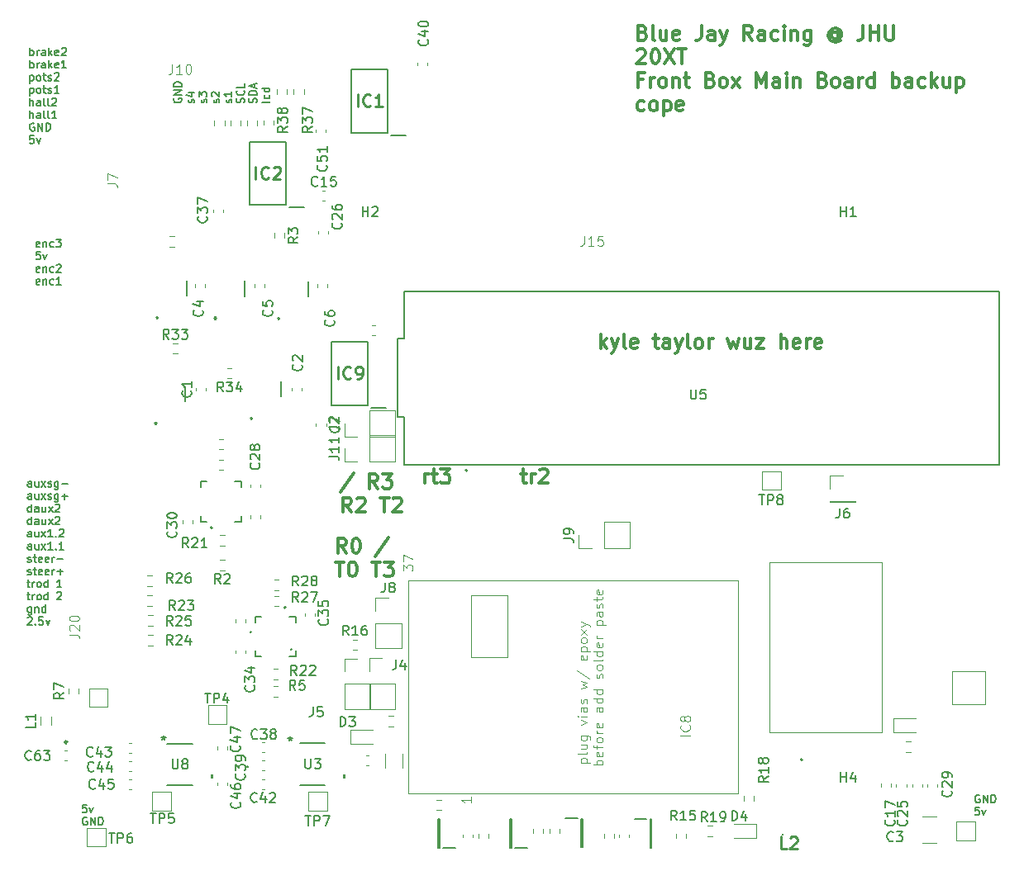
<source format=gbr>
%TF.GenerationSoftware,KiCad,Pcbnew,7.0.6*%
%TF.CreationDate,2024-05-03T22:58:32-04:00*%
%TF.ProjectId,mainbox_baclup,6d61696e-626f-4785-9f62-61636c75702e,rev?*%
%TF.SameCoordinates,Original*%
%TF.FileFunction,Legend,Top*%
%TF.FilePolarity,Positive*%
%FSLAX46Y46*%
G04 Gerber Fmt 4.6, Leading zero omitted, Abs format (unit mm)*
G04 Created by KiCad (PCBNEW 7.0.6) date 2024-05-03 22:58:32*
%MOMM*%
%LPD*%
G01*
G04 APERTURE LIST*
%ADD10C,0.300000*%
%ADD11C,0.175000*%
%ADD12C,0.200000*%
%ADD13C,0.150000*%
%ADD14C,0.100000*%
%ADD15C,0.250000*%
%ADD16C,0.254000*%
%ADD17C,0.120000*%
%ADD18C,0.127000*%
%ADD19C,0.152400*%
G04 APERTURE END LIST*
D10*
X165400510Y-95406428D02*
X165400510Y-94406428D01*
X165400510Y-94692142D02*
X165471939Y-94549285D01*
X165471939Y-94549285D02*
X165543368Y-94477857D01*
X165543368Y-94477857D02*
X165686225Y-94406428D01*
X165686225Y-94406428D02*
X165829082Y-94406428D01*
X166114796Y-94406428D02*
X166686224Y-94406428D01*
X166329081Y-93906428D02*
X166329081Y-95192142D01*
X166329081Y-95192142D02*
X166400510Y-95335000D01*
X166400510Y-95335000D02*
X166543367Y-95406428D01*
X166543367Y-95406428D02*
X166686224Y-95406428D01*
X167043367Y-93906428D02*
X167971939Y-93906428D01*
X167971939Y-93906428D02*
X167471939Y-94477857D01*
X167471939Y-94477857D02*
X167686224Y-94477857D01*
X167686224Y-94477857D02*
X167829082Y-94549285D01*
X167829082Y-94549285D02*
X167900510Y-94620714D01*
X167900510Y-94620714D02*
X167971939Y-94763571D01*
X167971939Y-94763571D02*
X167971939Y-95120714D01*
X167971939Y-95120714D02*
X167900510Y-95263571D01*
X167900510Y-95263571D02*
X167829082Y-95335000D01*
X167829082Y-95335000D02*
X167686224Y-95406428D01*
X167686224Y-95406428D02*
X167257653Y-95406428D01*
X167257653Y-95406428D02*
X167114796Y-95335000D01*
X167114796Y-95335000D02*
X167043367Y-95263571D01*
X175257652Y-94406428D02*
X175829080Y-94406428D01*
X175471937Y-93906428D02*
X175471937Y-95192142D01*
X175471937Y-95192142D02*
X175543366Y-95335000D01*
X175543366Y-95335000D02*
X175686223Y-95406428D01*
X175686223Y-95406428D02*
X175829080Y-95406428D01*
X176329080Y-95406428D02*
X176329080Y-94406428D01*
X176329080Y-94692142D02*
X176400509Y-94549285D01*
X176400509Y-94549285D02*
X176471938Y-94477857D01*
X176471938Y-94477857D02*
X176614795Y-94406428D01*
X176614795Y-94406428D02*
X176757652Y-94406428D01*
X177186223Y-94049285D02*
X177257651Y-93977857D01*
X177257651Y-93977857D02*
X177400509Y-93906428D01*
X177400509Y-93906428D02*
X177757651Y-93906428D01*
X177757651Y-93906428D02*
X177900509Y-93977857D01*
X177900509Y-93977857D02*
X177971937Y-94049285D01*
X177971937Y-94049285D02*
X178043366Y-94192142D01*
X178043366Y-94192142D02*
X178043366Y-94335000D01*
X178043366Y-94335000D02*
X177971937Y-94549285D01*
X177971937Y-94549285D02*
X177114794Y-95406428D01*
X177114794Y-95406428D02*
X178043366Y-95406428D01*
D11*
X125933969Y-71124100D02*
X125857778Y-71162195D01*
X125857778Y-71162195D02*
X125705397Y-71162195D01*
X125705397Y-71162195D02*
X125629207Y-71124100D01*
X125629207Y-71124100D02*
X125591111Y-71047909D01*
X125591111Y-71047909D02*
X125591111Y-70743147D01*
X125591111Y-70743147D02*
X125629207Y-70666957D01*
X125629207Y-70666957D02*
X125705397Y-70628861D01*
X125705397Y-70628861D02*
X125857778Y-70628861D01*
X125857778Y-70628861D02*
X125933969Y-70666957D01*
X125933969Y-70666957D02*
X125972064Y-70743147D01*
X125972064Y-70743147D02*
X125972064Y-70819338D01*
X125972064Y-70819338D02*
X125591111Y-70895528D01*
X126314921Y-70628861D02*
X126314921Y-71162195D01*
X126314921Y-70705052D02*
X126353016Y-70666957D01*
X126353016Y-70666957D02*
X126429206Y-70628861D01*
X126429206Y-70628861D02*
X126543492Y-70628861D01*
X126543492Y-70628861D02*
X126619683Y-70666957D01*
X126619683Y-70666957D02*
X126657778Y-70743147D01*
X126657778Y-70743147D02*
X126657778Y-71162195D01*
X127381588Y-71124100D02*
X127305397Y-71162195D01*
X127305397Y-71162195D02*
X127153016Y-71162195D01*
X127153016Y-71162195D02*
X127076826Y-71124100D01*
X127076826Y-71124100D02*
X127038731Y-71086004D01*
X127038731Y-71086004D02*
X127000635Y-71009814D01*
X127000635Y-71009814D02*
X127000635Y-70781242D01*
X127000635Y-70781242D02*
X127038731Y-70705052D01*
X127038731Y-70705052D02*
X127076826Y-70666957D01*
X127076826Y-70666957D02*
X127153016Y-70628861D01*
X127153016Y-70628861D02*
X127305397Y-70628861D01*
X127305397Y-70628861D02*
X127381588Y-70666957D01*
X127648254Y-70362195D02*
X128143492Y-70362195D01*
X128143492Y-70362195D02*
X127876826Y-70666957D01*
X127876826Y-70666957D02*
X127991111Y-70666957D01*
X127991111Y-70666957D02*
X128067302Y-70705052D01*
X128067302Y-70705052D02*
X128105397Y-70743147D01*
X128105397Y-70743147D02*
X128143492Y-70819338D01*
X128143492Y-70819338D02*
X128143492Y-71009814D01*
X128143492Y-71009814D02*
X128105397Y-71086004D01*
X128105397Y-71086004D02*
X128067302Y-71124100D01*
X128067302Y-71124100D02*
X127991111Y-71162195D01*
X127991111Y-71162195D02*
X127762540Y-71162195D01*
X127762540Y-71162195D02*
X127686349Y-71124100D01*
X127686349Y-71124100D02*
X127648254Y-71086004D01*
X126010159Y-71650195D02*
X125629207Y-71650195D01*
X125629207Y-71650195D02*
X125591111Y-72031147D01*
X125591111Y-72031147D02*
X125629207Y-71993052D01*
X125629207Y-71993052D02*
X125705397Y-71954957D01*
X125705397Y-71954957D02*
X125895873Y-71954957D01*
X125895873Y-71954957D02*
X125972064Y-71993052D01*
X125972064Y-71993052D02*
X126010159Y-72031147D01*
X126010159Y-72031147D02*
X126048254Y-72107338D01*
X126048254Y-72107338D02*
X126048254Y-72297814D01*
X126048254Y-72297814D02*
X126010159Y-72374004D01*
X126010159Y-72374004D02*
X125972064Y-72412100D01*
X125972064Y-72412100D02*
X125895873Y-72450195D01*
X125895873Y-72450195D02*
X125705397Y-72450195D01*
X125705397Y-72450195D02*
X125629207Y-72412100D01*
X125629207Y-72412100D02*
X125591111Y-72374004D01*
X126314921Y-71916861D02*
X126505397Y-72450195D01*
X126505397Y-72450195D02*
X126695874Y-71916861D01*
X125933969Y-73700100D02*
X125857778Y-73738195D01*
X125857778Y-73738195D02*
X125705397Y-73738195D01*
X125705397Y-73738195D02*
X125629207Y-73700100D01*
X125629207Y-73700100D02*
X125591111Y-73623909D01*
X125591111Y-73623909D02*
X125591111Y-73319147D01*
X125591111Y-73319147D02*
X125629207Y-73242957D01*
X125629207Y-73242957D02*
X125705397Y-73204861D01*
X125705397Y-73204861D02*
X125857778Y-73204861D01*
X125857778Y-73204861D02*
X125933969Y-73242957D01*
X125933969Y-73242957D02*
X125972064Y-73319147D01*
X125972064Y-73319147D02*
X125972064Y-73395338D01*
X125972064Y-73395338D02*
X125591111Y-73471528D01*
X126314921Y-73204861D02*
X126314921Y-73738195D01*
X126314921Y-73281052D02*
X126353016Y-73242957D01*
X126353016Y-73242957D02*
X126429206Y-73204861D01*
X126429206Y-73204861D02*
X126543492Y-73204861D01*
X126543492Y-73204861D02*
X126619683Y-73242957D01*
X126619683Y-73242957D02*
X126657778Y-73319147D01*
X126657778Y-73319147D02*
X126657778Y-73738195D01*
X127381588Y-73700100D02*
X127305397Y-73738195D01*
X127305397Y-73738195D02*
X127153016Y-73738195D01*
X127153016Y-73738195D02*
X127076826Y-73700100D01*
X127076826Y-73700100D02*
X127038731Y-73662004D01*
X127038731Y-73662004D02*
X127000635Y-73585814D01*
X127000635Y-73585814D02*
X127000635Y-73357242D01*
X127000635Y-73357242D02*
X127038731Y-73281052D01*
X127038731Y-73281052D02*
X127076826Y-73242957D01*
X127076826Y-73242957D02*
X127153016Y-73204861D01*
X127153016Y-73204861D02*
X127305397Y-73204861D01*
X127305397Y-73204861D02*
X127381588Y-73242957D01*
X127686349Y-73014385D02*
X127724445Y-72976290D01*
X127724445Y-72976290D02*
X127800635Y-72938195D01*
X127800635Y-72938195D02*
X127991111Y-72938195D01*
X127991111Y-72938195D02*
X128067302Y-72976290D01*
X128067302Y-72976290D02*
X128105397Y-73014385D01*
X128105397Y-73014385D02*
X128143492Y-73090576D01*
X128143492Y-73090576D02*
X128143492Y-73166766D01*
X128143492Y-73166766D02*
X128105397Y-73281052D01*
X128105397Y-73281052D02*
X127648254Y-73738195D01*
X127648254Y-73738195D02*
X128143492Y-73738195D01*
X125933969Y-74988100D02*
X125857778Y-75026195D01*
X125857778Y-75026195D02*
X125705397Y-75026195D01*
X125705397Y-75026195D02*
X125629207Y-74988100D01*
X125629207Y-74988100D02*
X125591111Y-74911909D01*
X125591111Y-74911909D02*
X125591111Y-74607147D01*
X125591111Y-74607147D02*
X125629207Y-74530957D01*
X125629207Y-74530957D02*
X125705397Y-74492861D01*
X125705397Y-74492861D02*
X125857778Y-74492861D01*
X125857778Y-74492861D02*
X125933969Y-74530957D01*
X125933969Y-74530957D02*
X125972064Y-74607147D01*
X125972064Y-74607147D02*
X125972064Y-74683338D01*
X125972064Y-74683338D02*
X125591111Y-74759528D01*
X126314921Y-74492861D02*
X126314921Y-75026195D01*
X126314921Y-74569052D02*
X126353016Y-74530957D01*
X126353016Y-74530957D02*
X126429206Y-74492861D01*
X126429206Y-74492861D02*
X126543492Y-74492861D01*
X126543492Y-74492861D02*
X126619683Y-74530957D01*
X126619683Y-74530957D02*
X126657778Y-74607147D01*
X126657778Y-74607147D02*
X126657778Y-75026195D01*
X127381588Y-74988100D02*
X127305397Y-75026195D01*
X127305397Y-75026195D02*
X127153016Y-75026195D01*
X127153016Y-75026195D02*
X127076826Y-74988100D01*
X127076826Y-74988100D02*
X127038731Y-74950004D01*
X127038731Y-74950004D02*
X127000635Y-74873814D01*
X127000635Y-74873814D02*
X127000635Y-74645242D01*
X127000635Y-74645242D02*
X127038731Y-74569052D01*
X127038731Y-74569052D02*
X127076826Y-74530957D01*
X127076826Y-74530957D02*
X127153016Y-74492861D01*
X127153016Y-74492861D02*
X127305397Y-74492861D01*
X127305397Y-74492861D02*
X127381588Y-74530957D01*
X128143492Y-75026195D02*
X127686349Y-75026195D01*
X127914921Y-75026195D02*
X127914921Y-74226195D01*
X127914921Y-74226195D02*
X127838730Y-74340480D01*
X127838730Y-74340480D02*
X127762540Y-74416671D01*
X127762540Y-74416671D02*
X127686349Y-74454766D01*
D10*
X187744510Y-49174114D02*
X187958796Y-49245542D01*
X187958796Y-49245542D02*
X188030225Y-49316971D01*
X188030225Y-49316971D02*
X188101653Y-49459828D01*
X188101653Y-49459828D02*
X188101653Y-49674114D01*
X188101653Y-49674114D02*
X188030225Y-49816971D01*
X188030225Y-49816971D02*
X187958796Y-49888400D01*
X187958796Y-49888400D02*
X187815939Y-49959828D01*
X187815939Y-49959828D02*
X187244510Y-49959828D01*
X187244510Y-49959828D02*
X187244510Y-48459828D01*
X187244510Y-48459828D02*
X187744510Y-48459828D01*
X187744510Y-48459828D02*
X187887368Y-48531257D01*
X187887368Y-48531257D02*
X187958796Y-48602685D01*
X187958796Y-48602685D02*
X188030225Y-48745542D01*
X188030225Y-48745542D02*
X188030225Y-48888400D01*
X188030225Y-48888400D02*
X187958796Y-49031257D01*
X187958796Y-49031257D02*
X187887368Y-49102685D01*
X187887368Y-49102685D02*
X187744510Y-49174114D01*
X187744510Y-49174114D02*
X187244510Y-49174114D01*
X188958796Y-49959828D02*
X188815939Y-49888400D01*
X188815939Y-49888400D02*
X188744510Y-49745542D01*
X188744510Y-49745542D02*
X188744510Y-48459828D01*
X190173082Y-48959828D02*
X190173082Y-49959828D01*
X189530224Y-48959828D02*
X189530224Y-49745542D01*
X189530224Y-49745542D02*
X189601653Y-49888400D01*
X189601653Y-49888400D02*
X189744510Y-49959828D01*
X189744510Y-49959828D02*
X189958796Y-49959828D01*
X189958796Y-49959828D02*
X190101653Y-49888400D01*
X190101653Y-49888400D02*
X190173082Y-49816971D01*
X191458796Y-49888400D02*
X191315939Y-49959828D01*
X191315939Y-49959828D02*
X191030225Y-49959828D01*
X191030225Y-49959828D02*
X190887367Y-49888400D01*
X190887367Y-49888400D02*
X190815939Y-49745542D01*
X190815939Y-49745542D02*
X190815939Y-49174114D01*
X190815939Y-49174114D02*
X190887367Y-49031257D01*
X190887367Y-49031257D02*
X191030225Y-48959828D01*
X191030225Y-48959828D02*
X191315939Y-48959828D01*
X191315939Y-48959828D02*
X191458796Y-49031257D01*
X191458796Y-49031257D02*
X191530225Y-49174114D01*
X191530225Y-49174114D02*
X191530225Y-49316971D01*
X191530225Y-49316971D02*
X190815939Y-49459828D01*
X193744510Y-48459828D02*
X193744510Y-49531257D01*
X193744510Y-49531257D02*
X193673081Y-49745542D01*
X193673081Y-49745542D02*
X193530224Y-49888400D01*
X193530224Y-49888400D02*
X193315938Y-49959828D01*
X193315938Y-49959828D02*
X193173081Y-49959828D01*
X195101653Y-49959828D02*
X195101653Y-49174114D01*
X195101653Y-49174114D02*
X195030224Y-49031257D01*
X195030224Y-49031257D02*
X194887367Y-48959828D01*
X194887367Y-48959828D02*
X194601653Y-48959828D01*
X194601653Y-48959828D02*
X194458795Y-49031257D01*
X195101653Y-49888400D02*
X194958795Y-49959828D01*
X194958795Y-49959828D02*
X194601653Y-49959828D01*
X194601653Y-49959828D02*
X194458795Y-49888400D01*
X194458795Y-49888400D02*
X194387367Y-49745542D01*
X194387367Y-49745542D02*
X194387367Y-49602685D01*
X194387367Y-49602685D02*
X194458795Y-49459828D01*
X194458795Y-49459828D02*
X194601653Y-49388400D01*
X194601653Y-49388400D02*
X194958795Y-49388400D01*
X194958795Y-49388400D02*
X195101653Y-49316971D01*
X195673081Y-48959828D02*
X196030224Y-49959828D01*
X196387367Y-48959828D02*
X196030224Y-49959828D01*
X196030224Y-49959828D02*
X195887367Y-50316971D01*
X195887367Y-50316971D02*
X195815938Y-50388400D01*
X195815938Y-50388400D02*
X195673081Y-50459828D01*
X198958795Y-49959828D02*
X198458795Y-49245542D01*
X198101652Y-49959828D02*
X198101652Y-48459828D01*
X198101652Y-48459828D02*
X198673081Y-48459828D01*
X198673081Y-48459828D02*
X198815938Y-48531257D01*
X198815938Y-48531257D02*
X198887367Y-48602685D01*
X198887367Y-48602685D02*
X198958795Y-48745542D01*
X198958795Y-48745542D02*
X198958795Y-48959828D01*
X198958795Y-48959828D02*
X198887367Y-49102685D01*
X198887367Y-49102685D02*
X198815938Y-49174114D01*
X198815938Y-49174114D02*
X198673081Y-49245542D01*
X198673081Y-49245542D02*
X198101652Y-49245542D01*
X200244510Y-49959828D02*
X200244510Y-49174114D01*
X200244510Y-49174114D02*
X200173081Y-49031257D01*
X200173081Y-49031257D02*
X200030224Y-48959828D01*
X200030224Y-48959828D02*
X199744510Y-48959828D01*
X199744510Y-48959828D02*
X199601652Y-49031257D01*
X200244510Y-49888400D02*
X200101652Y-49959828D01*
X200101652Y-49959828D02*
X199744510Y-49959828D01*
X199744510Y-49959828D02*
X199601652Y-49888400D01*
X199601652Y-49888400D02*
X199530224Y-49745542D01*
X199530224Y-49745542D02*
X199530224Y-49602685D01*
X199530224Y-49602685D02*
X199601652Y-49459828D01*
X199601652Y-49459828D02*
X199744510Y-49388400D01*
X199744510Y-49388400D02*
X200101652Y-49388400D01*
X200101652Y-49388400D02*
X200244510Y-49316971D01*
X201601653Y-49888400D02*
X201458795Y-49959828D01*
X201458795Y-49959828D02*
X201173081Y-49959828D01*
X201173081Y-49959828D02*
X201030224Y-49888400D01*
X201030224Y-49888400D02*
X200958795Y-49816971D01*
X200958795Y-49816971D02*
X200887367Y-49674114D01*
X200887367Y-49674114D02*
X200887367Y-49245542D01*
X200887367Y-49245542D02*
X200958795Y-49102685D01*
X200958795Y-49102685D02*
X201030224Y-49031257D01*
X201030224Y-49031257D02*
X201173081Y-48959828D01*
X201173081Y-48959828D02*
X201458795Y-48959828D01*
X201458795Y-48959828D02*
X201601653Y-49031257D01*
X202244509Y-49959828D02*
X202244509Y-48959828D01*
X202244509Y-48459828D02*
X202173081Y-48531257D01*
X202173081Y-48531257D02*
X202244509Y-48602685D01*
X202244509Y-48602685D02*
X202315938Y-48531257D01*
X202315938Y-48531257D02*
X202244509Y-48459828D01*
X202244509Y-48459828D02*
X202244509Y-48602685D01*
X202958795Y-48959828D02*
X202958795Y-49959828D01*
X202958795Y-49102685D02*
X203030224Y-49031257D01*
X203030224Y-49031257D02*
X203173081Y-48959828D01*
X203173081Y-48959828D02*
X203387367Y-48959828D01*
X203387367Y-48959828D02*
X203530224Y-49031257D01*
X203530224Y-49031257D02*
X203601653Y-49174114D01*
X203601653Y-49174114D02*
X203601653Y-49959828D01*
X204958796Y-48959828D02*
X204958796Y-50174114D01*
X204958796Y-50174114D02*
X204887367Y-50316971D01*
X204887367Y-50316971D02*
X204815938Y-50388400D01*
X204815938Y-50388400D02*
X204673081Y-50459828D01*
X204673081Y-50459828D02*
X204458796Y-50459828D01*
X204458796Y-50459828D02*
X204315938Y-50388400D01*
X204958796Y-49888400D02*
X204815938Y-49959828D01*
X204815938Y-49959828D02*
X204530224Y-49959828D01*
X204530224Y-49959828D02*
X204387367Y-49888400D01*
X204387367Y-49888400D02*
X204315938Y-49816971D01*
X204315938Y-49816971D02*
X204244510Y-49674114D01*
X204244510Y-49674114D02*
X204244510Y-49245542D01*
X204244510Y-49245542D02*
X204315938Y-49102685D01*
X204315938Y-49102685D02*
X204387367Y-49031257D01*
X204387367Y-49031257D02*
X204530224Y-48959828D01*
X204530224Y-48959828D02*
X204815938Y-48959828D01*
X204815938Y-48959828D02*
X204958796Y-49031257D01*
X207744510Y-49245542D02*
X207673081Y-49174114D01*
X207673081Y-49174114D02*
X207530224Y-49102685D01*
X207530224Y-49102685D02*
X207387367Y-49102685D01*
X207387367Y-49102685D02*
X207244510Y-49174114D01*
X207244510Y-49174114D02*
X207173081Y-49245542D01*
X207173081Y-49245542D02*
X207101653Y-49388400D01*
X207101653Y-49388400D02*
X207101653Y-49531257D01*
X207101653Y-49531257D02*
X207173081Y-49674114D01*
X207173081Y-49674114D02*
X207244510Y-49745542D01*
X207244510Y-49745542D02*
X207387367Y-49816971D01*
X207387367Y-49816971D02*
X207530224Y-49816971D01*
X207530224Y-49816971D02*
X207673081Y-49745542D01*
X207673081Y-49745542D02*
X207744510Y-49674114D01*
X207744510Y-49102685D02*
X207744510Y-49674114D01*
X207744510Y-49674114D02*
X207815938Y-49745542D01*
X207815938Y-49745542D02*
X207887367Y-49745542D01*
X207887367Y-49745542D02*
X208030224Y-49674114D01*
X208030224Y-49674114D02*
X208101653Y-49531257D01*
X208101653Y-49531257D02*
X208101653Y-49174114D01*
X208101653Y-49174114D02*
X207958796Y-48959828D01*
X207958796Y-48959828D02*
X207744510Y-48816971D01*
X207744510Y-48816971D02*
X207458796Y-48745542D01*
X207458796Y-48745542D02*
X207173081Y-48816971D01*
X207173081Y-48816971D02*
X206958796Y-48959828D01*
X206958796Y-48959828D02*
X206815938Y-49174114D01*
X206815938Y-49174114D02*
X206744510Y-49459828D01*
X206744510Y-49459828D02*
X206815938Y-49745542D01*
X206815938Y-49745542D02*
X206958796Y-49959828D01*
X206958796Y-49959828D02*
X207173081Y-50102685D01*
X207173081Y-50102685D02*
X207458796Y-50174114D01*
X207458796Y-50174114D02*
X207744510Y-50102685D01*
X207744510Y-50102685D02*
X207958796Y-49959828D01*
X210315938Y-48459828D02*
X210315938Y-49531257D01*
X210315938Y-49531257D02*
X210244509Y-49745542D01*
X210244509Y-49745542D02*
X210101652Y-49888400D01*
X210101652Y-49888400D02*
X209887366Y-49959828D01*
X209887366Y-49959828D02*
X209744509Y-49959828D01*
X211030223Y-49959828D02*
X211030223Y-48459828D01*
X211030223Y-49174114D02*
X211887366Y-49174114D01*
X211887366Y-49959828D02*
X211887366Y-48459828D01*
X212601652Y-48459828D02*
X212601652Y-49674114D01*
X212601652Y-49674114D02*
X212673081Y-49816971D01*
X212673081Y-49816971D02*
X212744510Y-49888400D01*
X212744510Y-49888400D02*
X212887367Y-49959828D01*
X212887367Y-49959828D02*
X213173081Y-49959828D01*
X213173081Y-49959828D02*
X213315938Y-49888400D01*
X213315938Y-49888400D02*
X213387367Y-49816971D01*
X213387367Y-49816971D02*
X213458795Y-49674114D01*
X213458795Y-49674114D02*
X213458795Y-48459828D01*
X187173082Y-51017685D02*
X187244510Y-50946257D01*
X187244510Y-50946257D02*
X187387368Y-50874828D01*
X187387368Y-50874828D02*
X187744510Y-50874828D01*
X187744510Y-50874828D02*
X187887368Y-50946257D01*
X187887368Y-50946257D02*
X187958796Y-51017685D01*
X187958796Y-51017685D02*
X188030225Y-51160542D01*
X188030225Y-51160542D02*
X188030225Y-51303400D01*
X188030225Y-51303400D02*
X187958796Y-51517685D01*
X187958796Y-51517685D02*
X187101653Y-52374828D01*
X187101653Y-52374828D02*
X188030225Y-52374828D01*
X188958796Y-50874828D02*
X189101653Y-50874828D01*
X189101653Y-50874828D02*
X189244510Y-50946257D01*
X189244510Y-50946257D02*
X189315939Y-51017685D01*
X189315939Y-51017685D02*
X189387367Y-51160542D01*
X189387367Y-51160542D02*
X189458796Y-51446257D01*
X189458796Y-51446257D02*
X189458796Y-51803400D01*
X189458796Y-51803400D02*
X189387367Y-52089114D01*
X189387367Y-52089114D02*
X189315939Y-52231971D01*
X189315939Y-52231971D02*
X189244510Y-52303400D01*
X189244510Y-52303400D02*
X189101653Y-52374828D01*
X189101653Y-52374828D02*
X188958796Y-52374828D01*
X188958796Y-52374828D02*
X188815939Y-52303400D01*
X188815939Y-52303400D02*
X188744510Y-52231971D01*
X188744510Y-52231971D02*
X188673081Y-52089114D01*
X188673081Y-52089114D02*
X188601653Y-51803400D01*
X188601653Y-51803400D02*
X188601653Y-51446257D01*
X188601653Y-51446257D02*
X188673081Y-51160542D01*
X188673081Y-51160542D02*
X188744510Y-51017685D01*
X188744510Y-51017685D02*
X188815939Y-50946257D01*
X188815939Y-50946257D02*
X188958796Y-50874828D01*
X189958795Y-50874828D02*
X190958795Y-52374828D01*
X190958795Y-50874828D02*
X189958795Y-52374828D01*
X191315938Y-50874828D02*
X192173081Y-50874828D01*
X191744509Y-52374828D02*
X191744509Y-50874828D01*
X187744510Y-54004114D02*
X187244510Y-54004114D01*
X187244510Y-54789828D02*
X187244510Y-53289828D01*
X187244510Y-53289828D02*
X187958796Y-53289828D01*
X188530224Y-54789828D02*
X188530224Y-53789828D01*
X188530224Y-54075542D02*
X188601653Y-53932685D01*
X188601653Y-53932685D02*
X188673082Y-53861257D01*
X188673082Y-53861257D02*
X188815939Y-53789828D01*
X188815939Y-53789828D02*
X188958796Y-53789828D01*
X189673081Y-54789828D02*
X189530224Y-54718400D01*
X189530224Y-54718400D02*
X189458795Y-54646971D01*
X189458795Y-54646971D02*
X189387367Y-54504114D01*
X189387367Y-54504114D02*
X189387367Y-54075542D01*
X189387367Y-54075542D02*
X189458795Y-53932685D01*
X189458795Y-53932685D02*
X189530224Y-53861257D01*
X189530224Y-53861257D02*
X189673081Y-53789828D01*
X189673081Y-53789828D02*
X189887367Y-53789828D01*
X189887367Y-53789828D02*
X190030224Y-53861257D01*
X190030224Y-53861257D02*
X190101653Y-53932685D01*
X190101653Y-53932685D02*
X190173081Y-54075542D01*
X190173081Y-54075542D02*
X190173081Y-54504114D01*
X190173081Y-54504114D02*
X190101653Y-54646971D01*
X190101653Y-54646971D02*
X190030224Y-54718400D01*
X190030224Y-54718400D02*
X189887367Y-54789828D01*
X189887367Y-54789828D02*
X189673081Y-54789828D01*
X190815938Y-53789828D02*
X190815938Y-54789828D01*
X190815938Y-53932685D02*
X190887367Y-53861257D01*
X190887367Y-53861257D02*
X191030224Y-53789828D01*
X191030224Y-53789828D02*
X191244510Y-53789828D01*
X191244510Y-53789828D02*
X191387367Y-53861257D01*
X191387367Y-53861257D02*
X191458796Y-54004114D01*
X191458796Y-54004114D02*
X191458796Y-54789828D01*
X191958796Y-53789828D02*
X192530224Y-53789828D01*
X192173081Y-53289828D02*
X192173081Y-54575542D01*
X192173081Y-54575542D02*
X192244510Y-54718400D01*
X192244510Y-54718400D02*
X192387367Y-54789828D01*
X192387367Y-54789828D02*
X192530224Y-54789828D01*
X194673081Y-54004114D02*
X194887367Y-54075542D01*
X194887367Y-54075542D02*
X194958796Y-54146971D01*
X194958796Y-54146971D02*
X195030224Y-54289828D01*
X195030224Y-54289828D02*
X195030224Y-54504114D01*
X195030224Y-54504114D02*
X194958796Y-54646971D01*
X194958796Y-54646971D02*
X194887367Y-54718400D01*
X194887367Y-54718400D02*
X194744510Y-54789828D01*
X194744510Y-54789828D02*
X194173081Y-54789828D01*
X194173081Y-54789828D02*
X194173081Y-53289828D01*
X194173081Y-53289828D02*
X194673081Y-53289828D01*
X194673081Y-53289828D02*
X194815939Y-53361257D01*
X194815939Y-53361257D02*
X194887367Y-53432685D01*
X194887367Y-53432685D02*
X194958796Y-53575542D01*
X194958796Y-53575542D02*
X194958796Y-53718400D01*
X194958796Y-53718400D02*
X194887367Y-53861257D01*
X194887367Y-53861257D02*
X194815939Y-53932685D01*
X194815939Y-53932685D02*
X194673081Y-54004114D01*
X194673081Y-54004114D02*
X194173081Y-54004114D01*
X195887367Y-54789828D02*
X195744510Y-54718400D01*
X195744510Y-54718400D02*
X195673081Y-54646971D01*
X195673081Y-54646971D02*
X195601653Y-54504114D01*
X195601653Y-54504114D02*
X195601653Y-54075542D01*
X195601653Y-54075542D02*
X195673081Y-53932685D01*
X195673081Y-53932685D02*
X195744510Y-53861257D01*
X195744510Y-53861257D02*
X195887367Y-53789828D01*
X195887367Y-53789828D02*
X196101653Y-53789828D01*
X196101653Y-53789828D02*
X196244510Y-53861257D01*
X196244510Y-53861257D02*
X196315939Y-53932685D01*
X196315939Y-53932685D02*
X196387367Y-54075542D01*
X196387367Y-54075542D02*
X196387367Y-54504114D01*
X196387367Y-54504114D02*
X196315939Y-54646971D01*
X196315939Y-54646971D02*
X196244510Y-54718400D01*
X196244510Y-54718400D02*
X196101653Y-54789828D01*
X196101653Y-54789828D02*
X195887367Y-54789828D01*
X196887367Y-54789828D02*
X197673082Y-53789828D01*
X196887367Y-53789828D02*
X197673082Y-54789828D01*
X199387367Y-54789828D02*
X199387367Y-53289828D01*
X199387367Y-53289828D02*
X199887367Y-54361257D01*
X199887367Y-54361257D02*
X200387367Y-53289828D01*
X200387367Y-53289828D02*
X200387367Y-54789828D01*
X201744511Y-54789828D02*
X201744511Y-54004114D01*
X201744511Y-54004114D02*
X201673082Y-53861257D01*
X201673082Y-53861257D02*
X201530225Y-53789828D01*
X201530225Y-53789828D02*
X201244511Y-53789828D01*
X201244511Y-53789828D02*
X201101653Y-53861257D01*
X201744511Y-54718400D02*
X201601653Y-54789828D01*
X201601653Y-54789828D02*
X201244511Y-54789828D01*
X201244511Y-54789828D02*
X201101653Y-54718400D01*
X201101653Y-54718400D02*
X201030225Y-54575542D01*
X201030225Y-54575542D02*
X201030225Y-54432685D01*
X201030225Y-54432685D02*
X201101653Y-54289828D01*
X201101653Y-54289828D02*
X201244511Y-54218400D01*
X201244511Y-54218400D02*
X201601653Y-54218400D01*
X201601653Y-54218400D02*
X201744511Y-54146971D01*
X202458796Y-54789828D02*
X202458796Y-53789828D01*
X202458796Y-53289828D02*
X202387368Y-53361257D01*
X202387368Y-53361257D02*
X202458796Y-53432685D01*
X202458796Y-53432685D02*
X202530225Y-53361257D01*
X202530225Y-53361257D02*
X202458796Y-53289828D01*
X202458796Y-53289828D02*
X202458796Y-53432685D01*
X203173082Y-53789828D02*
X203173082Y-54789828D01*
X203173082Y-53932685D02*
X203244511Y-53861257D01*
X203244511Y-53861257D02*
X203387368Y-53789828D01*
X203387368Y-53789828D02*
X203601654Y-53789828D01*
X203601654Y-53789828D02*
X203744511Y-53861257D01*
X203744511Y-53861257D02*
X203815940Y-54004114D01*
X203815940Y-54004114D02*
X203815940Y-54789828D01*
X206173082Y-54004114D02*
X206387368Y-54075542D01*
X206387368Y-54075542D02*
X206458797Y-54146971D01*
X206458797Y-54146971D02*
X206530225Y-54289828D01*
X206530225Y-54289828D02*
X206530225Y-54504114D01*
X206530225Y-54504114D02*
X206458797Y-54646971D01*
X206458797Y-54646971D02*
X206387368Y-54718400D01*
X206387368Y-54718400D02*
X206244511Y-54789828D01*
X206244511Y-54789828D02*
X205673082Y-54789828D01*
X205673082Y-54789828D02*
X205673082Y-53289828D01*
X205673082Y-53289828D02*
X206173082Y-53289828D01*
X206173082Y-53289828D02*
X206315940Y-53361257D01*
X206315940Y-53361257D02*
X206387368Y-53432685D01*
X206387368Y-53432685D02*
X206458797Y-53575542D01*
X206458797Y-53575542D02*
X206458797Y-53718400D01*
X206458797Y-53718400D02*
X206387368Y-53861257D01*
X206387368Y-53861257D02*
X206315940Y-53932685D01*
X206315940Y-53932685D02*
X206173082Y-54004114D01*
X206173082Y-54004114D02*
X205673082Y-54004114D01*
X207387368Y-54789828D02*
X207244511Y-54718400D01*
X207244511Y-54718400D02*
X207173082Y-54646971D01*
X207173082Y-54646971D02*
X207101654Y-54504114D01*
X207101654Y-54504114D02*
X207101654Y-54075542D01*
X207101654Y-54075542D02*
X207173082Y-53932685D01*
X207173082Y-53932685D02*
X207244511Y-53861257D01*
X207244511Y-53861257D02*
X207387368Y-53789828D01*
X207387368Y-53789828D02*
X207601654Y-53789828D01*
X207601654Y-53789828D02*
X207744511Y-53861257D01*
X207744511Y-53861257D02*
X207815940Y-53932685D01*
X207815940Y-53932685D02*
X207887368Y-54075542D01*
X207887368Y-54075542D02*
X207887368Y-54504114D01*
X207887368Y-54504114D02*
X207815940Y-54646971D01*
X207815940Y-54646971D02*
X207744511Y-54718400D01*
X207744511Y-54718400D02*
X207601654Y-54789828D01*
X207601654Y-54789828D02*
X207387368Y-54789828D01*
X209173083Y-54789828D02*
X209173083Y-54004114D01*
X209173083Y-54004114D02*
X209101654Y-53861257D01*
X209101654Y-53861257D02*
X208958797Y-53789828D01*
X208958797Y-53789828D02*
X208673083Y-53789828D01*
X208673083Y-53789828D02*
X208530225Y-53861257D01*
X209173083Y-54718400D02*
X209030225Y-54789828D01*
X209030225Y-54789828D02*
X208673083Y-54789828D01*
X208673083Y-54789828D02*
X208530225Y-54718400D01*
X208530225Y-54718400D02*
X208458797Y-54575542D01*
X208458797Y-54575542D02*
X208458797Y-54432685D01*
X208458797Y-54432685D02*
X208530225Y-54289828D01*
X208530225Y-54289828D02*
X208673083Y-54218400D01*
X208673083Y-54218400D02*
X209030225Y-54218400D01*
X209030225Y-54218400D02*
X209173083Y-54146971D01*
X209887368Y-54789828D02*
X209887368Y-53789828D01*
X209887368Y-54075542D02*
X209958797Y-53932685D01*
X209958797Y-53932685D02*
X210030226Y-53861257D01*
X210030226Y-53861257D02*
X210173083Y-53789828D01*
X210173083Y-53789828D02*
X210315940Y-53789828D01*
X211458797Y-54789828D02*
X211458797Y-53289828D01*
X211458797Y-54718400D02*
X211315939Y-54789828D01*
X211315939Y-54789828D02*
X211030225Y-54789828D01*
X211030225Y-54789828D02*
X210887368Y-54718400D01*
X210887368Y-54718400D02*
X210815939Y-54646971D01*
X210815939Y-54646971D02*
X210744511Y-54504114D01*
X210744511Y-54504114D02*
X210744511Y-54075542D01*
X210744511Y-54075542D02*
X210815939Y-53932685D01*
X210815939Y-53932685D02*
X210887368Y-53861257D01*
X210887368Y-53861257D02*
X211030225Y-53789828D01*
X211030225Y-53789828D02*
X211315939Y-53789828D01*
X211315939Y-53789828D02*
X211458797Y-53861257D01*
X213315939Y-54789828D02*
X213315939Y-53289828D01*
X213315939Y-53861257D02*
X213458797Y-53789828D01*
X213458797Y-53789828D02*
X213744511Y-53789828D01*
X213744511Y-53789828D02*
X213887368Y-53861257D01*
X213887368Y-53861257D02*
X213958797Y-53932685D01*
X213958797Y-53932685D02*
X214030225Y-54075542D01*
X214030225Y-54075542D02*
X214030225Y-54504114D01*
X214030225Y-54504114D02*
X213958797Y-54646971D01*
X213958797Y-54646971D02*
X213887368Y-54718400D01*
X213887368Y-54718400D02*
X213744511Y-54789828D01*
X213744511Y-54789828D02*
X213458797Y-54789828D01*
X213458797Y-54789828D02*
X213315939Y-54718400D01*
X215315940Y-54789828D02*
X215315940Y-54004114D01*
X215315940Y-54004114D02*
X215244511Y-53861257D01*
X215244511Y-53861257D02*
X215101654Y-53789828D01*
X215101654Y-53789828D02*
X214815940Y-53789828D01*
X214815940Y-53789828D02*
X214673082Y-53861257D01*
X215315940Y-54718400D02*
X215173082Y-54789828D01*
X215173082Y-54789828D02*
X214815940Y-54789828D01*
X214815940Y-54789828D02*
X214673082Y-54718400D01*
X214673082Y-54718400D02*
X214601654Y-54575542D01*
X214601654Y-54575542D02*
X214601654Y-54432685D01*
X214601654Y-54432685D02*
X214673082Y-54289828D01*
X214673082Y-54289828D02*
X214815940Y-54218400D01*
X214815940Y-54218400D02*
X215173082Y-54218400D01*
X215173082Y-54218400D02*
X215315940Y-54146971D01*
X216673083Y-54718400D02*
X216530225Y-54789828D01*
X216530225Y-54789828D02*
X216244511Y-54789828D01*
X216244511Y-54789828D02*
X216101654Y-54718400D01*
X216101654Y-54718400D02*
X216030225Y-54646971D01*
X216030225Y-54646971D02*
X215958797Y-54504114D01*
X215958797Y-54504114D02*
X215958797Y-54075542D01*
X215958797Y-54075542D02*
X216030225Y-53932685D01*
X216030225Y-53932685D02*
X216101654Y-53861257D01*
X216101654Y-53861257D02*
X216244511Y-53789828D01*
X216244511Y-53789828D02*
X216530225Y-53789828D01*
X216530225Y-53789828D02*
X216673083Y-53861257D01*
X217315939Y-54789828D02*
X217315939Y-53289828D01*
X217458797Y-54218400D02*
X217887368Y-54789828D01*
X217887368Y-53789828D02*
X217315939Y-54361257D01*
X219173083Y-53789828D02*
X219173083Y-54789828D01*
X218530225Y-53789828D02*
X218530225Y-54575542D01*
X218530225Y-54575542D02*
X218601654Y-54718400D01*
X218601654Y-54718400D02*
X218744511Y-54789828D01*
X218744511Y-54789828D02*
X218958797Y-54789828D01*
X218958797Y-54789828D02*
X219101654Y-54718400D01*
X219101654Y-54718400D02*
X219173083Y-54646971D01*
X219887368Y-53789828D02*
X219887368Y-55289828D01*
X219887368Y-53861257D02*
X220030226Y-53789828D01*
X220030226Y-53789828D02*
X220315940Y-53789828D01*
X220315940Y-53789828D02*
X220458797Y-53861257D01*
X220458797Y-53861257D02*
X220530226Y-53932685D01*
X220530226Y-53932685D02*
X220601654Y-54075542D01*
X220601654Y-54075542D02*
X220601654Y-54504114D01*
X220601654Y-54504114D02*
X220530226Y-54646971D01*
X220530226Y-54646971D02*
X220458797Y-54718400D01*
X220458797Y-54718400D02*
X220315940Y-54789828D01*
X220315940Y-54789828D02*
X220030226Y-54789828D01*
X220030226Y-54789828D02*
X219887368Y-54718400D01*
X187887368Y-57133400D02*
X187744510Y-57204828D01*
X187744510Y-57204828D02*
X187458796Y-57204828D01*
X187458796Y-57204828D02*
X187315939Y-57133400D01*
X187315939Y-57133400D02*
X187244510Y-57061971D01*
X187244510Y-57061971D02*
X187173082Y-56919114D01*
X187173082Y-56919114D02*
X187173082Y-56490542D01*
X187173082Y-56490542D02*
X187244510Y-56347685D01*
X187244510Y-56347685D02*
X187315939Y-56276257D01*
X187315939Y-56276257D02*
X187458796Y-56204828D01*
X187458796Y-56204828D02*
X187744510Y-56204828D01*
X187744510Y-56204828D02*
X187887368Y-56276257D01*
X188744510Y-57204828D02*
X188601653Y-57133400D01*
X188601653Y-57133400D02*
X188530224Y-57061971D01*
X188530224Y-57061971D02*
X188458796Y-56919114D01*
X188458796Y-56919114D02*
X188458796Y-56490542D01*
X188458796Y-56490542D02*
X188530224Y-56347685D01*
X188530224Y-56347685D02*
X188601653Y-56276257D01*
X188601653Y-56276257D02*
X188744510Y-56204828D01*
X188744510Y-56204828D02*
X188958796Y-56204828D01*
X188958796Y-56204828D02*
X189101653Y-56276257D01*
X189101653Y-56276257D02*
X189173082Y-56347685D01*
X189173082Y-56347685D02*
X189244510Y-56490542D01*
X189244510Y-56490542D02*
X189244510Y-56919114D01*
X189244510Y-56919114D02*
X189173082Y-57061971D01*
X189173082Y-57061971D02*
X189101653Y-57133400D01*
X189101653Y-57133400D02*
X188958796Y-57204828D01*
X188958796Y-57204828D02*
X188744510Y-57204828D01*
X189887367Y-56204828D02*
X189887367Y-57704828D01*
X189887367Y-56276257D02*
X190030225Y-56204828D01*
X190030225Y-56204828D02*
X190315939Y-56204828D01*
X190315939Y-56204828D02*
X190458796Y-56276257D01*
X190458796Y-56276257D02*
X190530225Y-56347685D01*
X190530225Y-56347685D02*
X190601653Y-56490542D01*
X190601653Y-56490542D02*
X190601653Y-56919114D01*
X190601653Y-56919114D02*
X190530225Y-57061971D01*
X190530225Y-57061971D02*
X190458796Y-57133400D01*
X190458796Y-57133400D02*
X190315939Y-57204828D01*
X190315939Y-57204828D02*
X190030225Y-57204828D01*
X190030225Y-57204828D02*
X189887367Y-57133400D01*
X191815939Y-57133400D02*
X191673082Y-57204828D01*
X191673082Y-57204828D02*
X191387368Y-57204828D01*
X191387368Y-57204828D02*
X191244510Y-57133400D01*
X191244510Y-57133400D02*
X191173082Y-56990542D01*
X191173082Y-56990542D02*
X191173082Y-56419114D01*
X191173082Y-56419114D02*
X191244510Y-56276257D01*
X191244510Y-56276257D02*
X191387368Y-56204828D01*
X191387368Y-56204828D02*
X191673082Y-56204828D01*
X191673082Y-56204828D02*
X191815939Y-56276257D01*
X191815939Y-56276257D02*
X191887368Y-56419114D01*
X191887368Y-56419114D02*
X191887368Y-56561971D01*
X191887368Y-56561971D02*
X191173082Y-56704828D01*
D11*
X124968807Y-51532195D02*
X124968807Y-50732195D01*
X124968807Y-51036957D02*
X125044997Y-50998861D01*
X125044997Y-50998861D02*
X125197378Y-50998861D01*
X125197378Y-50998861D02*
X125273569Y-51036957D01*
X125273569Y-51036957D02*
X125311664Y-51075052D01*
X125311664Y-51075052D02*
X125349759Y-51151242D01*
X125349759Y-51151242D02*
X125349759Y-51379814D01*
X125349759Y-51379814D02*
X125311664Y-51456004D01*
X125311664Y-51456004D02*
X125273569Y-51494100D01*
X125273569Y-51494100D02*
X125197378Y-51532195D01*
X125197378Y-51532195D02*
X125044997Y-51532195D01*
X125044997Y-51532195D02*
X124968807Y-51494100D01*
X125692617Y-51532195D02*
X125692617Y-50998861D01*
X125692617Y-51151242D02*
X125730712Y-51075052D01*
X125730712Y-51075052D02*
X125768807Y-51036957D01*
X125768807Y-51036957D02*
X125844998Y-50998861D01*
X125844998Y-50998861D02*
X125921188Y-50998861D01*
X126530712Y-51532195D02*
X126530712Y-51113147D01*
X126530712Y-51113147D02*
X126492617Y-51036957D01*
X126492617Y-51036957D02*
X126416426Y-50998861D01*
X126416426Y-50998861D02*
X126264045Y-50998861D01*
X126264045Y-50998861D02*
X126187855Y-51036957D01*
X126530712Y-51494100D02*
X126454521Y-51532195D01*
X126454521Y-51532195D02*
X126264045Y-51532195D01*
X126264045Y-51532195D02*
X126187855Y-51494100D01*
X126187855Y-51494100D02*
X126149759Y-51417909D01*
X126149759Y-51417909D02*
X126149759Y-51341719D01*
X126149759Y-51341719D02*
X126187855Y-51265528D01*
X126187855Y-51265528D02*
X126264045Y-51227433D01*
X126264045Y-51227433D02*
X126454521Y-51227433D01*
X126454521Y-51227433D02*
X126530712Y-51189338D01*
X126911665Y-51532195D02*
X126911665Y-50732195D01*
X126987855Y-51227433D02*
X127216427Y-51532195D01*
X127216427Y-50998861D02*
X126911665Y-51303623D01*
X127864046Y-51494100D02*
X127787855Y-51532195D01*
X127787855Y-51532195D02*
X127635474Y-51532195D01*
X127635474Y-51532195D02*
X127559284Y-51494100D01*
X127559284Y-51494100D02*
X127521188Y-51417909D01*
X127521188Y-51417909D02*
X127521188Y-51113147D01*
X127521188Y-51113147D02*
X127559284Y-51036957D01*
X127559284Y-51036957D02*
X127635474Y-50998861D01*
X127635474Y-50998861D02*
X127787855Y-50998861D01*
X127787855Y-50998861D02*
X127864046Y-51036957D01*
X127864046Y-51036957D02*
X127902141Y-51113147D01*
X127902141Y-51113147D02*
X127902141Y-51189338D01*
X127902141Y-51189338D02*
X127521188Y-51265528D01*
X128206902Y-50808385D02*
X128244998Y-50770290D01*
X128244998Y-50770290D02*
X128321188Y-50732195D01*
X128321188Y-50732195D02*
X128511664Y-50732195D01*
X128511664Y-50732195D02*
X128587855Y-50770290D01*
X128587855Y-50770290D02*
X128625950Y-50808385D01*
X128625950Y-50808385D02*
X128664045Y-50884576D01*
X128664045Y-50884576D02*
X128664045Y-50960766D01*
X128664045Y-50960766D02*
X128625950Y-51075052D01*
X128625950Y-51075052D02*
X128168807Y-51532195D01*
X128168807Y-51532195D02*
X128664045Y-51532195D01*
X124968807Y-52820195D02*
X124968807Y-52020195D01*
X124968807Y-52324957D02*
X125044997Y-52286861D01*
X125044997Y-52286861D02*
X125197378Y-52286861D01*
X125197378Y-52286861D02*
X125273569Y-52324957D01*
X125273569Y-52324957D02*
X125311664Y-52363052D01*
X125311664Y-52363052D02*
X125349759Y-52439242D01*
X125349759Y-52439242D02*
X125349759Y-52667814D01*
X125349759Y-52667814D02*
X125311664Y-52744004D01*
X125311664Y-52744004D02*
X125273569Y-52782100D01*
X125273569Y-52782100D02*
X125197378Y-52820195D01*
X125197378Y-52820195D02*
X125044997Y-52820195D01*
X125044997Y-52820195D02*
X124968807Y-52782100D01*
X125692617Y-52820195D02*
X125692617Y-52286861D01*
X125692617Y-52439242D02*
X125730712Y-52363052D01*
X125730712Y-52363052D02*
X125768807Y-52324957D01*
X125768807Y-52324957D02*
X125844998Y-52286861D01*
X125844998Y-52286861D02*
X125921188Y-52286861D01*
X126530712Y-52820195D02*
X126530712Y-52401147D01*
X126530712Y-52401147D02*
X126492617Y-52324957D01*
X126492617Y-52324957D02*
X126416426Y-52286861D01*
X126416426Y-52286861D02*
X126264045Y-52286861D01*
X126264045Y-52286861D02*
X126187855Y-52324957D01*
X126530712Y-52782100D02*
X126454521Y-52820195D01*
X126454521Y-52820195D02*
X126264045Y-52820195D01*
X126264045Y-52820195D02*
X126187855Y-52782100D01*
X126187855Y-52782100D02*
X126149759Y-52705909D01*
X126149759Y-52705909D02*
X126149759Y-52629719D01*
X126149759Y-52629719D02*
X126187855Y-52553528D01*
X126187855Y-52553528D02*
X126264045Y-52515433D01*
X126264045Y-52515433D02*
X126454521Y-52515433D01*
X126454521Y-52515433D02*
X126530712Y-52477338D01*
X126911665Y-52820195D02*
X126911665Y-52020195D01*
X126987855Y-52515433D02*
X127216427Y-52820195D01*
X127216427Y-52286861D02*
X126911665Y-52591623D01*
X127864046Y-52782100D02*
X127787855Y-52820195D01*
X127787855Y-52820195D02*
X127635474Y-52820195D01*
X127635474Y-52820195D02*
X127559284Y-52782100D01*
X127559284Y-52782100D02*
X127521188Y-52705909D01*
X127521188Y-52705909D02*
X127521188Y-52401147D01*
X127521188Y-52401147D02*
X127559284Y-52324957D01*
X127559284Y-52324957D02*
X127635474Y-52286861D01*
X127635474Y-52286861D02*
X127787855Y-52286861D01*
X127787855Y-52286861D02*
X127864046Y-52324957D01*
X127864046Y-52324957D02*
X127902141Y-52401147D01*
X127902141Y-52401147D02*
X127902141Y-52477338D01*
X127902141Y-52477338D02*
X127521188Y-52553528D01*
X128664045Y-52820195D02*
X128206902Y-52820195D01*
X128435474Y-52820195D02*
X128435474Y-52020195D01*
X128435474Y-52020195D02*
X128359283Y-52134480D01*
X128359283Y-52134480D02*
X128283093Y-52210671D01*
X128283093Y-52210671D02*
X128206902Y-52248766D01*
X124968807Y-53574861D02*
X124968807Y-54374861D01*
X124968807Y-53612957D02*
X125044997Y-53574861D01*
X125044997Y-53574861D02*
X125197378Y-53574861D01*
X125197378Y-53574861D02*
X125273569Y-53612957D01*
X125273569Y-53612957D02*
X125311664Y-53651052D01*
X125311664Y-53651052D02*
X125349759Y-53727242D01*
X125349759Y-53727242D02*
X125349759Y-53955814D01*
X125349759Y-53955814D02*
X125311664Y-54032004D01*
X125311664Y-54032004D02*
X125273569Y-54070100D01*
X125273569Y-54070100D02*
X125197378Y-54108195D01*
X125197378Y-54108195D02*
X125044997Y-54108195D01*
X125044997Y-54108195D02*
X124968807Y-54070100D01*
X125806902Y-54108195D02*
X125730712Y-54070100D01*
X125730712Y-54070100D02*
X125692617Y-54032004D01*
X125692617Y-54032004D02*
X125654521Y-53955814D01*
X125654521Y-53955814D02*
X125654521Y-53727242D01*
X125654521Y-53727242D02*
X125692617Y-53651052D01*
X125692617Y-53651052D02*
X125730712Y-53612957D01*
X125730712Y-53612957D02*
X125806902Y-53574861D01*
X125806902Y-53574861D02*
X125921188Y-53574861D01*
X125921188Y-53574861D02*
X125997379Y-53612957D01*
X125997379Y-53612957D02*
X126035474Y-53651052D01*
X126035474Y-53651052D02*
X126073569Y-53727242D01*
X126073569Y-53727242D02*
X126073569Y-53955814D01*
X126073569Y-53955814D02*
X126035474Y-54032004D01*
X126035474Y-54032004D02*
X125997379Y-54070100D01*
X125997379Y-54070100D02*
X125921188Y-54108195D01*
X125921188Y-54108195D02*
X125806902Y-54108195D01*
X126302141Y-53574861D02*
X126606903Y-53574861D01*
X126416427Y-53308195D02*
X126416427Y-53993909D01*
X126416427Y-53993909D02*
X126454522Y-54070100D01*
X126454522Y-54070100D02*
X126530712Y-54108195D01*
X126530712Y-54108195D02*
X126606903Y-54108195D01*
X126835474Y-54070100D02*
X126911665Y-54108195D01*
X126911665Y-54108195D02*
X127064046Y-54108195D01*
X127064046Y-54108195D02*
X127140236Y-54070100D01*
X127140236Y-54070100D02*
X127178332Y-53993909D01*
X127178332Y-53993909D02*
X127178332Y-53955814D01*
X127178332Y-53955814D02*
X127140236Y-53879623D01*
X127140236Y-53879623D02*
X127064046Y-53841528D01*
X127064046Y-53841528D02*
X126949760Y-53841528D01*
X126949760Y-53841528D02*
X126873570Y-53803433D01*
X126873570Y-53803433D02*
X126835474Y-53727242D01*
X126835474Y-53727242D02*
X126835474Y-53689147D01*
X126835474Y-53689147D02*
X126873570Y-53612957D01*
X126873570Y-53612957D02*
X126949760Y-53574861D01*
X126949760Y-53574861D02*
X127064046Y-53574861D01*
X127064046Y-53574861D02*
X127140236Y-53612957D01*
X127483093Y-53384385D02*
X127521189Y-53346290D01*
X127521189Y-53346290D02*
X127597379Y-53308195D01*
X127597379Y-53308195D02*
X127787855Y-53308195D01*
X127787855Y-53308195D02*
X127864046Y-53346290D01*
X127864046Y-53346290D02*
X127902141Y-53384385D01*
X127902141Y-53384385D02*
X127940236Y-53460576D01*
X127940236Y-53460576D02*
X127940236Y-53536766D01*
X127940236Y-53536766D02*
X127902141Y-53651052D01*
X127902141Y-53651052D02*
X127444998Y-54108195D01*
X127444998Y-54108195D02*
X127940236Y-54108195D01*
X124968807Y-54862861D02*
X124968807Y-55662861D01*
X124968807Y-54900957D02*
X125044997Y-54862861D01*
X125044997Y-54862861D02*
X125197378Y-54862861D01*
X125197378Y-54862861D02*
X125273569Y-54900957D01*
X125273569Y-54900957D02*
X125311664Y-54939052D01*
X125311664Y-54939052D02*
X125349759Y-55015242D01*
X125349759Y-55015242D02*
X125349759Y-55243814D01*
X125349759Y-55243814D02*
X125311664Y-55320004D01*
X125311664Y-55320004D02*
X125273569Y-55358100D01*
X125273569Y-55358100D02*
X125197378Y-55396195D01*
X125197378Y-55396195D02*
X125044997Y-55396195D01*
X125044997Y-55396195D02*
X124968807Y-55358100D01*
X125806902Y-55396195D02*
X125730712Y-55358100D01*
X125730712Y-55358100D02*
X125692617Y-55320004D01*
X125692617Y-55320004D02*
X125654521Y-55243814D01*
X125654521Y-55243814D02*
X125654521Y-55015242D01*
X125654521Y-55015242D02*
X125692617Y-54939052D01*
X125692617Y-54939052D02*
X125730712Y-54900957D01*
X125730712Y-54900957D02*
X125806902Y-54862861D01*
X125806902Y-54862861D02*
X125921188Y-54862861D01*
X125921188Y-54862861D02*
X125997379Y-54900957D01*
X125997379Y-54900957D02*
X126035474Y-54939052D01*
X126035474Y-54939052D02*
X126073569Y-55015242D01*
X126073569Y-55015242D02*
X126073569Y-55243814D01*
X126073569Y-55243814D02*
X126035474Y-55320004D01*
X126035474Y-55320004D02*
X125997379Y-55358100D01*
X125997379Y-55358100D02*
X125921188Y-55396195D01*
X125921188Y-55396195D02*
X125806902Y-55396195D01*
X126302141Y-54862861D02*
X126606903Y-54862861D01*
X126416427Y-54596195D02*
X126416427Y-55281909D01*
X126416427Y-55281909D02*
X126454522Y-55358100D01*
X126454522Y-55358100D02*
X126530712Y-55396195D01*
X126530712Y-55396195D02*
X126606903Y-55396195D01*
X126835474Y-55358100D02*
X126911665Y-55396195D01*
X126911665Y-55396195D02*
X127064046Y-55396195D01*
X127064046Y-55396195D02*
X127140236Y-55358100D01*
X127140236Y-55358100D02*
X127178332Y-55281909D01*
X127178332Y-55281909D02*
X127178332Y-55243814D01*
X127178332Y-55243814D02*
X127140236Y-55167623D01*
X127140236Y-55167623D02*
X127064046Y-55129528D01*
X127064046Y-55129528D02*
X126949760Y-55129528D01*
X126949760Y-55129528D02*
X126873570Y-55091433D01*
X126873570Y-55091433D02*
X126835474Y-55015242D01*
X126835474Y-55015242D02*
X126835474Y-54977147D01*
X126835474Y-54977147D02*
X126873570Y-54900957D01*
X126873570Y-54900957D02*
X126949760Y-54862861D01*
X126949760Y-54862861D02*
X127064046Y-54862861D01*
X127064046Y-54862861D02*
X127140236Y-54900957D01*
X127940236Y-55396195D02*
X127483093Y-55396195D01*
X127711665Y-55396195D02*
X127711665Y-54596195D01*
X127711665Y-54596195D02*
X127635474Y-54710480D01*
X127635474Y-54710480D02*
X127559284Y-54786671D01*
X127559284Y-54786671D02*
X127483093Y-54824766D01*
X124968807Y-56684195D02*
X124968807Y-55884195D01*
X125311664Y-56684195D02*
X125311664Y-56265147D01*
X125311664Y-56265147D02*
X125273569Y-56188957D01*
X125273569Y-56188957D02*
X125197378Y-56150861D01*
X125197378Y-56150861D02*
X125083092Y-56150861D01*
X125083092Y-56150861D02*
X125006902Y-56188957D01*
X125006902Y-56188957D02*
X124968807Y-56227052D01*
X126035474Y-56684195D02*
X126035474Y-56265147D01*
X126035474Y-56265147D02*
X125997379Y-56188957D01*
X125997379Y-56188957D02*
X125921188Y-56150861D01*
X125921188Y-56150861D02*
X125768807Y-56150861D01*
X125768807Y-56150861D02*
X125692617Y-56188957D01*
X126035474Y-56646100D02*
X125959283Y-56684195D01*
X125959283Y-56684195D02*
X125768807Y-56684195D01*
X125768807Y-56684195D02*
X125692617Y-56646100D01*
X125692617Y-56646100D02*
X125654521Y-56569909D01*
X125654521Y-56569909D02*
X125654521Y-56493719D01*
X125654521Y-56493719D02*
X125692617Y-56417528D01*
X125692617Y-56417528D02*
X125768807Y-56379433D01*
X125768807Y-56379433D02*
X125959283Y-56379433D01*
X125959283Y-56379433D02*
X126035474Y-56341338D01*
X126530712Y-56684195D02*
X126454522Y-56646100D01*
X126454522Y-56646100D02*
X126416427Y-56569909D01*
X126416427Y-56569909D02*
X126416427Y-55884195D01*
X126949760Y-56684195D02*
X126873570Y-56646100D01*
X126873570Y-56646100D02*
X126835475Y-56569909D01*
X126835475Y-56569909D02*
X126835475Y-55884195D01*
X127216427Y-55960385D02*
X127254523Y-55922290D01*
X127254523Y-55922290D02*
X127330713Y-55884195D01*
X127330713Y-55884195D02*
X127521189Y-55884195D01*
X127521189Y-55884195D02*
X127597380Y-55922290D01*
X127597380Y-55922290D02*
X127635475Y-55960385D01*
X127635475Y-55960385D02*
X127673570Y-56036576D01*
X127673570Y-56036576D02*
X127673570Y-56112766D01*
X127673570Y-56112766D02*
X127635475Y-56227052D01*
X127635475Y-56227052D02*
X127178332Y-56684195D01*
X127178332Y-56684195D02*
X127673570Y-56684195D01*
X124968807Y-57972195D02*
X124968807Y-57172195D01*
X125311664Y-57972195D02*
X125311664Y-57553147D01*
X125311664Y-57553147D02*
X125273569Y-57476957D01*
X125273569Y-57476957D02*
X125197378Y-57438861D01*
X125197378Y-57438861D02*
X125083092Y-57438861D01*
X125083092Y-57438861D02*
X125006902Y-57476957D01*
X125006902Y-57476957D02*
X124968807Y-57515052D01*
X126035474Y-57972195D02*
X126035474Y-57553147D01*
X126035474Y-57553147D02*
X125997379Y-57476957D01*
X125997379Y-57476957D02*
X125921188Y-57438861D01*
X125921188Y-57438861D02*
X125768807Y-57438861D01*
X125768807Y-57438861D02*
X125692617Y-57476957D01*
X126035474Y-57934100D02*
X125959283Y-57972195D01*
X125959283Y-57972195D02*
X125768807Y-57972195D01*
X125768807Y-57972195D02*
X125692617Y-57934100D01*
X125692617Y-57934100D02*
X125654521Y-57857909D01*
X125654521Y-57857909D02*
X125654521Y-57781719D01*
X125654521Y-57781719D02*
X125692617Y-57705528D01*
X125692617Y-57705528D02*
X125768807Y-57667433D01*
X125768807Y-57667433D02*
X125959283Y-57667433D01*
X125959283Y-57667433D02*
X126035474Y-57629338D01*
X126530712Y-57972195D02*
X126454522Y-57934100D01*
X126454522Y-57934100D02*
X126416427Y-57857909D01*
X126416427Y-57857909D02*
X126416427Y-57172195D01*
X126949760Y-57972195D02*
X126873570Y-57934100D01*
X126873570Y-57934100D02*
X126835475Y-57857909D01*
X126835475Y-57857909D02*
X126835475Y-57172195D01*
X127673570Y-57972195D02*
X127216427Y-57972195D01*
X127444999Y-57972195D02*
X127444999Y-57172195D01*
X127444999Y-57172195D02*
X127368808Y-57286480D01*
X127368808Y-57286480D02*
X127292618Y-57362671D01*
X127292618Y-57362671D02*
X127216427Y-57400766D01*
X125387854Y-58498290D02*
X125311664Y-58460195D01*
X125311664Y-58460195D02*
X125197378Y-58460195D01*
X125197378Y-58460195D02*
X125083092Y-58498290D01*
X125083092Y-58498290D02*
X125006902Y-58574480D01*
X125006902Y-58574480D02*
X124968807Y-58650671D01*
X124968807Y-58650671D02*
X124930711Y-58803052D01*
X124930711Y-58803052D02*
X124930711Y-58917338D01*
X124930711Y-58917338D02*
X124968807Y-59069719D01*
X124968807Y-59069719D02*
X125006902Y-59145909D01*
X125006902Y-59145909D02*
X125083092Y-59222100D01*
X125083092Y-59222100D02*
X125197378Y-59260195D01*
X125197378Y-59260195D02*
X125273569Y-59260195D01*
X125273569Y-59260195D02*
X125387854Y-59222100D01*
X125387854Y-59222100D02*
X125425950Y-59184004D01*
X125425950Y-59184004D02*
X125425950Y-58917338D01*
X125425950Y-58917338D02*
X125273569Y-58917338D01*
X125768807Y-59260195D02*
X125768807Y-58460195D01*
X125768807Y-58460195D02*
X126225950Y-59260195D01*
X126225950Y-59260195D02*
X126225950Y-58460195D01*
X126606902Y-59260195D02*
X126606902Y-58460195D01*
X126606902Y-58460195D02*
X126797378Y-58460195D01*
X126797378Y-58460195D02*
X126911664Y-58498290D01*
X126911664Y-58498290D02*
X126987854Y-58574480D01*
X126987854Y-58574480D02*
X127025949Y-58650671D01*
X127025949Y-58650671D02*
X127064045Y-58803052D01*
X127064045Y-58803052D02*
X127064045Y-58917338D01*
X127064045Y-58917338D02*
X127025949Y-59069719D01*
X127025949Y-59069719D02*
X126987854Y-59145909D01*
X126987854Y-59145909D02*
X126911664Y-59222100D01*
X126911664Y-59222100D02*
X126797378Y-59260195D01*
X126797378Y-59260195D02*
X126606902Y-59260195D01*
X125349759Y-59748195D02*
X124968807Y-59748195D01*
X124968807Y-59748195D02*
X124930711Y-60129147D01*
X124930711Y-60129147D02*
X124968807Y-60091052D01*
X124968807Y-60091052D02*
X125044997Y-60052957D01*
X125044997Y-60052957D02*
X125235473Y-60052957D01*
X125235473Y-60052957D02*
X125311664Y-60091052D01*
X125311664Y-60091052D02*
X125349759Y-60129147D01*
X125349759Y-60129147D02*
X125387854Y-60205338D01*
X125387854Y-60205338D02*
X125387854Y-60395814D01*
X125387854Y-60395814D02*
X125349759Y-60472004D01*
X125349759Y-60472004D02*
X125311664Y-60510100D01*
X125311664Y-60510100D02*
X125235473Y-60548195D01*
X125235473Y-60548195D02*
X125044997Y-60548195D01*
X125044997Y-60548195D02*
X124968807Y-60510100D01*
X124968807Y-60510100D02*
X124930711Y-60472004D01*
X125654521Y-60014861D02*
X125844997Y-60548195D01*
X125844997Y-60548195D02*
X126035474Y-60014861D01*
D12*
X130751006Y-128359695D02*
X130370054Y-128359695D01*
X130370054Y-128359695D02*
X130331958Y-128740647D01*
X130331958Y-128740647D02*
X130370054Y-128702552D01*
X130370054Y-128702552D02*
X130446244Y-128664457D01*
X130446244Y-128664457D02*
X130636720Y-128664457D01*
X130636720Y-128664457D02*
X130712911Y-128702552D01*
X130712911Y-128702552D02*
X130751006Y-128740647D01*
X130751006Y-128740647D02*
X130789101Y-128816838D01*
X130789101Y-128816838D02*
X130789101Y-129007314D01*
X130789101Y-129007314D02*
X130751006Y-129083504D01*
X130751006Y-129083504D02*
X130712911Y-129121600D01*
X130712911Y-129121600D02*
X130636720Y-129159695D01*
X130636720Y-129159695D02*
X130446244Y-129159695D01*
X130446244Y-129159695D02*
X130370054Y-129121600D01*
X130370054Y-129121600D02*
X130331958Y-129083504D01*
X131055768Y-128626361D02*
X131246244Y-129159695D01*
X131246244Y-129159695D02*
X131436721Y-128626361D01*
X130789101Y-129685790D02*
X130712911Y-129647695D01*
X130712911Y-129647695D02*
X130598625Y-129647695D01*
X130598625Y-129647695D02*
X130484339Y-129685790D01*
X130484339Y-129685790D02*
X130408149Y-129761980D01*
X130408149Y-129761980D02*
X130370054Y-129838171D01*
X130370054Y-129838171D02*
X130331958Y-129990552D01*
X130331958Y-129990552D02*
X130331958Y-130104838D01*
X130331958Y-130104838D02*
X130370054Y-130257219D01*
X130370054Y-130257219D02*
X130408149Y-130333409D01*
X130408149Y-130333409D02*
X130484339Y-130409600D01*
X130484339Y-130409600D02*
X130598625Y-130447695D01*
X130598625Y-130447695D02*
X130674816Y-130447695D01*
X130674816Y-130447695D02*
X130789101Y-130409600D01*
X130789101Y-130409600D02*
X130827197Y-130371504D01*
X130827197Y-130371504D02*
X130827197Y-130104838D01*
X130827197Y-130104838D02*
X130674816Y-130104838D01*
X131170054Y-130447695D02*
X131170054Y-129647695D01*
X131170054Y-129647695D02*
X131627197Y-130447695D01*
X131627197Y-130447695D02*
X131627197Y-129647695D01*
X132008149Y-130447695D02*
X132008149Y-129647695D01*
X132008149Y-129647695D02*
X132198625Y-129647695D01*
X132198625Y-129647695D02*
X132312911Y-129685790D01*
X132312911Y-129685790D02*
X132389101Y-129761980D01*
X132389101Y-129761980D02*
X132427196Y-129838171D01*
X132427196Y-129838171D02*
X132465292Y-129990552D01*
X132465292Y-129990552D02*
X132465292Y-130104838D01*
X132465292Y-130104838D02*
X132427196Y-130257219D01*
X132427196Y-130257219D02*
X132389101Y-130333409D01*
X132389101Y-130333409D02*
X132312911Y-130409600D01*
X132312911Y-130409600D02*
X132198625Y-130447695D01*
X132198625Y-130447695D02*
X132008149Y-130447695D01*
D13*
X147250379Y-124437780D02*
X147297998Y-124485400D01*
X147297998Y-124485400D02*
X147250379Y-124533019D01*
X147250379Y-124533019D02*
X147202760Y-124485400D01*
X147202760Y-124485400D02*
X147250379Y-124437780D01*
X147250379Y-124437780D02*
X147250379Y-124533019D01*
D10*
X183434510Y-81588828D02*
X183434510Y-80088828D01*
X183577368Y-81017400D02*
X184005939Y-81588828D01*
X184005939Y-80588828D02*
X183434510Y-81160257D01*
X184505939Y-80588828D02*
X184863082Y-81588828D01*
X185220225Y-80588828D02*
X184863082Y-81588828D01*
X184863082Y-81588828D02*
X184720225Y-81945971D01*
X184720225Y-81945971D02*
X184648796Y-82017400D01*
X184648796Y-82017400D02*
X184505939Y-82088828D01*
X186005939Y-81588828D02*
X185863082Y-81517400D01*
X185863082Y-81517400D02*
X185791653Y-81374542D01*
X185791653Y-81374542D02*
X185791653Y-80088828D01*
X187148796Y-81517400D02*
X187005939Y-81588828D01*
X187005939Y-81588828D02*
X186720225Y-81588828D01*
X186720225Y-81588828D02*
X186577367Y-81517400D01*
X186577367Y-81517400D02*
X186505939Y-81374542D01*
X186505939Y-81374542D02*
X186505939Y-80803114D01*
X186505939Y-80803114D02*
X186577367Y-80660257D01*
X186577367Y-80660257D02*
X186720225Y-80588828D01*
X186720225Y-80588828D02*
X187005939Y-80588828D01*
X187005939Y-80588828D02*
X187148796Y-80660257D01*
X187148796Y-80660257D02*
X187220225Y-80803114D01*
X187220225Y-80803114D02*
X187220225Y-80945971D01*
X187220225Y-80945971D02*
X186505939Y-81088828D01*
X188791653Y-80588828D02*
X189363081Y-80588828D01*
X189005938Y-80088828D02*
X189005938Y-81374542D01*
X189005938Y-81374542D02*
X189077367Y-81517400D01*
X189077367Y-81517400D02*
X189220224Y-81588828D01*
X189220224Y-81588828D02*
X189363081Y-81588828D01*
X190505939Y-81588828D02*
X190505939Y-80803114D01*
X190505939Y-80803114D02*
X190434510Y-80660257D01*
X190434510Y-80660257D02*
X190291653Y-80588828D01*
X190291653Y-80588828D02*
X190005939Y-80588828D01*
X190005939Y-80588828D02*
X189863081Y-80660257D01*
X190505939Y-81517400D02*
X190363081Y-81588828D01*
X190363081Y-81588828D02*
X190005939Y-81588828D01*
X190005939Y-81588828D02*
X189863081Y-81517400D01*
X189863081Y-81517400D02*
X189791653Y-81374542D01*
X189791653Y-81374542D02*
X189791653Y-81231685D01*
X189791653Y-81231685D02*
X189863081Y-81088828D01*
X189863081Y-81088828D02*
X190005939Y-81017400D01*
X190005939Y-81017400D02*
X190363081Y-81017400D01*
X190363081Y-81017400D02*
X190505939Y-80945971D01*
X191077367Y-80588828D02*
X191434510Y-81588828D01*
X191791653Y-80588828D02*
X191434510Y-81588828D01*
X191434510Y-81588828D02*
X191291653Y-81945971D01*
X191291653Y-81945971D02*
X191220224Y-82017400D01*
X191220224Y-82017400D02*
X191077367Y-82088828D01*
X192577367Y-81588828D02*
X192434510Y-81517400D01*
X192434510Y-81517400D02*
X192363081Y-81374542D01*
X192363081Y-81374542D02*
X192363081Y-80088828D01*
X193363081Y-81588828D02*
X193220224Y-81517400D01*
X193220224Y-81517400D02*
X193148795Y-81445971D01*
X193148795Y-81445971D02*
X193077367Y-81303114D01*
X193077367Y-81303114D02*
X193077367Y-80874542D01*
X193077367Y-80874542D02*
X193148795Y-80731685D01*
X193148795Y-80731685D02*
X193220224Y-80660257D01*
X193220224Y-80660257D02*
X193363081Y-80588828D01*
X193363081Y-80588828D02*
X193577367Y-80588828D01*
X193577367Y-80588828D02*
X193720224Y-80660257D01*
X193720224Y-80660257D02*
X193791653Y-80731685D01*
X193791653Y-80731685D02*
X193863081Y-80874542D01*
X193863081Y-80874542D02*
X193863081Y-81303114D01*
X193863081Y-81303114D02*
X193791653Y-81445971D01*
X193791653Y-81445971D02*
X193720224Y-81517400D01*
X193720224Y-81517400D02*
X193577367Y-81588828D01*
X193577367Y-81588828D02*
X193363081Y-81588828D01*
X194505938Y-81588828D02*
X194505938Y-80588828D01*
X194505938Y-80874542D02*
X194577367Y-80731685D01*
X194577367Y-80731685D02*
X194648796Y-80660257D01*
X194648796Y-80660257D02*
X194791653Y-80588828D01*
X194791653Y-80588828D02*
X194934510Y-80588828D01*
X196434509Y-80588828D02*
X196720224Y-81588828D01*
X196720224Y-81588828D02*
X197005938Y-80874542D01*
X197005938Y-80874542D02*
X197291652Y-81588828D01*
X197291652Y-81588828D02*
X197577366Y-80588828D01*
X198791653Y-80588828D02*
X198791653Y-81588828D01*
X198148795Y-80588828D02*
X198148795Y-81374542D01*
X198148795Y-81374542D02*
X198220224Y-81517400D01*
X198220224Y-81517400D02*
X198363081Y-81588828D01*
X198363081Y-81588828D02*
X198577367Y-81588828D01*
X198577367Y-81588828D02*
X198720224Y-81517400D01*
X198720224Y-81517400D02*
X198791653Y-81445971D01*
X199363081Y-80588828D02*
X200148796Y-80588828D01*
X200148796Y-80588828D02*
X199363081Y-81588828D01*
X199363081Y-81588828D02*
X200148796Y-81588828D01*
X201863081Y-81588828D02*
X201863081Y-80088828D01*
X202505939Y-81588828D02*
X202505939Y-80803114D01*
X202505939Y-80803114D02*
X202434510Y-80660257D01*
X202434510Y-80660257D02*
X202291653Y-80588828D01*
X202291653Y-80588828D02*
X202077367Y-80588828D01*
X202077367Y-80588828D02*
X201934510Y-80660257D01*
X201934510Y-80660257D02*
X201863081Y-80731685D01*
X203791653Y-81517400D02*
X203648796Y-81588828D01*
X203648796Y-81588828D02*
X203363082Y-81588828D01*
X203363082Y-81588828D02*
X203220224Y-81517400D01*
X203220224Y-81517400D02*
X203148796Y-81374542D01*
X203148796Y-81374542D02*
X203148796Y-80803114D01*
X203148796Y-80803114D02*
X203220224Y-80660257D01*
X203220224Y-80660257D02*
X203363082Y-80588828D01*
X203363082Y-80588828D02*
X203648796Y-80588828D01*
X203648796Y-80588828D02*
X203791653Y-80660257D01*
X203791653Y-80660257D02*
X203863082Y-80803114D01*
X203863082Y-80803114D02*
X203863082Y-80945971D01*
X203863082Y-80945971D02*
X203148796Y-81088828D01*
X204505938Y-81588828D02*
X204505938Y-80588828D01*
X204505938Y-80874542D02*
X204577367Y-80731685D01*
X204577367Y-80731685D02*
X204648796Y-80660257D01*
X204648796Y-80660257D02*
X204791653Y-80588828D01*
X204791653Y-80588828D02*
X204934510Y-80588828D01*
X206005938Y-81517400D02*
X205863081Y-81588828D01*
X205863081Y-81588828D02*
X205577367Y-81588828D01*
X205577367Y-81588828D02*
X205434509Y-81517400D01*
X205434509Y-81517400D02*
X205363081Y-81374542D01*
X205363081Y-81374542D02*
X205363081Y-80803114D01*
X205363081Y-80803114D02*
X205434509Y-80660257D01*
X205434509Y-80660257D02*
X205577367Y-80588828D01*
X205577367Y-80588828D02*
X205863081Y-80588828D01*
X205863081Y-80588828D02*
X206005938Y-80660257D01*
X206005938Y-80660257D02*
X206077367Y-80803114D01*
X206077367Y-80803114D02*
X206077367Y-80945971D01*
X206077367Y-80945971D02*
X205363081Y-81088828D01*
X158089939Y-94366400D02*
X156804225Y-96294971D01*
X160589939Y-95937828D02*
X160089939Y-95223542D01*
X159732796Y-95937828D02*
X159732796Y-94437828D01*
X159732796Y-94437828D02*
X160304225Y-94437828D01*
X160304225Y-94437828D02*
X160447082Y-94509257D01*
X160447082Y-94509257D02*
X160518511Y-94580685D01*
X160518511Y-94580685D02*
X160589939Y-94723542D01*
X160589939Y-94723542D02*
X160589939Y-94937828D01*
X160589939Y-94937828D02*
X160518511Y-95080685D01*
X160518511Y-95080685D02*
X160447082Y-95152114D01*
X160447082Y-95152114D02*
X160304225Y-95223542D01*
X160304225Y-95223542D02*
X159732796Y-95223542D01*
X161089939Y-94437828D02*
X162018511Y-94437828D01*
X162018511Y-94437828D02*
X161518511Y-95009257D01*
X161518511Y-95009257D02*
X161732796Y-95009257D01*
X161732796Y-95009257D02*
X161875654Y-95080685D01*
X161875654Y-95080685D02*
X161947082Y-95152114D01*
X161947082Y-95152114D02*
X162018511Y-95294971D01*
X162018511Y-95294971D02*
X162018511Y-95652114D01*
X162018511Y-95652114D02*
X161947082Y-95794971D01*
X161947082Y-95794971D02*
X161875654Y-95866400D01*
X161875654Y-95866400D02*
X161732796Y-95937828D01*
X161732796Y-95937828D02*
X161304225Y-95937828D01*
X161304225Y-95937828D02*
X161161368Y-95866400D01*
X161161368Y-95866400D02*
X161089939Y-95794971D01*
X157875653Y-98352828D02*
X157375653Y-97638542D01*
X157018510Y-98352828D02*
X157018510Y-96852828D01*
X157018510Y-96852828D02*
X157589939Y-96852828D01*
X157589939Y-96852828D02*
X157732796Y-96924257D01*
X157732796Y-96924257D02*
X157804225Y-96995685D01*
X157804225Y-96995685D02*
X157875653Y-97138542D01*
X157875653Y-97138542D02*
X157875653Y-97352828D01*
X157875653Y-97352828D02*
X157804225Y-97495685D01*
X157804225Y-97495685D02*
X157732796Y-97567114D01*
X157732796Y-97567114D02*
X157589939Y-97638542D01*
X157589939Y-97638542D02*
X157018510Y-97638542D01*
X158447082Y-96995685D02*
X158518510Y-96924257D01*
X158518510Y-96924257D02*
X158661368Y-96852828D01*
X158661368Y-96852828D02*
X159018510Y-96852828D01*
X159018510Y-96852828D02*
X159161368Y-96924257D01*
X159161368Y-96924257D02*
X159232796Y-96995685D01*
X159232796Y-96995685D02*
X159304225Y-97138542D01*
X159304225Y-97138542D02*
X159304225Y-97281400D01*
X159304225Y-97281400D02*
X159232796Y-97495685D01*
X159232796Y-97495685D02*
X158375653Y-98352828D01*
X158375653Y-98352828D02*
X159304225Y-98352828D01*
X160875653Y-96852828D02*
X161732796Y-96852828D01*
X161304224Y-98352828D02*
X161304224Y-96852828D01*
X162161367Y-96995685D02*
X162232795Y-96924257D01*
X162232795Y-96924257D02*
X162375653Y-96852828D01*
X162375653Y-96852828D02*
X162732795Y-96852828D01*
X162732795Y-96852828D02*
X162875653Y-96924257D01*
X162875653Y-96924257D02*
X162947081Y-96995685D01*
X162947081Y-96995685D02*
X163018510Y-97138542D01*
X163018510Y-97138542D02*
X163018510Y-97281400D01*
X163018510Y-97281400D02*
X162947081Y-97495685D01*
X162947081Y-97495685D02*
X162089938Y-98352828D01*
X162089938Y-98352828D02*
X163018510Y-98352828D01*
D12*
X222229101Y-127381790D02*
X222152911Y-127343695D01*
X222152911Y-127343695D02*
X222038625Y-127343695D01*
X222038625Y-127343695D02*
X221924339Y-127381790D01*
X221924339Y-127381790D02*
X221848149Y-127457980D01*
X221848149Y-127457980D02*
X221810054Y-127534171D01*
X221810054Y-127534171D02*
X221771958Y-127686552D01*
X221771958Y-127686552D02*
X221771958Y-127800838D01*
X221771958Y-127800838D02*
X221810054Y-127953219D01*
X221810054Y-127953219D02*
X221848149Y-128029409D01*
X221848149Y-128029409D02*
X221924339Y-128105600D01*
X221924339Y-128105600D02*
X222038625Y-128143695D01*
X222038625Y-128143695D02*
X222114816Y-128143695D01*
X222114816Y-128143695D02*
X222229101Y-128105600D01*
X222229101Y-128105600D02*
X222267197Y-128067504D01*
X222267197Y-128067504D02*
X222267197Y-127800838D01*
X222267197Y-127800838D02*
X222114816Y-127800838D01*
X222610054Y-128143695D02*
X222610054Y-127343695D01*
X222610054Y-127343695D02*
X223067197Y-128143695D01*
X223067197Y-128143695D02*
X223067197Y-127343695D01*
X223448149Y-128143695D02*
X223448149Y-127343695D01*
X223448149Y-127343695D02*
X223638625Y-127343695D01*
X223638625Y-127343695D02*
X223752911Y-127381790D01*
X223752911Y-127381790D02*
X223829101Y-127457980D01*
X223829101Y-127457980D02*
X223867196Y-127534171D01*
X223867196Y-127534171D02*
X223905292Y-127686552D01*
X223905292Y-127686552D02*
X223905292Y-127800838D01*
X223905292Y-127800838D02*
X223867196Y-127953219D01*
X223867196Y-127953219D02*
X223829101Y-128029409D01*
X223829101Y-128029409D02*
X223752911Y-128105600D01*
X223752911Y-128105600D02*
X223638625Y-128143695D01*
X223638625Y-128143695D02*
X223448149Y-128143695D01*
X222191006Y-128631695D02*
X221810054Y-128631695D01*
X221810054Y-128631695D02*
X221771958Y-129012647D01*
X221771958Y-129012647D02*
X221810054Y-128974552D01*
X221810054Y-128974552D02*
X221886244Y-128936457D01*
X221886244Y-128936457D02*
X222076720Y-128936457D01*
X222076720Y-128936457D02*
X222152911Y-128974552D01*
X222152911Y-128974552D02*
X222191006Y-129012647D01*
X222191006Y-129012647D02*
X222229101Y-129088838D01*
X222229101Y-129088838D02*
X222229101Y-129279314D01*
X222229101Y-129279314D02*
X222191006Y-129355504D01*
X222191006Y-129355504D02*
X222152911Y-129393600D01*
X222152911Y-129393600D02*
X222076720Y-129431695D01*
X222076720Y-129431695D02*
X221886244Y-129431695D01*
X221886244Y-129431695D02*
X221810054Y-129393600D01*
X221810054Y-129393600D02*
X221771958Y-129355504D01*
X222495768Y-128898361D02*
X222686244Y-129431695D01*
X222686244Y-129431695D02*
X222876721Y-128898361D01*
D13*
X147511780Y-110626020D02*
X147559400Y-110578401D01*
X147559400Y-110578401D02*
X147607019Y-110626020D01*
X147607019Y-110626020D02*
X147559400Y-110673639D01*
X147559400Y-110673639D02*
X147511780Y-110626020D01*
X147511780Y-110626020D02*
X147607019Y-110626020D01*
D11*
X125108464Y-95757795D02*
X125108464Y-95338747D01*
X125108464Y-95338747D02*
X125070369Y-95262557D01*
X125070369Y-95262557D02*
X124994178Y-95224461D01*
X124994178Y-95224461D02*
X124841797Y-95224461D01*
X124841797Y-95224461D02*
X124765607Y-95262557D01*
X125108464Y-95719700D02*
X125032273Y-95757795D01*
X125032273Y-95757795D02*
X124841797Y-95757795D01*
X124841797Y-95757795D02*
X124765607Y-95719700D01*
X124765607Y-95719700D02*
X124727511Y-95643509D01*
X124727511Y-95643509D02*
X124727511Y-95567319D01*
X124727511Y-95567319D02*
X124765607Y-95491128D01*
X124765607Y-95491128D02*
X124841797Y-95453033D01*
X124841797Y-95453033D02*
X125032273Y-95453033D01*
X125032273Y-95453033D02*
X125108464Y-95414938D01*
X125832274Y-95224461D02*
X125832274Y-95757795D01*
X125489417Y-95224461D02*
X125489417Y-95643509D01*
X125489417Y-95643509D02*
X125527512Y-95719700D01*
X125527512Y-95719700D02*
X125603702Y-95757795D01*
X125603702Y-95757795D02*
X125717988Y-95757795D01*
X125717988Y-95757795D02*
X125794179Y-95719700D01*
X125794179Y-95719700D02*
X125832274Y-95681604D01*
X126137036Y-95757795D02*
X126556084Y-95224461D01*
X126137036Y-95224461D02*
X126556084Y-95757795D01*
X126822750Y-95719700D02*
X126898941Y-95757795D01*
X126898941Y-95757795D02*
X127051322Y-95757795D01*
X127051322Y-95757795D02*
X127127512Y-95719700D01*
X127127512Y-95719700D02*
X127165608Y-95643509D01*
X127165608Y-95643509D02*
X127165608Y-95605414D01*
X127165608Y-95605414D02*
X127127512Y-95529223D01*
X127127512Y-95529223D02*
X127051322Y-95491128D01*
X127051322Y-95491128D02*
X126937036Y-95491128D01*
X126937036Y-95491128D02*
X126860846Y-95453033D01*
X126860846Y-95453033D02*
X126822750Y-95376842D01*
X126822750Y-95376842D02*
X126822750Y-95338747D01*
X126822750Y-95338747D02*
X126860846Y-95262557D01*
X126860846Y-95262557D02*
X126937036Y-95224461D01*
X126937036Y-95224461D02*
X127051322Y-95224461D01*
X127051322Y-95224461D02*
X127127512Y-95262557D01*
X127851322Y-95224461D02*
X127851322Y-95872080D01*
X127851322Y-95872080D02*
X127813227Y-95948271D01*
X127813227Y-95948271D02*
X127775131Y-95986366D01*
X127775131Y-95986366D02*
X127698941Y-96024461D01*
X127698941Y-96024461D02*
X127584655Y-96024461D01*
X127584655Y-96024461D02*
X127508465Y-95986366D01*
X127851322Y-95719700D02*
X127775131Y-95757795D01*
X127775131Y-95757795D02*
X127622750Y-95757795D01*
X127622750Y-95757795D02*
X127546560Y-95719700D01*
X127546560Y-95719700D02*
X127508465Y-95681604D01*
X127508465Y-95681604D02*
X127470369Y-95605414D01*
X127470369Y-95605414D02*
X127470369Y-95376842D01*
X127470369Y-95376842D02*
X127508465Y-95300652D01*
X127508465Y-95300652D02*
X127546560Y-95262557D01*
X127546560Y-95262557D02*
X127622750Y-95224461D01*
X127622750Y-95224461D02*
X127775131Y-95224461D01*
X127775131Y-95224461D02*
X127851322Y-95262557D01*
X128232275Y-95453033D02*
X128841799Y-95453033D01*
X125108464Y-97045795D02*
X125108464Y-96626747D01*
X125108464Y-96626747D02*
X125070369Y-96550557D01*
X125070369Y-96550557D02*
X124994178Y-96512461D01*
X124994178Y-96512461D02*
X124841797Y-96512461D01*
X124841797Y-96512461D02*
X124765607Y-96550557D01*
X125108464Y-97007700D02*
X125032273Y-97045795D01*
X125032273Y-97045795D02*
X124841797Y-97045795D01*
X124841797Y-97045795D02*
X124765607Y-97007700D01*
X124765607Y-97007700D02*
X124727511Y-96931509D01*
X124727511Y-96931509D02*
X124727511Y-96855319D01*
X124727511Y-96855319D02*
X124765607Y-96779128D01*
X124765607Y-96779128D02*
X124841797Y-96741033D01*
X124841797Y-96741033D02*
X125032273Y-96741033D01*
X125032273Y-96741033D02*
X125108464Y-96702938D01*
X125832274Y-96512461D02*
X125832274Y-97045795D01*
X125489417Y-96512461D02*
X125489417Y-96931509D01*
X125489417Y-96931509D02*
X125527512Y-97007700D01*
X125527512Y-97007700D02*
X125603702Y-97045795D01*
X125603702Y-97045795D02*
X125717988Y-97045795D01*
X125717988Y-97045795D02*
X125794179Y-97007700D01*
X125794179Y-97007700D02*
X125832274Y-96969604D01*
X126137036Y-97045795D02*
X126556084Y-96512461D01*
X126137036Y-96512461D02*
X126556084Y-97045795D01*
X126822750Y-97007700D02*
X126898941Y-97045795D01*
X126898941Y-97045795D02*
X127051322Y-97045795D01*
X127051322Y-97045795D02*
X127127512Y-97007700D01*
X127127512Y-97007700D02*
X127165608Y-96931509D01*
X127165608Y-96931509D02*
X127165608Y-96893414D01*
X127165608Y-96893414D02*
X127127512Y-96817223D01*
X127127512Y-96817223D02*
X127051322Y-96779128D01*
X127051322Y-96779128D02*
X126937036Y-96779128D01*
X126937036Y-96779128D02*
X126860846Y-96741033D01*
X126860846Y-96741033D02*
X126822750Y-96664842D01*
X126822750Y-96664842D02*
X126822750Y-96626747D01*
X126822750Y-96626747D02*
X126860846Y-96550557D01*
X126860846Y-96550557D02*
X126937036Y-96512461D01*
X126937036Y-96512461D02*
X127051322Y-96512461D01*
X127051322Y-96512461D02*
X127127512Y-96550557D01*
X127851322Y-96512461D02*
X127851322Y-97160080D01*
X127851322Y-97160080D02*
X127813227Y-97236271D01*
X127813227Y-97236271D02*
X127775131Y-97274366D01*
X127775131Y-97274366D02*
X127698941Y-97312461D01*
X127698941Y-97312461D02*
X127584655Y-97312461D01*
X127584655Y-97312461D02*
X127508465Y-97274366D01*
X127851322Y-97007700D02*
X127775131Y-97045795D01*
X127775131Y-97045795D02*
X127622750Y-97045795D01*
X127622750Y-97045795D02*
X127546560Y-97007700D01*
X127546560Y-97007700D02*
X127508465Y-96969604D01*
X127508465Y-96969604D02*
X127470369Y-96893414D01*
X127470369Y-96893414D02*
X127470369Y-96664842D01*
X127470369Y-96664842D02*
X127508465Y-96588652D01*
X127508465Y-96588652D02*
X127546560Y-96550557D01*
X127546560Y-96550557D02*
X127622750Y-96512461D01*
X127622750Y-96512461D02*
X127775131Y-96512461D01*
X127775131Y-96512461D02*
X127851322Y-96550557D01*
X128232275Y-96741033D02*
X128841799Y-96741033D01*
X128537037Y-97045795D02*
X128537037Y-96436271D01*
X125108464Y-98333795D02*
X125108464Y-97533795D01*
X125108464Y-98295700D02*
X125032273Y-98333795D01*
X125032273Y-98333795D02*
X124879892Y-98333795D01*
X124879892Y-98333795D02*
X124803702Y-98295700D01*
X124803702Y-98295700D02*
X124765607Y-98257604D01*
X124765607Y-98257604D02*
X124727511Y-98181414D01*
X124727511Y-98181414D02*
X124727511Y-97952842D01*
X124727511Y-97952842D02*
X124765607Y-97876652D01*
X124765607Y-97876652D02*
X124803702Y-97838557D01*
X124803702Y-97838557D02*
X124879892Y-97800461D01*
X124879892Y-97800461D02*
X125032273Y-97800461D01*
X125032273Y-97800461D02*
X125108464Y-97838557D01*
X125832274Y-98333795D02*
X125832274Y-97914747D01*
X125832274Y-97914747D02*
X125794179Y-97838557D01*
X125794179Y-97838557D02*
X125717988Y-97800461D01*
X125717988Y-97800461D02*
X125565607Y-97800461D01*
X125565607Y-97800461D02*
X125489417Y-97838557D01*
X125832274Y-98295700D02*
X125756083Y-98333795D01*
X125756083Y-98333795D02*
X125565607Y-98333795D01*
X125565607Y-98333795D02*
X125489417Y-98295700D01*
X125489417Y-98295700D02*
X125451321Y-98219509D01*
X125451321Y-98219509D02*
X125451321Y-98143319D01*
X125451321Y-98143319D02*
X125489417Y-98067128D01*
X125489417Y-98067128D02*
X125565607Y-98029033D01*
X125565607Y-98029033D02*
X125756083Y-98029033D01*
X125756083Y-98029033D02*
X125832274Y-97990938D01*
X126556084Y-97800461D02*
X126556084Y-98333795D01*
X126213227Y-97800461D02*
X126213227Y-98219509D01*
X126213227Y-98219509D02*
X126251322Y-98295700D01*
X126251322Y-98295700D02*
X126327512Y-98333795D01*
X126327512Y-98333795D02*
X126441798Y-98333795D01*
X126441798Y-98333795D02*
X126517989Y-98295700D01*
X126517989Y-98295700D02*
X126556084Y-98257604D01*
X126860846Y-98333795D02*
X127279894Y-97800461D01*
X126860846Y-97800461D02*
X127279894Y-98333795D01*
X127546560Y-97609985D02*
X127584656Y-97571890D01*
X127584656Y-97571890D02*
X127660846Y-97533795D01*
X127660846Y-97533795D02*
X127851322Y-97533795D01*
X127851322Y-97533795D02*
X127927513Y-97571890D01*
X127927513Y-97571890D02*
X127965608Y-97609985D01*
X127965608Y-97609985D02*
X128003703Y-97686176D01*
X128003703Y-97686176D02*
X128003703Y-97762366D01*
X128003703Y-97762366D02*
X127965608Y-97876652D01*
X127965608Y-97876652D02*
X127508465Y-98333795D01*
X127508465Y-98333795D02*
X128003703Y-98333795D01*
X125108464Y-99621795D02*
X125108464Y-98821795D01*
X125108464Y-99583700D02*
X125032273Y-99621795D01*
X125032273Y-99621795D02*
X124879892Y-99621795D01*
X124879892Y-99621795D02*
X124803702Y-99583700D01*
X124803702Y-99583700D02*
X124765607Y-99545604D01*
X124765607Y-99545604D02*
X124727511Y-99469414D01*
X124727511Y-99469414D02*
X124727511Y-99240842D01*
X124727511Y-99240842D02*
X124765607Y-99164652D01*
X124765607Y-99164652D02*
X124803702Y-99126557D01*
X124803702Y-99126557D02*
X124879892Y-99088461D01*
X124879892Y-99088461D02*
X125032273Y-99088461D01*
X125032273Y-99088461D02*
X125108464Y-99126557D01*
X125832274Y-99621795D02*
X125832274Y-99202747D01*
X125832274Y-99202747D02*
X125794179Y-99126557D01*
X125794179Y-99126557D02*
X125717988Y-99088461D01*
X125717988Y-99088461D02*
X125565607Y-99088461D01*
X125565607Y-99088461D02*
X125489417Y-99126557D01*
X125832274Y-99583700D02*
X125756083Y-99621795D01*
X125756083Y-99621795D02*
X125565607Y-99621795D01*
X125565607Y-99621795D02*
X125489417Y-99583700D01*
X125489417Y-99583700D02*
X125451321Y-99507509D01*
X125451321Y-99507509D02*
X125451321Y-99431319D01*
X125451321Y-99431319D02*
X125489417Y-99355128D01*
X125489417Y-99355128D02*
X125565607Y-99317033D01*
X125565607Y-99317033D02*
X125756083Y-99317033D01*
X125756083Y-99317033D02*
X125832274Y-99278938D01*
X126556084Y-99088461D02*
X126556084Y-99621795D01*
X126213227Y-99088461D02*
X126213227Y-99507509D01*
X126213227Y-99507509D02*
X126251322Y-99583700D01*
X126251322Y-99583700D02*
X126327512Y-99621795D01*
X126327512Y-99621795D02*
X126441798Y-99621795D01*
X126441798Y-99621795D02*
X126517989Y-99583700D01*
X126517989Y-99583700D02*
X126556084Y-99545604D01*
X126860846Y-99621795D02*
X127279894Y-99088461D01*
X126860846Y-99088461D02*
X127279894Y-99621795D01*
X127546560Y-98897985D02*
X127584656Y-98859890D01*
X127584656Y-98859890D02*
X127660846Y-98821795D01*
X127660846Y-98821795D02*
X127851322Y-98821795D01*
X127851322Y-98821795D02*
X127927513Y-98859890D01*
X127927513Y-98859890D02*
X127965608Y-98897985D01*
X127965608Y-98897985D02*
X128003703Y-98974176D01*
X128003703Y-98974176D02*
X128003703Y-99050366D01*
X128003703Y-99050366D02*
X127965608Y-99164652D01*
X127965608Y-99164652D02*
X127508465Y-99621795D01*
X127508465Y-99621795D02*
X128003703Y-99621795D01*
X125108464Y-100909795D02*
X125108464Y-100490747D01*
X125108464Y-100490747D02*
X125070369Y-100414557D01*
X125070369Y-100414557D02*
X124994178Y-100376461D01*
X124994178Y-100376461D02*
X124841797Y-100376461D01*
X124841797Y-100376461D02*
X124765607Y-100414557D01*
X125108464Y-100871700D02*
X125032273Y-100909795D01*
X125032273Y-100909795D02*
X124841797Y-100909795D01*
X124841797Y-100909795D02*
X124765607Y-100871700D01*
X124765607Y-100871700D02*
X124727511Y-100795509D01*
X124727511Y-100795509D02*
X124727511Y-100719319D01*
X124727511Y-100719319D02*
X124765607Y-100643128D01*
X124765607Y-100643128D02*
X124841797Y-100605033D01*
X124841797Y-100605033D02*
X125032273Y-100605033D01*
X125032273Y-100605033D02*
X125108464Y-100566938D01*
X125832274Y-100376461D02*
X125832274Y-100909795D01*
X125489417Y-100376461D02*
X125489417Y-100795509D01*
X125489417Y-100795509D02*
X125527512Y-100871700D01*
X125527512Y-100871700D02*
X125603702Y-100909795D01*
X125603702Y-100909795D02*
X125717988Y-100909795D01*
X125717988Y-100909795D02*
X125794179Y-100871700D01*
X125794179Y-100871700D02*
X125832274Y-100833604D01*
X126137036Y-100909795D02*
X126556084Y-100376461D01*
X126137036Y-100376461D02*
X126556084Y-100909795D01*
X127279893Y-100909795D02*
X126822750Y-100909795D01*
X127051322Y-100909795D02*
X127051322Y-100109795D01*
X127051322Y-100109795D02*
X126975131Y-100224080D01*
X126975131Y-100224080D02*
X126898941Y-100300271D01*
X126898941Y-100300271D02*
X126822750Y-100338366D01*
X127622751Y-100833604D02*
X127660846Y-100871700D01*
X127660846Y-100871700D02*
X127622751Y-100909795D01*
X127622751Y-100909795D02*
X127584655Y-100871700D01*
X127584655Y-100871700D02*
X127622751Y-100833604D01*
X127622751Y-100833604D02*
X127622751Y-100909795D01*
X127965607Y-100185985D02*
X128003703Y-100147890D01*
X128003703Y-100147890D02*
X128079893Y-100109795D01*
X128079893Y-100109795D02*
X128270369Y-100109795D01*
X128270369Y-100109795D02*
X128346560Y-100147890D01*
X128346560Y-100147890D02*
X128384655Y-100185985D01*
X128384655Y-100185985D02*
X128422750Y-100262176D01*
X128422750Y-100262176D02*
X128422750Y-100338366D01*
X128422750Y-100338366D02*
X128384655Y-100452652D01*
X128384655Y-100452652D02*
X127927512Y-100909795D01*
X127927512Y-100909795D02*
X128422750Y-100909795D01*
X125108464Y-102197795D02*
X125108464Y-101778747D01*
X125108464Y-101778747D02*
X125070369Y-101702557D01*
X125070369Y-101702557D02*
X124994178Y-101664461D01*
X124994178Y-101664461D02*
X124841797Y-101664461D01*
X124841797Y-101664461D02*
X124765607Y-101702557D01*
X125108464Y-102159700D02*
X125032273Y-102197795D01*
X125032273Y-102197795D02*
X124841797Y-102197795D01*
X124841797Y-102197795D02*
X124765607Y-102159700D01*
X124765607Y-102159700D02*
X124727511Y-102083509D01*
X124727511Y-102083509D02*
X124727511Y-102007319D01*
X124727511Y-102007319D02*
X124765607Y-101931128D01*
X124765607Y-101931128D02*
X124841797Y-101893033D01*
X124841797Y-101893033D02*
X125032273Y-101893033D01*
X125032273Y-101893033D02*
X125108464Y-101854938D01*
X125832274Y-101664461D02*
X125832274Y-102197795D01*
X125489417Y-101664461D02*
X125489417Y-102083509D01*
X125489417Y-102083509D02*
X125527512Y-102159700D01*
X125527512Y-102159700D02*
X125603702Y-102197795D01*
X125603702Y-102197795D02*
X125717988Y-102197795D01*
X125717988Y-102197795D02*
X125794179Y-102159700D01*
X125794179Y-102159700D02*
X125832274Y-102121604D01*
X126137036Y-102197795D02*
X126556084Y-101664461D01*
X126137036Y-101664461D02*
X126556084Y-102197795D01*
X127279893Y-102197795D02*
X126822750Y-102197795D01*
X127051322Y-102197795D02*
X127051322Y-101397795D01*
X127051322Y-101397795D02*
X126975131Y-101512080D01*
X126975131Y-101512080D02*
X126898941Y-101588271D01*
X126898941Y-101588271D02*
X126822750Y-101626366D01*
X127622751Y-102121604D02*
X127660846Y-102159700D01*
X127660846Y-102159700D02*
X127622751Y-102197795D01*
X127622751Y-102197795D02*
X127584655Y-102159700D01*
X127584655Y-102159700D02*
X127622751Y-102121604D01*
X127622751Y-102121604D02*
X127622751Y-102197795D01*
X128422750Y-102197795D02*
X127965607Y-102197795D01*
X128194179Y-102197795D02*
X128194179Y-101397795D01*
X128194179Y-101397795D02*
X128117988Y-101512080D01*
X128117988Y-101512080D02*
X128041798Y-101588271D01*
X128041798Y-101588271D02*
X127965607Y-101626366D01*
X124727511Y-103447700D02*
X124803702Y-103485795D01*
X124803702Y-103485795D02*
X124956083Y-103485795D01*
X124956083Y-103485795D02*
X125032273Y-103447700D01*
X125032273Y-103447700D02*
X125070369Y-103371509D01*
X125070369Y-103371509D02*
X125070369Y-103333414D01*
X125070369Y-103333414D02*
X125032273Y-103257223D01*
X125032273Y-103257223D02*
X124956083Y-103219128D01*
X124956083Y-103219128D02*
X124841797Y-103219128D01*
X124841797Y-103219128D02*
X124765607Y-103181033D01*
X124765607Y-103181033D02*
X124727511Y-103104842D01*
X124727511Y-103104842D02*
X124727511Y-103066747D01*
X124727511Y-103066747D02*
X124765607Y-102990557D01*
X124765607Y-102990557D02*
X124841797Y-102952461D01*
X124841797Y-102952461D02*
X124956083Y-102952461D01*
X124956083Y-102952461D02*
X125032273Y-102990557D01*
X125298940Y-102952461D02*
X125603702Y-102952461D01*
X125413226Y-102685795D02*
X125413226Y-103371509D01*
X125413226Y-103371509D02*
X125451321Y-103447700D01*
X125451321Y-103447700D02*
X125527511Y-103485795D01*
X125527511Y-103485795D02*
X125603702Y-103485795D01*
X126175131Y-103447700D02*
X126098940Y-103485795D01*
X126098940Y-103485795D02*
X125946559Y-103485795D01*
X125946559Y-103485795D02*
X125870369Y-103447700D01*
X125870369Y-103447700D02*
X125832273Y-103371509D01*
X125832273Y-103371509D02*
X125832273Y-103066747D01*
X125832273Y-103066747D02*
X125870369Y-102990557D01*
X125870369Y-102990557D02*
X125946559Y-102952461D01*
X125946559Y-102952461D02*
X126098940Y-102952461D01*
X126098940Y-102952461D02*
X126175131Y-102990557D01*
X126175131Y-102990557D02*
X126213226Y-103066747D01*
X126213226Y-103066747D02*
X126213226Y-103142938D01*
X126213226Y-103142938D02*
X125832273Y-103219128D01*
X126860845Y-103447700D02*
X126784654Y-103485795D01*
X126784654Y-103485795D02*
X126632273Y-103485795D01*
X126632273Y-103485795D02*
X126556083Y-103447700D01*
X126556083Y-103447700D02*
X126517987Y-103371509D01*
X126517987Y-103371509D02*
X126517987Y-103066747D01*
X126517987Y-103066747D02*
X126556083Y-102990557D01*
X126556083Y-102990557D02*
X126632273Y-102952461D01*
X126632273Y-102952461D02*
X126784654Y-102952461D01*
X126784654Y-102952461D02*
X126860845Y-102990557D01*
X126860845Y-102990557D02*
X126898940Y-103066747D01*
X126898940Y-103066747D02*
X126898940Y-103142938D01*
X126898940Y-103142938D02*
X126517987Y-103219128D01*
X127241797Y-103485795D02*
X127241797Y-102952461D01*
X127241797Y-103104842D02*
X127279892Y-103028652D01*
X127279892Y-103028652D02*
X127317987Y-102990557D01*
X127317987Y-102990557D02*
X127394178Y-102952461D01*
X127394178Y-102952461D02*
X127470368Y-102952461D01*
X127737035Y-103181033D02*
X128346559Y-103181033D01*
X124727511Y-104735700D02*
X124803702Y-104773795D01*
X124803702Y-104773795D02*
X124956083Y-104773795D01*
X124956083Y-104773795D02*
X125032273Y-104735700D01*
X125032273Y-104735700D02*
X125070369Y-104659509D01*
X125070369Y-104659509D02*
X125070369Y-104621414D01*
X125070369Y-104621414D02*
X125032273Y-104545223D01*
X125032273Y-104545223D02*
X124956083Y-104507128D01*
X124956083Y-104507128D02*
X124841797Y-104507128D01*
X124841797Y-104507128D02*
X124765607Y-104469033D01*
X124765607Y-104469033D02*
X124727511Y-104392842D01*
X124727511Y-104392842D02*
X124727511Y-104354747D01*
X124727511Y-104354747D02*
X124765607Y-104278557D01*
X124765607Y-104278557D02*
X124841797Y-104240461D01*
X124841797Y-104240461D02*
X124956083Y-104240461D01*
X124956083Y-104240461D02*
X125032273Y-104278557D01*
X125298940Y-104240461D02*
X125603702Y-104240461D01*
X125413226Y-103973795D02*
X125413226Y-104659509D01*
X125413226Y-104659509D02*
X125451321Y-104735700D01*
X125451321Y-104735700D02*
X125527511Y-104773795D01*
X125527511Y-104773795D02*
X125603702Y-104773795D01*
X126175131Y-104735700D02*
X126098940Y-104773795D01*
X126098940Y-104773795D02*
X125946559Y-104773795D01*
X125946559Y-104773795D02*
X125870369Y-104735700D01*
X125870369Y-104735700D02*
X125832273Y-104659509D01*
X125832273Y-104659509D02*
X125832273Y-104354747D01*
X125832273Y-104354747D02*
X125870369Y-104278557D01*
X125870369Y-104278557D02*
X125946559Y-104240461D01*
X125946559Y-104240461D02*
X126098940Y-104240461D01*
X126098940Y-104240461D02*
X126175131Y-104278557D01*
X126175131Y-104278557D02*
X126213226Y-104354747D01*
X126213226Y-104354747D02*
X126213226Y-104430938D01*
X126213226Y-104430938D02*
X125832273Y-104507128D01*
X126860845Y-104735700D02*
X126784654Y-104773795D01*
X126784654Y-104773795D02*
X126632273Y-104773795D01*
X126632273Y-104773795D02*
X126556083Y-104735700D01*
X126556083Y-104735700D02*
X126517987Y-104659509D01*
X126517987Y-104659509D02*
X126517987Y-104354747D01*
X126517987Y-104354747D02*
X126556083Y-104278557D01*
X126556083Y-104278557D02*
X126632273Y-104240461D01*
X126632273Y-104240461D02*
X126784654Y-104240461D01*
X126784654Y-104240461D02*
X126860845Y-104278557D01*
X126860845Y-104278557D02*
X126898940Y-104354747D01*
X126898940Y-104354747D02*
X126898940Y-104430938D01*
X126898940Y-104430938D02*
X126517987Y-104507128D01*
X127241797Y-104773795D02*
X127241797Y-104240461D01*
X127241797Y-104392842D02*
X127279892Y-104316652D01*
X127279892Y-104316652D02*
X127317987Y-104278557D01*
X127317987Y-104278557D02*
X127394178Y-104240461D01*
X127394178Y-104240461D02*
X127470368Y-104240461D01*
X127737035Y-104469033D02*
X128346559Y-104469033D01*
X128041797Y-104773795D02*
X128041797Y-104164271D01*
X124651321Y-105528461D02*
X124956083Y-105528461D01*
X124765607Y-105261795D02*
X124765607Y-105947509D01*
X124765607Y-105947509D02*
X124803702Y-106023700D01*
X124803702Y-106023700D02*
X124879892Y-106061795D01*
X124879892Y-106061795D02*
X124956083Y-106061795D01*
X125222750Y-106061795D02*
X125222750Y-105528461D01*
X125222750Y-105680842D02*
X125260845Y-105604652D01*
X125260845Y-105604652D02*
X125298940Y-105566557D01*
X125298940Y-105566557D02*
X125375131Y-105528461D01*
X125375131Y-105528461D02*
X125451321Y-105528461D01*
X125832273Y-106061795D02*
X125756083Y-106023700D01*
X125756083Y-106023700D02*
X125717988Y-105985604D01*
X125717988Y-105985604D02*
X125679892Y-105909414D01*
X125679892Y-105909414D02*
X125679892Y-105680842D01*
X125679892Y-105680842D02*
X125717988Y-105604652D01*
X125717988Y-105604652D02*
X125756083Y-105566557D01*
X125756083Y-105566557D02*
X125832273Y-105528461D01*
X125832273Y-105528461D02*
X125946559Y-105528461D01*
X125946559Y-105528461D02*
X126022750Y-105566557D01*
X126022750Y-105566557D02*
X126060845Y-105604652D01*
X126060845Y-105604652D02*
X126098940Y-105680842D01*
X126098940Y-105680842D02*
X126098940Y-105909414D01*
X126098940Y-105909414D02*
X126060845Y-105985604D01*
X126060845Y-105985604D02*
X126022750Y-106023700D01*
X126022750Y-106023700D02*
X125946559Y-106061795D01*
X125946559Y-106061795D02*
X125832273Y-106061795D01*
X126784655Y-106061795D02*
X126784655Y-105261795D01*
X126784655Y-106023700D02*
X126708464Y-106061795D01*
X126708464Y-106061795D02*
X126556083Y-106061795D01*
X126556083Y-106061795D02*
X126479893Y-106023700D01*
X126479893Y-106023700D02*
X126441798Y-105985604D01*
X126441798Y-105985604D02*
X126403702Y-105909414D01*
X126403702Y-105909414D02*
X126403702Y-105680842D01*
X126403702Y-105680842D02*
X126441798Y-105604652D01*
X126441798Y-105604652D02*
X126479893Y-105566557D01*
X126479893Y-105566557D02*
X126556083Y-105528461D01*
X126556083Y-105528461D02*
X126708464Y-105528461D01*
X126708464Y-105528461D02*
X126784655Y-105566557D01*
X128194179Y-106061795D02*
X127737036Y-106061795D01*
X127965608Y-106061795D02*
X127965608Y-105261795D01*
X127965608Y-105261795D02*
X127889417Y-105376080D01*
X127889417Y-105376080D02*
X127813227Y-105452271D01*
X127813227Y-105452271D02*
X127737036Y-105490366D01*
X124651321Y-106816461D02*
X124956083Y-106816461D01*
X124765607Y-106549795D02*
X124765607Y-107235509D01*
X124765607Y-107235509D02*
X124803702Y-107311700D01*
X124803702Y-107311700D02*
X124879892Y-107349795D01*
X124879892Y-107349795D02*
X124956083Y-107349795D01*
X125222750Y-107349795D02*
X125222750Y-106816461D01*
X125222750Y-106968842D02*
X125260845Y-106892652D01*
X125260845Y-106892652D02*
X125298940Y-106854557D01*
X125298940Y-106854557D02*
X125375131Y-106816461D01*
X125375131Y-106816461D02*
X125451321Y-106816461D01*
X125832273Y-107349795D02*
X125756083Y-107311700D01*
X125756083Y-107311700D02*
X125717988Y-107273604D01*
X125717988Y-107273604D02*
X125679892Y-107197414D01*
X125679892Y-107197414D02*
X125679892Y-106968842D01*
X125679892Y-106968842D02*
X125717988Y-106892652D01*
X125717988Y-106892652D02*
X125756083Y-106854557D01*
X125756083Y-106854557D02*
X125832273Y-106816461D01*
X125832273Y-106816461D02*
X125946559Y-106816461D01*
X125946559Y-106816461D02*
X126022750Y-106854557D01*
X126022750Y-106854557D02*
X126060845Y-106892652D01*
X126060845Y-106892652D02*
X126098940Y-106968842D01*
X126098940Y-106968842D02*
X126098940Y-107197414D01*
X126098940Y-107197414D02*
X126060845Y-107273604D01*
X126060845Y-107273604D02*
X126022750Y-107311700D01*
X126022750Y-107311700D02*
X125946559Y-107349795D01*
X125946559Y-107349795D02*
X125832273Y-107349795D01*
X126784655Y-107349795D02*
X126784655Y-106549795D01*
X126784655Y-107311700D02*
X126708464Y-107349795D01*
X126708464Y-107349795D02*
X126556083Y-107349795D01*
X126556083Y-107349795D02*
X126479893Y-107311700D01*
X126479893Y-107311700D02*
X126441798Y-107273604D01*
X126441798Y-107273604D02*
X126403702Y-107197414D01*
X126403702Y-107197414D02*
X126403702Y-106968842D01*
X126403702Y-106968842D02*
X126441798Y-106892652D01*
X126441798Y-106892652D02*
X126479893Y-106854557D01*
X126479893Y-106854557D02*
X126556083Y-106816461D01*
X126556083Y-106816461D02*
X126708464Y-106816461D01*
X126708464Y-106816461D02*
X126784655Y-106854557D01*
X127737036Y-106625985D02*
X127775132Y-106587890D01*
X127775132Y-106587890D02*
X127851322Y-106549795D01*
X127851322Y-106549795D02*
X128041798Y-106549795D01*
X128041798Y-106549795D02*
X128117989Y-106587890D01*
X128117989Y-106587890D02*
X128156084Y-106625985D01*
X128156084Y-106625985D02*
X128194179Y-106702176D01*
X128194179Y-106702176D02*
X128194179Y-106778366D01*
X128194179Y-106778366D02*
X128156084Y-106892652D01*
X128156084Y-106892652D02*
X127698941Y-107349795D01*
X127698941Y-107349795D02*
X128194179Y-107349795D01*
X125108464Y-108104461D02*
X125108464Y-108752080D01*
X125108464Y-108752080D02*
X125070369Y-108828271D01*
X125070369Y-108828271D02*
X125032273Y-108866366D01*
X125032273Y-108866366D02*
X124956083Y-108904461D01*
X124956083Y-108904461D02*
X124841797Y-108904461D01*
X124841797Y-108904461D02*
X124765607Y-108866366D01*
X125108464Y-108599700D02*
X125032273Y-108637795D01*
X125032273Y-108637795D02*
X124879892Y-108637795D01*
X124879892Y-108637795D02*
X124803702Y-108599700D01*
X124803702Y-108599700D02*
X124765607Y-108561604D01*
X124765607Y-108561604D02*
X124727511Y-108485414D01*
X124727511Y-108485414D02*
X124727511Y-108256842D01*
X124727511Y-108256842D02*
X124765607Y-108180652D01*
X124765607Y-108180652D02*
X124803702Y-108142557D01*
X124803702Y-108142557D02*
X124879892Y-108104461D01*
X124879892Y-108104461D02*
X125032273Y-108104461D01*
X125032273Y-108104461D02*
X125108464Y-108142557D01*
X125489417Y-108104461D02*
X125489417Y-108637795D01*
X125489417Y-108180652D02*
X125527512Y-108142557D01*
X125527512Y-108142557D02*
X125603702Y-108104461D01*
X125603702Y-108104461D02*
X125717988Y-108104461D01*
X125717988Y-108104461D02*
X125794179Y-108142557D01*
X125794179Y-108142557D02*
X125832274Y-108218747D01*
X125832274Y-108218747D02*
X125832274Y-108637795D01*
X126556084Y-108637795D02*
X126556084Y-107837795D01*
X126556084Y-108599700D02*
X126479893Y-108637795D01*
X126479893Y-108637795D02*
X126327512Y-108637795D01*
X126327512Y-108637795D02*
X126251322Y-108599700D01*
X126251322Y-108599700D02*
X126213227Y-108561604D01*
X126213227Y-108561604D02*
X126175131Y-108485414D01*
X126175131Y-108485414D02*
X126175131Y-108256842D01*
X126175131Y-108256842D02*
X126213227Y-108180652D01*
X126213227Y-108180652D02*
X126251322Y-108142557D01*
X126251322Y-108142557D02*
X126327512Y-108104461D01*
X126327512Y-108104461D02*
X126479893Y-108104461D01*
X126479893Y-108104461D02*
X126556084Y-108142557D01*
X124727511Y-109201985D02*
X124765607Y-109163890D01*
X124765607Y-109163890D02*
X124841797Y-109125795D01*
X124841797Y-109125795D02*
X125032273Y-109125795D01*
X125032273Y-109125795D02*
X125108464Y-109163890D01*
X125108464Y-109163890D02*
X125146559Y-109201985D01*
X125146559Y-109201985D02*
X125184654Y-109278176D01*
X125184654Y-109278176D02*
X125184654Y-109354366D01*
X125184654Y-109354366D02*
X125146559Y-109468652D01*
X125146559Y-109468652D02*
X124689416Y-109925795D01*
X124689416Y-109925795D02*
X125184654Y-109925795D01*
X125527512Y-109849604D02*
X125565607Y-109887700D01*
X125565607Y-109887700D02*
X125527512Y-109925795D01*
X125527512Y-109925795D02*
X125489416Y-109887700D01*
X125489416Y-109887700D02*
X125527512Y-109849604D01*
X125527512Y-109849604D02*
X125527512Y-109925795D01*
X126289416Y-109125795D02*
X125908464Y-109125795D01*
X125908464Y-109125795D02*
X125870368Y-109506747D01*
X125870368Y-109506747D02*
X125908464Y-109468652D01*
X125908464Y-109468652D02*
X125984654Y-109430557D01*
X125984654Y-109430557D02*
X126175130Y-109430557D01*
X126175130Y-109430557D02*
X126251321Y-109468652D01*
X126251321Y-109468652D02*
X126289416Y-109506747D01*
X126289416Y-109506747D02*
X126327511Y-109582938D01*
X126327511Y-109582938D02*
X126327511Y-109773414D01*
X126327511Y-109773414D02*
X126289416Y-109849604D01*
X126289416Y-109849604D02*
X126251321Y-109887700D01*
X126251321Y-109887700D02*
X126175130Y-109925795D01*
X126175130Y-109925795D02*
X125984654Y-109925795D01*
X125984654Y-109925795D02*
X125908464Y-109887700D01*
X125908464Y-109887700D02*
X125870368Y-109849604D01*
X126594178Y-109392461D02*
X126784654Y-109925795D01*
X126784654Y-109925795D02*
X126975131Y-109392461D01*
D13*
X151677380Y-112404020D02*
X151725000Y-112356401D01*
X151725000Y-112356401D02*
X151772619Y-112404020D01*
X151772619Y-112404020D02*
X151725000Y-112451639D01*
X151725000Y-112451639D02*
X151677380Y-112404020D01*
X151677380Y-112404020D02*
X151772619Y-112404020D01*
D11*
X139721090Y-55917345D02*
X139682995Y-55993535D01*
X139682995Y-55993535D02*
X139682995Y-56107821D01*
X139682995Y-56107821D02*
X139721090Y-56222107D01*
X139721090Y-56222107D02*
X139797280Y-56298297D01*
X139797280Y-56298297D02*
X139873471Y-56336392D01*
X139873471Y-56336392D02*
X140025852Y-56374488D01*
X140025852Y-56374488D02*
X140140138Y-56374488D01*
X140140138Y-56374488D02*
X140292519Y-56336392D01*
X140292519Y-56336392D02*
X140368709Y-56298297D01*
X140368709Y-56298297D02*
X140444900Y-56222107D01*
X140444900Y-56222107D02*
X140482995Y-56107821D01*
X140482995Y-56107821D02*
X140482995Y-56031630D01*
X140482995Y-56031630D02*
X140444900Y-55917345D01*
X140444900Y-55917345D02*
X140406804Y-55879249D01*
X140406804Y-55879249D02*
X140140138Y-55879249D01*
X140140138Y-55879249D02*
X140140138Y-56031630D01*
X140482995Y-55536392D02*
X139682995Y-55536392D01*
X139682995Y-55536392D02*
X140482995Y-55079249D01*
X140482995Y-55079249D02*
X139682995Y-55079249D01*
X140482995Y-54698297D02*
X139682995Y-54698297D01*
X139682995Y-54698297D02*
X139682995Y-54507821D01*
X139682995Y-54507821D02*
X139721090Y-54393535D01*
X139721090Y-54393535D02*
X139797280Y-54317345D01*
X139797280Y-54317345D02*
X139873471Y-54279250D01*
X139873471Y-54279250D02*
X140025852Y-54241154D01*
X140025852Y-54241154D02*
X140140138Y-54241154D01*
X140140138Y-54241154D02*
X140292519Y-54279250D01*
X140292519Y-54279250D02*
X140368709Y-54317345D01*
X140368709Y-54317345D02*
X140444900Y-54393535D01*
X140444900Y-54393535D02*
X140482995Y-54507821D01*
X140482995Y-54507821D02*
X140482995Y-54698297D01*
X141732900Y-56374488D02*
X141770995Y-56298297D01*
X141770995Y-56298297D02*
X141770995Y-56145916D01*
X141770995Y-56145916D02*
X141732900Y-56069726D01*
X141732900Y-56069726D02*
X141656709Y-56031630D01*
X141656709Y-56031630D02*
X141618614Y-56031630D01*
X141618614Y-56031630D02*
X141542423Y-56069726D01*
X141542423Y-56069726D02*
X141504328Y-56145916D01*
X141504328Y-56145916D02*
X141504328Y-56260202D01*
X141504328Y-56260202D02*
X141466233Y-56336392D01*
X141466233Y-56336392D02*
X141390042Y-56374488D01*
X141390042Y-56374488D02*
X141351947Y-56374488D01*
X141351947Y-56374488D02*
X141275757Y-56336392D01*
X141275757Y-56336392D02*
X141237661Y-56260202D01*
X141237661Y-56260202D02*
X141237661Y-56145916D01*
X141237661Y-56145916D02*
X141275757Y-56069726D01*
X141237661Y-55345916D02*
X141770995Y-55345916D01*
X140932900Y-55536392D02*
X141504328Y-55726869D01*
X141504328Y-55726869D02*
X141504328Y-55231630D01*
X143020900Y-56374488D02*
X143058995Y-56298297D01*
X143058995Y-56298297D02*
X143058995Y-56145916D01*
X143058995Y-56145916D02*
X143020900Y-56069726D01*
X143020900Y-56069726D02*
X142944709Y-56031630D01*
X142944709Y-56031630D02*
X142906614Y-56031630D01*
X142906614Y-56031630D02*
X142830423Y-56069726D01*
X142830423Y-56069726D02*
X142792328Y-56145916D01*
X142792328Y-56145916D02*
X142792328Y-56260202D01*
X142792328Y-56260202D02*
X142754233Y-56336392D01*
X142754233Y-56336392D02*
X142678042Y-56374488D01*
X142678042Y-56374488D02*
X142639947Y-56374488D01*
X142639947Y-56374488D02*
X142563757Y-56336392D01*
X142563757Y-56336392D02*
X142525661Y-56260202D01*
X142525661Y-56260202D02*
X142525661Y-56145916D01*
X142525661Y-56145916D02*
X142563757Y-56069726D01*
X142258995Y-55764964D02*
X142258995Y-55269726D01*
X142258995Y-55269726D02*
X142563757Y-55536392D01*
X142563757Y-55536392D02*
X142563757Y-55422107D01*
X142563757Y-55422107D02*
X142601852Y-55345916D01*
X142601852Y-55345916D02*
X142639947Y-55307821D01*
X142639947Y-55307821D02*
X142716138Y-55269726D01*
X142716138Y-55269726D02*
X142906614Y-55269726D01*
X142906614Y-55269726D02*
X142982804Y-55307821D01*
X142982804Y-55307821D02*
X143020900Y-55345916D01*
X143020900Y-55345916D02*
X143058995Y-55422107D01*
X143058995Y-55422107D02*
X143058995Y-55650678D01*
X143058995Y-55650678D02*
X143020900Y-55726869D01*
X143020900Y-55726869D02*
X142982804Y-55764964D01*
X144308900Y-56374488D02*
X144346995Y-56298297D01*
X144346995Y-56298297D02*
X144346995Y-56145916D01*
X144346995Y-56145916D02*
X144308900Y-56069726D01*
X144308900Y-56069726D02*
X144232709Y-56031630D01*
X144232709Y-56031630D02*
X144194614Y-56031630D01*
X144194614Y-56031630D02*
X144118423Y-56069726D01*
X144118423Y-56069726D02*
X144080328Y-56145916D01*
X144080328Y-56145916D02*
X144080328Y-56260202D01*
X144080328Y-56260202D02*
X144042233Y-56336392D01*
X144042233Y-56336392D02*
X143966042Y-56374488D01*
X143966042Y-56374488D02*
X143927947Y-56374488D01*
X143927947Y-56374488D02*
X143851757Y-56336392D01*
X143851757Y-56336392D02*
X143813661Y-56260202D01*
X143813661Y-56260202D02*
X143813661Y-56145916D01*
X143813661Y-56145916D02*
X143851757Y-56069726D01*
X143623185Y-55726869D02*
X143585090Y-55688773D01*
X143585090Y-55688773D02*
X143546995Y-55612583D01*
X143546995Y-55612583D02*
X143546995Y-55422107D01*
X143546995Y-55422107D02*
X143585090Y-55345916D01*
X143585090Y-55345916D02*
X143623185Y-55307821D01*
X143623185Y-55307821D02*
X143699376Y-55269726D01*
X143699376Y-55269726D02*
X143775566Y-55269726D01*
X143775566Y-55269726D02*
X143889852Y-55307821D01*
X143889852Y-55307821D02*
X144346995Y-55764964D01*
X144346995Y-55764964D02*
X144346995Y-55269726D01*
X145596900Y-56374488D02*
X145634995Y-56298297D01*
X145634995Y-56298297D02*
X145634995Y-56145916D01*
X145634995Y-56145916D02*
X145596900Y-56069726D01*
X145596900Y-56069726D02*
X145520709Y-56031630D01*
X145520709Y-56031630D02*
X145482614Y-56031630D01*
X145482614Y-56031630D02*
X145406423Y-56069726D01*
X145406423Y-56069726D02*
X145368328Y-56145916D01*
X145368328Y-56145916D02*
X145368328Y-56260202D01*
X145368328Y-56260202D02*
X145330233Y-56336392D01*
X145330233Y-56336392D02*
X145254042Y-56374488D01*
X145254042Y-56374488D02*
X145215947Y-56374488D01*
X145215947Y-56374488D02*
X145139757Y-56336392D01*
X145139757Y-56336392D02*
X145101661Y-56260202D01*
X145101661Y-56260202D02*
X145101661Y-56145916D01*
X145101661Y-56145916D02*
X145139757Y-56069726D01*
X145634995Y-55269726D02*
X145634995Y-55726869D01*
X145634995Y-55498297D02*
X144834995Y-55498297D01*
X144834995Y-55498297D02*
X144949280Y-55574488D01*
X144949280Y-55574488D02*
X145025471Y-55650678D01*
X145025471Y-55650678D02*
X145063566Y-55726869D01*
X146884900Y-56374488D02*
X146922995Y-56260202D01*
X146922995Y-56260202D02*
X146922995Y-56069726D01*
X146922995Y-56069726D02*
X146884900Y-55993535D01*
X146884900Y-55993535D02*
X146846804Y-55955440D01*
X146846804Y-55955440D02*
X146770614Y-55917345D01*
X146770614Y-55917345D02*
X146694423Y-55917345D01*
X146694423Y-55917345D02*
X146618233Y-55955440D01*
X146618233Y-55955440D02*
X146580138Y-55993535D01*
X146580138Y-55993535D02*
X146542042Y-56069726D01*
X146542042Y-56069726D02*
X146503947Y-56222107D01*
X146503947Y-56222107D02*
X146465852Y-56298297D01*
X146465852Y-56298297D02*
X146427757Y-56336392D01*
X146427757Y-56336392D02*
X146351566Y-56374488D01*
X146351566Y-56374488D02*
X146275376Y-56374488D01*
X146275376Y-56374488D02*
X146199185Y-56336392D01*
X146199185Y-56336392D02*
X146161090Y-56298297D01*
X146161090Y-56298297D02*
X146122995Y-56222107D01*
X146122995Y-56222107D02*
X146122995Y-56031630D01*
X146122995Y-56031630D02*
X146161090Y-55917345D01*
X146846804Y-55117344D02*
X146884900Y-55155440D01*
X146884900Y-55155440D02*
X146922995Y-55269725D01*
X146922995Y-55269725D02*
X146922995Y-55345916D01*
X146922995Y-55345916D02*
X146884900Y-55460202D01*
X146884900Y-55460202D02*
X146808709Y-55536392D01*
X146808709Y-55536392D02*
X146732519Y-55574487D01*
X146732519Y-55574487D02*
X146580138Y-55612583D01*
X146580138Y-55612583D02*
X146465852Y-55612583D01*
X146465852Y-55612583D02*
X146313471Y-55574487D01*
X146313471Y-55574487D02*
X146237280Y-55536392D01*
X146237280Y-55536392D02*
X146161090Y-55460202D01*
X146161090Y-55460202D02*
X146122995Y-55345916D01*
X146122995Y-55345916D02*
X146122995Y-55269725D01*
X146122995Y-55269725D02*
X146161090Y-55155440D01*
X146161090Y-55155440D02*
X146199185Y-55117344D01*
X146922995Y-54393535D02*
X146922995Y-54774487D01*
X146922995Y-54774487D02*
X146122995Y-54774487D01*
X148172900Y-56374488D02*
X148210995Y-56260202D01*
X148210995Y-56260202D02*
X148210995Y-56069726D01*
X148210995Y-56069726D02*
X148172900Y-55993535D01*
X148172900Y-55993535D02*
X148134804Y-55955440D01*
X148134804Y-55955440D02*
X148058614Y-55917345D01*
X148058614Y-55917345D02*
X147982423Y-55917345D01*
X147982423Y-55917345D02*
X147906233Y-55955440D01*
X147906233Y-55955440D02*
X147868138Y-55993535D01*
X147868138Y-55993535D02*
X147830042Y-56069726D01*
X147830042Y-56069726D02*
X147791947Y-56222107D01*
X147791947Y-56222107D02*
X147753852Y-56298297D01*
X147753852Y-56298297D02*
X147715757Y-56336392D01*
X147715757Y-56336392D02*
X147639566Y-56374488D01*
X147639566Y-56374488D02*
X147563376Y-56374488D01*
X147563376Y-56374488D02*
X147487185Y-56336392D01*
X147487185Y-56336392D02*
X147449090Y-56298297D01*
X147449090Y-56298297D02*
X147410995Y-56222107D01*
X147410995Y-56222107D02*
X147410995Y-56031630D01*
X147410995Y-56031630D02*
X147449090Y-55917345D01*
X148210995Y-55574487D02*
X147410995Y-55574487D01*
X147410995Y-55574487D02*
X147410995Y-55384011D01*
X147410995Y-55384011D02*
X147449090Y-55269725D01*
X147449090Y-55269725D02*
X147525280Y-55193535D01*
X147525280Y-55193535D02*
X147601471Y-55155440D01*
X147601471Y-55155440D02*
X147753852Y-55117344D01*
X147753852Y-55117344D02*
X147868138Y-55117344D01*
X147868138Y-55117344D02*
X148020519Y-55155440D01*
X148020519Y-55155440D02*
X148096709Y-55193535D01*
X148096709Y-55193535D02*
X148172900Y-55269725D01*
X148172900Y-55269725D02*
X148210995Y-55384011D01*
X148210995Y-55384011D02*
X148210995Y-55574487D01*
X147982423Y-54812583D02*
X147982423Y-54431630D01*
X148210995Y-54888773D02*
X147410995Y-54622106D01*
X147410995Y-54622106D02*
X148210995Y-54355440D01*
X149498995Y-56222107D02*
X149460900Y-56298297D01*
X149460900Y-56298297D02*
X149384709Y-56336392D01*
X149384709Y-56336392D02*
X148698995Y-56336392D01*
X149460900Y-55574487D02*
X149498995Y-55650678D01*
X149498995Y-55650678D02*
X149498995Y-55803059D01*
X149498995Y-55803059D02*
X149460900Y-55879249D01*
X149460900Y-55879249D02*
X149422804Y-55917344D01*
X149422804Y-55917344D02*
X149346614Y-55955440D01*
X149346614Y-55955440D02*
X149118042Y-55955440D01*
X149118042Y-55955440D02*
X149041852Y-55917344D01*
X149041852Y-55917344D02*
X149003757Y-55879249D01*
X149003757Y-55879249D02*
X148965661Y-55803059D01*
X148965661Y-55803059D02*
X148965661Y-55650678D01*
X148965661Y-55650678D02*
X149003757Y-55574487D01*
X149498995Y-54888773D02*
X148698995Y-54888773D01*
X149460900Y-54888773D02*
X149498995Y-54964964D01*
X149498995Y-54964964D02*
X149498995Y-55117345D01*
X149498995Y-55117345D02*
X149460900Y-55193535D01*
X149460900Y-55193535D02*
X149422804Y-55231630D01*
X149422804Y-55231630D02*
X149346614Y-55269726D01*
X149346614Y-55269726D02*
X149118042Y-55269726D01*
X149118042Y-55269726D02*
X149041852Y-55231630D01*
X149041852Y-55231630D02*
X149003757Y-55193535D01*
X149003757Y-55193535D02*
X148965661Y-55117345D01*
X148965661Y-55117345D02*
X148965661Y-54964964D01*
X148965661Y-54964964D02*
X149003757Y-54888773D01*
D10*
X157367653Y-102541828D02*
X156867653Y-101827542D01*
X156510510Y-102541828D02*
X156510510Y-101041828D01*
X156510510Y-101041828D02*
X157081939Y-101041828D01*
X157081939Y-101041828D02*
X157224796Y-101113257D01*
X157224796Y-101113257D02*
X157296225Y-101184685D01*
X157296225Y-101184685D02*
X157367653Y-101327542D01*
X157367653Y-101327542D02*
X157367653Y-101541828D01*
X157367653Y-101541828D02*
X157296225Y-101684685D01*
X157296225Y-101684685D02*
X157224796Y-101756114D01*
X157224796Y-101756114D02*
X157081939Y-101827542D01*
X157081939Y-101827542D02*
X156510510Y-101827542D01*
X158296225Y-101041828D02*
X158439082Y-101041828D01*
X158439082Y-101041828D02*
X158581939Y-101113257D01*
X158581939Y-101113257D02*
X158653368Y-101184685D01*
X158653368Y-101184685D02*
X158724796Y-101327542D01*
X158724796Y-101327542D02*
X158796225Y-101613257D01*
X158796225Y-101613257D02*
X158796225Y-101970400D01*
X158796225Y-101970400D02*
X158724796Y-102256114D01*
X158724796Y-102256114D02*
X158653368Y-102398971D01*
X158653368Y-102398971D02*
X158581939Y-102470400D01*
X158581939Y-102470400D02*
X158439082Y-102541828D01*
X158439082Y-102541828D02*
X158296225Y-102541828D01*
X158296225Y-102541828D02*
X158153368Y-102470400D01*
X158153368Y-102470400D02*
X158081939Y-102398971D01*
X158081939Y-102398971D02*
X158010510Y-102256114D01*
X158010510Y-102256114D02*
X157939082Y-101970400D01*
X157939082Y-101970400D02*
X157939082Y-101613257D01*
X157939082Y-101613257D02*
X158010510Y-101327542D01*
X158010510Y-101327542D02*
X158081939Y-101184685D01*
X158081939Y-101184685D02*
X158153368Y-101113257D01*
X158153368Y-101113257D02*
X158296225Y-101041828D01*
X161653367Y-100970400D02*
X160367653Y-102898971D01*
X156296225Y-103456828D02*
X157153368Y-103456828D01*
X156724796Y-104956828D02*
X156724796Y-103456828D01*
X157939082Y-103456828D02*
X158081939Y-103456828D01*
X158081939Y-103456828D02*
X158224796Y-103528257D01*
X158224796Y-103528257D02*
X158296225Y-103599685D01*
X158296225Y-103599685D02*
X158367653Y-103742542D01*
X158367653Y-103742542D02*
X158439082Y-104028257D01*
X158439082Y-104028257D02*
X158439082Y-104385400D01*
X158439082Y-104385400D02*
X158367653Y-104671114D01*
X158367653Y-104671114D02*
X158296225Y-104813971D01*
X158296225Y-104813971D02*
X158224796Y-104885400D01*
X158224796Y-104885400D02*
X158081939Y-104956828D01*
X158081939Y-104956828D02*
X157939082Y-104956828D01*
X157939082Y-104956828D02*
X157796225Y-104885400D01*
X157796225Y-104885400D02*
X157724796Y-104813971D01*
X157724796Y-104813971D02*
X157653367Y-104671114D01*
X157653367Y-104671114D02*
X157581939Y-104385400D01*
X157581939Y-104385400D02*
X157581939Y-104028257D01*
X157581939Y-104028257D02*
X157653367Y-103742542D01*
X157653367Y-103742542D02*
X157724796Y-103599685D01*
X157724796Y-103599685D02*
X157796225Y-103528257D01*
X157796225Y-103528257D02*
X157939082Y-103456828D01*
X160010510Y-103456828D02*
X160867653Y-103456828D01*
X160439081Y-104956828D02*
X160439081Y-103456828D01*
X161224795Y-103456828D02*
X162153367Y-103456828D01*
X162153367Y-103456828D02*
X161653367Y-104028257D01*
X161653367Y-104028257D02*
X161867652Y-104028257D01*
X161867652Y-104028257D02*
X162010510Y-104099685D01*
X162010510Y-104099685D02*
X162081938Y-104171114D01*
X162081938Y-104171114D02*
X162153367Y-104313971D01*
X162153367Y-104313971D02*
X162153367Y-104671114D01*
X162153367Y-104671114D02*
X162081938Y-104813971D01*
X162081938Y-104813971D02*
X162010510Y-104885400D01*
X162010510Y-104885400D02*
X161867652Y-104956828D01*
X161867652Y-104956828D02*
X161439081Y-104956828D01*
X161439081Y-104956828D02*
X161296224Y-104885400D01*
X161296224Y-104885400D02*
X161224795Y-104813971D01*
D14*
X132914919Y-64661833D02*
X133629204Y-64661833D01*
X133629204Y-64661833D02*
X133772061Y-64709452D01*
X133772061Y-64709452D02*
X133867300Y-64804690D01*
X133867300Y-64804690D02*
X133914919Y-64947547D01*
X133914919Y-64947547D02*
X133914919Y-65042785D01*
X132914919Y-64280880D02*
X132914919Y-63614214D01*
X132914919Y-63614214D02*
X133914919Y-64042785D01*
D13*
X152457142Y-107556819D02*
X152123809Y-107080628D01*
X151885714Y-107556819D02*
X151885714Y-106556819D01*
X151885714Y-106556819D02*
X152266666Y-106556819D01*
X152266666Y-106556819D02*
X152361904Y-106604438D01*
X152361904Y-106604438D02*
X152409523Y-106652057D01*
X152409523Y-106652057D02*
X152457142Y-106747295D01*
X152457142Y-106747295D02*
X152457142Y-106890152D01*
X152457142Y-106890152D02*
X152409523Y-106985390D01*
X152409523Y-106985390D02*
X152361904Y-107033009D01*
X152361904Y-107033009D02*
X152266666Y-107080628D01*
X152266666Y-107080628D02*
X151885714Y-107080628D01*
X152838095Y-106652057D02*
X152885714Y-106604438D01*
X152885714Y-106604438D02*
X152980952Y-106556819D01*
X152980952Y-106556819D02*
X153219047Y-106556819D01*
X153219047Y-106556819D02*
X153314285Y-106604438D01*
X153314285Y-106604438D02*
X153361904Y-106652057D01*
X153361904Y-106652057D02*
X153409523Y-106747295D01*
X153409523Y-106747295D02*
X153409523Y-106842533D01*
X153409523Y-106842533D02*
X153361904Y-106985390D01*
X153361904Y-106985390D02*
X152790476Y-107556819D01*
X152790476Y-107556819D02*
X153409523Y-107556819D01*
X153742857Y-106556819D02*
X154409523Y-106556819D01*
X154409523Y-106556819D02*
X153980952Y-107556819D01*
X200606819Y-125458457D02*
X200130628Y-125791790D01*
X200606819Y-126029885D02*
X199606819Y-126029885D01*
X199606819Y-126029885D02*
X199606819Y-125648933D01*
X199606819Y-125648933D02*
X199654438Y-125553695D01*
X199654438Y-125553695D02*
X199702057Y-125506076D01*
X199702057Y-125506076D02*
X199797295Y-125458457D01*
X199797295Y-125458457D02*
X199940152Y-125458457D01*
X199940152Y-125458457D02*
X200035390Y-125506076D01*
X200035390Y-125506076D02*
X200083009Y-125553695D01*
X200083009Y-125553695D02*
X200130628Y-125648933D01*
X200130628Y-125648933D02*
X200130628Y-126029885D01*
X200606819Y-124506076D02*
X200606819Y-125077504D01*
X200606819Y-124791790D02*
X199606819Y-124791790D01*
X199606819Y-124791790D02*
X199749676Y-124887028D01*
X199749676Y-124887028D02*
X199844914Y-124982266D01*
X199844914Y-124982266D02*
X199892533Y-125077504D01*
X200035390Y-123934647D02*
X199987771Y-124029885D01*
X199987771Y-124029885D02*
X199940152Y-124077504D01*
X199940152Y-124077504D02*
X199844914Y-124125123D01*
X199844914Y-124125123D02*
X199797295Y-124125123D01*
X199797295Y-124125123D02*
X199702057Y-124077504D01*
X199702057Y-124077504D02*
X199654438Y-124029885D01*
X199654438Y-124029885D02*
X199606819Y-123934647D01*
X199606819Y-123934647D02*
X199606819Y-123744171D01*
X199606819Y-123744171D02*
X199654438Y-123648933D01*
X199654438Y-123648933D02*
X199702057Y-123601314D01*
X199702057Y-123601314D02*
X199797295Y-123553695D01*
X199797295Y-123553695D02*
X199844914Y-123553695D01*
X199844914Y-123553695D02*
X199940152Y-123601314D01*
X199940152Y-123601314D02*
X199987771Y-123648933D01*
X199987771Y-123648933D02*
X200035390Y-123744171D01*
X200035390Y-123744171D02*
X200035390Y-123934647D01*
X200035390Y-123934647D02*
X200083009Y-124029885D01*
X200083009Y-124029885D02*
X200130628Y-124077504D01*
X200130628Y-124077504D02*
X200225866Y-124125123D01*
X200225866Y-124125123D02*
X200416342Y-124125123D01*
X200416342Y-124125123D02*
X200511580Y-124077504D01*
X200511580Y-124077504D02*
X200559200Y-124029885D01*
X200559200Y-124029885D02*
X200606819Y-123934647D01*
X200606819Y-123934647D02*
X200606819Y-123744171D01*
X200606819Y-123744171D02*
X200559200Y-123648933D01*
X200559200Y-123648933D02*
X200511580Y-123601314D01*
X200511580Y-123601314D02*
X200416342Y-123553695D01*
X200416342Y-123553695D02*
X200225866Y-123553695D01*
X200225866Y-123553695D02*
X200130628Y-123601314D01*
X200130628Y-123601314D02*
X200083009Y-123648933D01*
X200083009Y-123648933D02*
X200035390Y-123744171D01*
X192633695Y-85762019D02*
X192633695Y-86571542D01*
X192633695Y-86571542D02*
X192681314Y-86666780D01*
X192681314Y-86666780D02*
X192728933Y-86714400D01*
X192728933Y-86714400D02*
X192824171Y-86762019D01*
X192824171Y-86762019D02*
X193014647Y-86762019D01*
X193014647Y-86762019D02*
X193109885Y-86714400D01*
X193109885Y-86714400D02*
X193157504Y-86666780D01*
X193157504Y-86666780D02*
X193205123Y-86571542D01*
X193205123Y-86571542D02*
X193205123Y-85762019D01*
X194157504Y-85762019D02*
X193681314Y-85762019D01*
X193681314Y-85762019D02*
X193633695Y-86238209D01*
X193633695Y-86238209D02*
X193681314Y-86190590D01*
X193681314Y-86190590D02*
X193776552Y-86142971D01*
X193776552Y-86142971D02*
X194014647Y-86142971D01*
X194014647Y-86142971D02*
X194109885Y-86190590D01*
X194109885Y-86190590D02*
X194157504Y-86238209D01*
X194157504Y-86238209D02*
X194205123Y-86333447D01*
X194205123Y-86333447D02*
X194205123Y-86571542D01*
X194205123Y-86571542D02*
X194157504Y-86666780D01*
X194157504Y-86666780D02*
X194109885Y-86714400D01*
X194109885Y-86714400D02*
X194014647Y-86762019D01*
X194014647Y-86762019D02*
X193776552Y-86762019D01*
X193776552Y-86762019D02*
X193681314Y-86714400D01*
X193681314Y-86714400D02*
X193633695Y-86666780D01*
X139565142Y-105610819D02*
X139231809Y-105134628D01*
X138993714Y-105610819D02*
X138993714Y-104610819D01*
X138993714Y-104610819D02*
X139374666Y-104610819D01*
X139374666Y-104610819D02*
X139469904Y-104658438D01*
X139469904Y-104658438D02*
X139517523Y-104706057D01*
X139517523Y-104706057D02*
X139565142Y-104801295D01*
X139565142Y-104801295D02*
X139565142Y-104944152D01*
X139565142Y-104944152D02*
X139517523Y-105039390D01*
X139517523Y-105039390D02*
X139469904Y-105087009D01*
X139469904Y-105087009D02*
X139374666Y-105134628D01*
X139374666Y-105134628D02*
X138993714Y-105134628D01*
X139946095Y-104706057D02*
X139993714Y-104658438D01*
X139993714Y-104658438D02*
X140088952Y-104610819D01*
X140088952Y-104610819D02*
X140327047Y-104610819D01*
X140327047Y-104610819D02*
X140422285Y-104658438D01*
X140422285Y-104658438D02*
X140469904Y-104706057D01*
X140469904Y-104706057D02*
X140517523Y-104801295D01*
X140517523Y-104801295D02*
X140517523Y-104896533D01*
X140517523Y-104896533D02*
X140469904Y-105039390D01*
X140469904Y-105039390D02*
X139898476Y-105610819D01*
X139898476Y-105610819D02*
X140517523Y-105610819D01*
X141374666Y-104610819D02*
X141184190Y-104610819D01*
X141184190Y-104610819D02*
X141088952Y-104658438D01*
X141088952Y-104658438D02*
X141041333Y-104706057D01*
X141041333Y-104706057D02*
X140946095Y-104848914D01*
X140946095Y-104848914D02*
X140898476Y-105039390D01*
X140898476Y-105039390D02*
X140898476Y-105420342D01*
X140898476Y-105420342D02*
X140946095Y-105515580D01*
X140946095Y-105515580D02*
X140993714Y-105563200D01*
X140993714Y-105563200D02*
X141088952Y-105610819D01*
X141088952Y-105610819D02*
X141279428Y-105610819D01*
X141279428Y-105610819D02*
X141374666Y-105563200D01*
X141374666Y-105563200D02*
X141422285Y-105515580D01*
X141422285Y-105515580D02*
X141469904Y-105420342D01*
X141469904Y-105420342D02*
X141469904Y-105182247D01*
X141469904Y-105182247D02*
X141422285Y-105087009D01*
X141422285Y-105087009D02*
X141374666Y-105039390D01*
X141374666Y-105039390D02*
X141279428Y-104991771D01*
X141279428Y-104991771D02*
X141088952Y-104991771D01*
X141088952Y-104991771D02*
X140993714Y-105039390D01*
X140993714Y-105039390D02*
X140946095Y-105087009D01*
X140946095Y-105087009D02*
X140898476Y-105182247D01*
X147883780Y-116144557D02*
X147931400Y-116192176D01*
X147931400Y-116192176D02*
X147979019Y-116335033D01*
X147979019Y-116335033D02*
X147979019Y-116430271D01*
X147979019Y-116430271D02*
X147931400Y-116573128D01*
X147931400Y-116573128D02*
X147836161Y-116668366D01*
X147836161Y-116668366D02*
X147740923Y-116715985D01*
X147740923Y-116715985D02*
X147550447Y-116763604D01*
X147550447Y-116763604D02*
X147407590Y-116763604D01*
X147407590Y-116763604D02*
X147217114Y-116715985D01*
X147217114Y-116715985D02*
X147121876Y-116668366D01*
X147121876Y-116668366D02*
X147026638Y-116573128D01*
X147026638Y-116573128D02*
X146979019Y-116430271D01*
X146979019Y-116430271D02*
X146979019Y-116335033D01*
X146979019Y-116335033D02*
X147026638Y-116192176D01*
X147026638Y-116192176D02*
X147074257Y-116144557D01*
X146979019Y-115811223D02*
X146979019Y-115192176D01*
X146979019Y-115192176D02*
X147359971Y-115525509D01*
X147359971Y-115525509D02*
X147359971Y-115382652D01*
X147359971Y-115382652D02*
X147407590Y-115287414D01*
X147407590Y-115287414D02*
X147455209Y-115239795D01*
X147455209Y-115239795D02*
X147550447Y-115192176D01*
X147550447Y-115192176D02*
X147788542Y-115192176D01*
X147788542Y-115192176D02*
X147883780Y-115239795D01*
X147883780Y-115239795D02*
X147931400Y-115287414D01*
X147931400Y-115287414D02*
X147979019Y-115382652D01*
X147979019Y-115382652D02*
X147979019Y-115668366D01*
X147979019Y-115668366D02*
X147931400Y-115763604D01*
X147931400Y-115763604D02*
X147883780Y-115811223D01*
X147312352Y-114335033D02*
X147979019Y-114335033D01*
X146931400Y-114573128D02*
X147645685Y-114811223D01*
X147645685Y-114811223D02*
X147645685Y-114192176D01*
X152158133Y-116599219D02*
X151824800Y-116123028D01*
X151586705Y-116599219D02*
X151586705Y-115599219D01*
X151586705Y-115599219D02*
X151967657Y-115599219D01*
X151967657Y-115599219D02*
X152062895Y-115646838D01*
X152062895Y-115646838D02*
X152110514Y-115694457D01*
X152110514Y-115694457D02*
X152158133Y-115789695D01*
X152158133Y-115789695D02*
X152158133Y-115932552D01*
X152158133Y-115932552D02*
X152110514Y-116027790D01*
X152110514Y-116027790D02*
X152062895Y-116075409D01*
X152062895Y-116075409D02*
X151967657Y-116123028D01*
X151967657Y-116123028D02*
X151586705Y-116123028D01*
X153062895Y-115599219D02*
X152586705Y-115599219D01*
X152586705Y-115599219D02*
X152539086Y-116075409D01*
X152539086Y-116075409D02*
X152586705Y-116027790D01*
X152586705Y-116027790D02*
X152681943Y-115980171D01*
X152681943Y-115980171D02*
X152920038Y-115980171D01*
X152920038Y-115980171D02*
X153015276Y-116027790D01*
X153015276Y-116027790D02*
X153062895Y-116075409D01*
X153062895Y-116075409D02*
X153110514Y-116170647D01*
X153110514Y-116170647D02*
X153110514Y-116408742D01*
X153110514Y-116408742D02*
X153062895Y-116503980D01*
X153062895Y-116503980D02*
X153015276Y-116551600D01*
X153015276Y-116551600D02*
X152920038Y-116599219D01*
X152920038Y-116599219D02*
X152681943Y-116599219D01*
X152681943Y-116599219D02*
X152586705Y-116551600D01*
X152586705Y-116551600D02*
X152539086Y-116503980D01*
X141190742Y-101994219D02*
X140857409Y-101518028D01*
X140619314Y-101994219D02*
X140619314Y-100994219D01*
X140619314Y-100994219D02*
X141000266Y-100994219D01*
X141000266Y-100994219D02*
X141095504Y-101041838D01*
X141095504Y-101041838D02*
X141143123Y-101089457D01*
X141143123Y-101089457D02*
X141190742Y-101184695D01*
X141190742Y-101184695D02*
X141190742Y-101327552D01*
X141190742Y-101327552D02*
X141143123Y-101422790D01*
X141143123Y-101422790D02*
X141095504Y-101470409D01*
X141095504Y-101470409D02*
X141000266Y-101518028D01*
X141000266Y-101518028D02*
X140619314Y-101518028D01*
X141571695Y-101089457D02*
X141619314Y-101041838D01*
X141619314Y-101041838D02*
X141714552Y-100994219D01*
X141714552Y-100994219D02*
X141952647Y-100994219D01*
X141952647Y-100994219D02*
X142047885Y-101041838D01*
X142047885Y-101041838D02*
X142095504Y-101089457D01*
X142095504Y-101089457D02*
X142143123Y-101184695D01*
X142143123Y-101184695D02*
X142143123Y-101279933D01*
X142143123Y-101279933D02*
X142095504Y-101422790D01*
X142095504Y-101422790D02*
X141524076Y-101994219D01*
X141524076Y-101994219D02*
X142143123Y-101994219D01*
X143095504Y-101994219D02*
X142524076Y-101994219D01*
X142809790Y-101994219D02*
X142809790Y-100994219D01*
X142809790Y-100994219D02*
X142714552Y-101137076D01*
X142714552Y-101137076D02*
X142619314Y-101232314D01*
X142619314Y-101232314D02*
X142524076Y-101279933D01*
D15*
X137768380Y-89231432D02*
X137816000Y-89183813D01*
X137816000Y-89183813D02*
X137863619Y-89231432D01*
X137863619Y-89231432D02*
X137816000Y-89279051D01*
X137816000Y-89279051D02*
X137768380Y-89231432D01*
X137768380Y-89231432D02*
X137863619Y-89231432D01*
D13*
X144758942Y-86009619D02*
X144425609Y-85533428D01*
X144187514Y-86009619D02*
X144187514Y-85009619D01*
X144187514Y-85009619D02*
X144568466Y-85009619D01*
X144568466Y-85009619D02*
X144663704Y-85057238D01*
X144663704Y-85057238D02*
X144711323Y-85104857D01*
X144711323Y-85104857D02*
X144758942Y-85200095D01*
X144758942Y-85200095D02*
X144758942Y-85342952D01*
X144758942Y-85342952D02*
X144711323Y-85438190D01*
X144711323Y-85438190D02*
X144663704Y-85485809D01*
X144663704Y-85485809D02*
X144568466Y-85533428D01*
X144568466Y-85533428D02*
X144187514Y-85533428D01*
X145092276Y-85009619D02*
X145711323Y-85009619D01*
X145711323Y-85009619D02*
X145377990Y-85390571D01*
X145377990Y-85390571D02*
X145520847Y-85390571D01*
X145520847Y-85390571D02*
X145616085Y-85438190D01*
X145616085Y-85438190D02*
X145663704Y-85485809D01*
X145663704Y-85485809D02*
X145711323Y-85581047D01*
X145711323Y-85581047D02*
X145711323Y-85819142D01*
X145711323Y-85819142D02*
X145663704Y-85914380D01*
X145663704Y-85914380D02*
X145616085Y-85962000D01*
X145616085Y-85962000D02*
X145520847Y-86009619D01*
X145520847Y-86009619D02*
X145235133Y-86009619D01*
X145235133Y-86009619D02*
X145139895Y-85962000D01*
X145139895Y-85962000D02*
X145092276Y-85914380D01*
X146568466Y-85342952D02*
X146568466Y-86009619D01*
X146330371Y-84962000D02*
X146092276Y-85676285D01*
X146092276Y-85676285D02*
X146711323Y-85676285D01*
D14*
X128997419Y-110925523D02*
X129711704Y-110925523D01*
X129711704Y-110925523D02*
X129854561Y-110973142D01*
X129854561Y-110973142D02*
X129949800Y-111068380D01*
X129949800Y-111068380D02*
X129997419Y-111211237D01*
X129997419Y-111211237D02*
X129997419Y-111306475D01*
X129092657Y-110496951D02*
X129045038Y-110449332D01*
X129045038Y-110449332D02*
X128997419Y-110354094D01*
X128997419Y-110354094D02*
X128997419Y-110115999D01*
X128997419Y-110115999D02*
X129045038Y-110020761D01*
X129045038Y-110020761D02*
X129092657Y-109973142D01*
X129092657Y-109973142D02*
X129187895Y-109925523D01*
X129187895Y-109925523D02*
X129283133Y-109925523D01*
X129283133Y-109925523D02*
X129425990Y-109973142D01*
X129425990Y-109973142D02*
X129997419Y-110544570D01*
X129997419Y-110544570D02*
X129997419Y-109925523D01*
X128997419Y-109306475D02*
X128997419Y-109211237D01*
X128997419Y-109211237D02*
X129045038Y-109115999D01*
X129045038Y-109115999D02*
X129092657Y-109068380D01*
X129092657Y-109068380D02*
X129187895Y-109020761D01*
X129187895Y-109020761D02*
X129378371Y-108973142D01*
X129378371Y-108973142D02*
X129616466Y-108973142D01*
X129616466Y-108973142D02*
X129806942Y-109020761D01*
X129806942Y-109020761D02*
X129902180Y-109068380D01*
X129902180Y-109068380D02*
X129949800Y-109115999D01*
X129949800Y-109115999D02*
X129997419Y-109211237D01*
X129997419Y-109211237D02*
X129997419Y-109306475D01*
X129997419Y-109306475D02*
X129949800Y-109401713D01*
X129949800Y-109401713D02*
X129902180Y-109449332D01*
X129902180Y-109449332D02*
X129806942Y-109496951D01*
X129806942Y-109496951D02*
X129616466Y-109544570D01*
X129616466Y-109544570D02*
X129378371Y-109544570D01*
X129378371Y-109544570D02*
X129187895Y-109496951D01*
X129187895Y-109496951D02*
X129092657Y-109449332D01*
X129092657Y-109449332D02*
X129045038Y-109401713D01*
X129045038Y-109401713D02*
X128997419Y-109306475D01*
D13*
X155427580Y-109350357D02*
X155475200Y-109397976D01*
X155475200Y-109397976D02*
X155522819Y-109540833D01*
X155522819Y-109540833D02*
X155522819Y-109636071D01*
X155522819Y-109636071D02*
X155475200Y-109778928D01*
X155475200Y-109778928D02*
X155379961Y-109874166D01*
X155379961Y-109874166D02*
X155284723Y-109921785D01*
X155284723Y-109921785D02*
X155094247Y-109969404D01*
X155094247Y-109969404D02*
X154951390Y-109969404D01*
X154951390Y-109969404D02*
X154760914Y-109921785D01*
X154760914Y-109921785D02*
X154665676Y-109874166D01*
X154665676Y-109874166D02*
X154570438Y-109778928D01*
X154570438Y-109778928D02*
X154522819Y-109636071D01*
X154522819Y-109636071D02*
X154522819Y-109540833D01*
X154522819Y-109540833D02*
X154570438Y-109397976D01*
X154570438Y-109397976D02*
X154618057Y-109350357D01*
X154522819Y-109017023D02*
X154522819Y-108397976D01*
X154522819Y-108397976D02*
X154903771Y-108731309D01*
X154903771Y-108731309D02*
X154903771Y-108588452D01*
X154903771Y-108588452D02*
X154951390Y-108493214D01*
X154951390Y-108493214D02*
X154999009Y-108445595D01*
X154999009Y-108445595D02*
X155094247Y-108397976D01*
X155094247Y-108397976D02*
X155332342Y-108397976D01*
X155332342Y-108397976D02*
X155427580Y-108445595D01*
X155427580Y-108445595D02*
X155475200Y-108493214D01*
X155475200Y-108493214D02*
X155522819Y-108588452D01*
X155522819Y-108588452D02*
X155522819Y-108874166D01*
X155522819Y-108874166D02*
X155475200Y-108969404D01*
X155475200Y-108969404D02*
X155427580Y-109017023D01*
X154522819Y-107493214D02*
X154522819Y-107969404D01*
X154522819Y-107969404D02*
X154999009Y-108017023D01*
X154999009Y-108017023D02*
X154951390Y-107969404D01*
X154951390Y-107969404D02*
X154903771Y-107874166D01*
X154903771Y-107874166D02*
X154903771Y-107636071D01*
X154903771Y-107636071D02*
X154951390Y-107540833D01*
X154951390Y-107540833D02*
X154999009Y-107493214D01*
X154999009Y-107493214D02*
X155094247Y-107445595D01*
X155094247Y-107445595D02*
X155332342Y-107445595D01*
X155332342Y-107445595D02*
X155427580Y-107493214D01*
X155427580Y-107493214D02*
X155475200Y-107540833D01*
X155475200Y-107540833D02*
X155522819Y-107636071D01*
X155522819Y-107636071D02*
X155522819Y-107874166D01*
X155522819Y-107874166D02*
X155475200Y-107969404D01*
X155475200Y-107969404D02*
X155427580Y-108017023D01*
X139819142Y-108404819D02*
X139485809Y-107928628D01*
X139247714Y-108404819D02*
X139247714Y-107404819D01*
X139247714Y-107404819D02*
X139628666Y-107404819D01*
X139628666Y-107404819D02*
X139723904Y-107452438D01*
X139723904Y-107452438D02*
X139771523Y-107500057D01*
X139771523Y-107500057D02*
X139819142Y-107595295D01*
X139819142Y-107595295D02*
X139819142Y-107738152D01*
X139819142Y-107738152D02*
X139771523Y-107833390D01*
X139771523Y-107833390D02*
X139723904Y-107881009D01*
X139723904Y-107881009D02*
X139628666Y-107928628D01*
X139628666Y-107928628D02*
X139247714Y-107928628D01*
X140200095Y-107500057D02*
X140247714Y-107452438D01*
X140247714Y-107452438D02*
X140342952Y-107404819D01*
X140342952Y-107404819D02*
X140581047Y-107404819D01*
X140581047Y-107404819D02*
X140676285Y-107452438D01*
X140676285Y-107452438D02*
X140723904Y-107500057D01*
X140723904Y-107500057D02*
X140771523Y-107595295D01*
X140771523Y-107595295D02*
X140771523Y-107690533D01*
X140771523Y-107690533D02*
X140723904Y-107833390D01*
X140723904Y-107833390D02*
X140152476Y-108404819D01*
X140152476Y-108404819D02*
X140771523Y-108404819D01*
X141104857Y-107404819D02*
X141723904Y-107404819D01*
X141723904Y-107404819D02*
X141390571Y-107785771D01*
X141390571Y-107785771D02*
X141533428Y-107785771D01*
X141533428Y-107785771D02*
X141628666Y-107833390D01*
X141628666Y-107833390D02*
X141676285Y-107881009D01*
X141676285Y-107881009D02*
X141723904Y-107976247D01*
X141723904Y-107976247D02*
X141723904Y-108214342D01*
X141723904Y-108214342D02*
X141676285Y-108309580D01*
X141676285Y-108309580D02*
X141628666Y-108357200D01*
X141628666Y-108357200D02*
X141533428Y-108404819D01*
X141533428Y-108404819D02*
X141247714Y-108404819D01*
X141247714Y-108404819D02*
X141152476Y-108357200D01*
X141152476Y-108357200D02*
X141104857Y-108309580D01*
D15*
X147563379Y-88723432D02*
X147610999Y-88675813D01*
X147610999Y-88675813D02*
X147658618Y-88723432D01*
X147658618Y-88723432D02*
X147610999Y-88771051D01*
X147610999Y-88771051D02*
X147563379Y-88723432D01*
X147563379Y-88723432D02*
X147658618Y-88723432D01*
D13*
X152405219Y-70156866D02*
X151929028Y-70490199D01*
X152405219Y-70728294D02*
X151405219Y-70728294D01*
X151405219Y-70728294D02*
X151405219Y-70347342D01*
X151405219Y-70347342D02*
X151452838Y-70252104D01*
X151452838Y-70252104D02*
X151500457Y-70204485D01*
X151500457Y-70204485D02*
X151595695Y-70156866D01*
X151595695Y-70156866D02*
X151738552Y-70156866D01*
X151738552Y-70156866D02*
X151833790Y-70204485D01*
X151833790Y-70204485D02*
X151881409Y-70252104D01*
X151881409Y-70252104D02*
X151929028Y-70347342D01*
X151929028Y-70347342D02*
X151929028Y-70728294D01*
X151405219Y-69823532D02*
X151405219Y-69204485D01*
X151405219Y-69204485D02*
X151786171Y-69537818D01*
X151786171Y-69537818D02*
X151786171Y-69394961D01*
X151786171Y-69394961D02*
X151833790Y-69299723D01*
X151833790Y-69299723D02*
X151881409Y-69252104D01*
X151881409Y-69252104D02*
X151976647Y-69204485D01*
X151976647Y-69204485D02*
X152214742Y-69204485D01*
X152214742Y-69204485D02*
X152309980Y-69252104D01*
X152309980Y-69252104D02*
X152357600Y-69299723D01*
X152357600Y-69299723D02*
X152405219Y-69394961D01*
X152405219Y-69394961D02*
X152405219Y-69680675D01*
X152405219Y-69680675D02*
X152357600Y-69775913D01*
X152357600Y-69775913D02*
X152309980Y-69823532D01*
X208026095Y-68009819D02*
X208026095Y-67009819D01*
X208026095Y-67486009D02*
X208597523Y-67486009D01*
X208597523Y-68009819D02*
X208597523Y-67009819D01*
X209597523Y-68009819D02*
X209026095Y-68009819D01*
X209311809Y-68009819D02*
X209311809Y-67009819D01*
X209311809Y-67009819D02*
X209216571Y-67152676D01*
X209216571Y-67152676D02*
X209121333Y-67247914D01*
X209121333Y-67247914D02*
X209026095Y-67295533D01*
X165662780Y-49918857D02*
X165710400Y-49966476D01*
X165710400Y-49966476D02*
X165758019Y-50109333D01*
X165758019Y-50109333D02*
X165758019Y-50204571D01*
X165758019Y-50204571D02*
X165710400Y-50347428D01*
X165710400Y-50347428D02*
X165615161Y-50442666D01*
X165615161Y-50442666D02*
X165519923Y-50490285D01*
X165519923Y-50490285D02*
X165329447Y-50537904D01*
X165329447Y-50537904D02*
X165186590Y-50537904D01*
X165186590Y-50537904D02*
X164996114Y-50490285D01*
X164996114Y-50490285D02*
X164900876Y-50442666D01*
X164900876Y-50442666D02*
X164805638Y-50347428D01*
X164805638Y-50347428D02*
X164758019Y-50204571D01*
X164758019Y-50204571D02*
X164758019Y-50109333D01*
X164758019Y-50109333D02*
X164805638Y-49966476D01*
X164805638Y-49966476D02*
X164853257Y-49918857D01*
X165091352Y-49061714D02*
X165758019Y-49061714D01*
X164710400Y-49299809D02*
X165424685Y-49537904D01*
X165424685Y-49537904D02*
X165424685Y-48918857D01*
X164758019Y-48347428D02*
X164758019Y-48252190D01*
X164758019Y-48252190D02*
X164805638Y-48156952D01*
X164805638Y-48156952D02*
X164853257Y-48109333D01*
X164853257Y-48109333D02*
X164948495Y-48061714D01*
X164948495Y-48061714D02*
X165138971Y-48014095D01*
X165138971Y-48014095D02*
X165377066Y-48014095D01*
X165377066Y-48014095D02*
X165567542Y-48061714D01*
X165567542Y-48061714D02*
X165662780Y-48109333D01*
X165662780Y-48109333D02*
X165710400Y-48156952D01*
X165710400Y-48156952D02*
X165758019Y-48252190D01*
X165758019Y-48252190D02*
X165758019Y-48347428D01*
X165758019Y-48347428D02*
X165710400Y-48442666D01*
X165710400Y-48442666D02*
X165662780Y-48490285D01*
X165662780Y-48490285D02*
X165567542Y-48537904D01*
X165567542Y-48537904D02*
X165377066Y-48585523D01*
X165377066Y-48585523D02*
X165138971Y-48585523D01*
X165138971Y-48585523D02*
X164948495Y-48537904D01*
X164948495Y-48537904D02*
X164853257Y-48490285D01*
X164853257Y-48490285D02*
X164805638Y-48442666D01*
X164805638Y-48442666D02*
X164758019Y-48347428D01*
D14*
X192608419Y-121245189D02*
X191608419Y-121245189D01*
X192513180Y-120197571D02*
X192560800Y-120245190D01*
X192560800Y-120245190D02*
X192608419Y-120388047D01*
X192608419Y-120388047D02*
X192608419Y-120483285D01*
X192608419Y-120483285D02*
X192560800Y-120626142D01*
X192560800Y-120626142D02*
X192465561Y-120721380D01*
X192465561Y-120721380D02*
X192370323Y-120768999D01*
X192370323Y-120768999D02*
X192179847Y-120816618D01*
X192179847Y-120816618D02*
X192036990Y-120816618D01*
X192036990Y-120816618D02*
X191846514Y-120768999D01*
X191846514Y-120768999D02*
X191751276Y-120721380D01*
X191751276Y-120721380D02*
X191656038Y-120626142D01*
X191656038Y-120626142D02*
X191608419Y-120483285D01*
X191608419Y-120483285D02*
X191608419Y-120388047D01*
X191608419Y-120388047D02*
X191656038Y-120245190D01*
X191656038Y-120245190D02*
X191703657Y-120197571D01*
X192036990Y-119626142D02*
X191989371Y-119721380D01*
X191989371Y-119721380D02*
X191941752Y-119768999D01*
X191941752Y-119768999D02*
X191846514Y-119816618D01*
X191846514Y-119816618D02*
X191798895Y-119816618D01*
X191798895Y-119816618D02*
X191703657Y-119768999D01*
X191703657Y-119768999D02*
X191656038Y-119721380D01*
X191656038Y-119721380D02*
X191608419Y-119626142D01*
X191608419Y-119626142D02*
X191608419Y-119435666D01*
X191608419Y-119435666D02*
X191656038Y-119340428D01*
X191656038Y-119340428D02*
X191703657Y-119292809D01*
X191703657Y-119292809D02*
X191798895Y-119245190D01*
X191798895Y-119245190D02*
X191846514Y-119245190D01*
X191846514Y-119245190D02*
X191941752Y-119292809D01*
X191941752Y-119292809D02*
X191989371Y-119340428D01*
X191989371Y-119340428D02*
X192036990Y-119435666D01*
X192036990Y-119435666D02*
X192036990Y-119626142D01*
X192036990Y-119626142D02*
X192084609Y-119721380D01*
X192084609Y-119721380D02*
X192132228Y-119768999D01*
X192132228Y-119768999D02*
X192227466Y-119816618D01*
X192227466Y-119816618D02*
X192417942Y-119816618D01*
X192417942Y-119816618D02*
X192513180Y-119768999D01*
X192513180Y-119768999D02*
X192560800Y-119721380D01*
X192560800Y-119721380D02*
X192608419Y-119626142D01*
X192608419Y-119626142D02*
X192608419Y-119435666D01*
X192608419Y-119435666D02*
X192560800Y-119340428D01*
X192560800Y-119340428D02*
X192513180Y-119292809D01*
X192513180Y-119292809D02*
X192417942Y-119245190D01*
X192417942Y-119245190D02*
X192227466Y-119245190D01*
X192227466Y-119245190D02*
X192132228Y-119292809D01*
X192132228Y-119292809D02*
X192084609Y-119340428D01*
X192084609Y-119340428D02*
X192036990Y-119435666D01*
X163176419Y-104385353D02*
X163176419Y-103766306D01*
X163176419Y-103766306D02*
X163557371Y-104099639D01*
X163557371Y-104099639D02*
X163557371Y-103956782D01*
X163557371Y-103956782D02*
X163604990Y-103861544D01*
X163604990Y-103861544D02*
X163652609Y-103813925D01*
X163652609Y-103813925D02*
X163747847Y-103766306D01*
X163747847Y-103766306D02*
X163985942Y-103766306D01*
X163985942Y-103766306D02*
X164081180Y-103813925D01*
X164081180Y-103813925D02*
X164128800Y-103861544D01*
X164128800Y-103861544D02*
X164176419Y-103956782D01*
X164176419Y-103956782D02*
X164176419Y-104242496D01*
X164176419Y-104242496D02*
X164128800Y-104337734D01*
X164128800Y-104337734D02*
X164081180Y-104385353D01*
X163176419Y-103432972D02*
X163176419Y-102766306D01*
X163176419Y-102766306D02*
X164176419Y-103194877D01*
X170166419Y-127566306D02*
X170166419Y-128137734D01*
X170166419Y-127852020D02*
X169166419Y-127852020D01*
X169166419Y-127852020D02*
X169309276Y-127947258D01*
X169309276Y-127947258D02*
X169404514Y-128042496D01*
X169404514Y-128042496D02*
X169452133Y-128137734D01*
X181374552Y-124054515D02*
X182374552Y-124054515D01*
X181422171Y-124054515D02*
X181374552Y-123959277D01*
X181374552Y-123959277D02*
X181374552Y-123768801D01*
X181374552Y-123768801D02*
X181422171Y-123673563D01*
X181422171Y-123673563D02*
X181469790Y-123625944D01*
X181469790Y-123625944D02*
X181565028Y-123578325D01*
X181565028Y-123578325D02*
X181850742Y-123578325D01*
X181850742Y-123578325D02*
X181945980Y-123625944D01*
X181945980Y-123625944D02*
X181993600Y-123673563D01*
X181993600Y-123673563D02*
X182041219Y-123768801D01*
X182041219Y-123768801D02*
X182041219Y-123959277D01*
X182041219Y-123959277D02*
X181993600Y-124054515D01*
X182041219Y-123006896D02*
X181993600Y-123102134D01*
X181993600Y-123102134D02*
X181898361Y-123149753D01*
X181898361Y-123149753D02*
X181041219Y-123149753D01*
X181374552Y-122197372D02*
X182041219Y-122197372D01*
X181374552Y-122625943D02*
X181898361Y-122625943D01*
X181898361Y-122625943D02*
X181993600Y-122578324D01*
X181993600Y-122578324D02*
X182041219Y-122483086D01*
X182041219Y-122483086D02*
X182041219Y-122340229D01*
X182041219Y-122340229D02*
X181993600Y-122244991D01*
X181993600Y-122244991D02*
X181945980Y-122197372D01*
X181374552Y-121292610D02*
X182184076Y-121292610D01*
X182184076Y-121292610D02*
X182279314Y-121340229D01*
X182279314Y-121340229D02*
X182326933Y-121387848D01*
X182326933Y-121387848D02*
X182374552Y-121483086D01*
X182374552Y-121483086D02*
X182374552Y-121625943D01*
X182374552Y-121625943D02*
X182326933Y-121721181D01*
X181993600Y-121292610D02*
X182041219Y-121387848D01*
X182041219Y-121387848D02*
X182041219Y-121578324D01*
X182041219Y-121578324D02*
X181993600Y-121673562D01*
X181993600Y-121673562D02*
X181945980Y-121721181D01*
X181945980Y-121721181D02*
X181850742Y-121768800D01*
X181850742Y-121768800D02*
X181565028Y-121768800D01*
X181565028Y-121768800D02*
X181469790Y-121721181D01*
X181469790Y-121721181D02*
X181422171Y-121673562D01*
X181422171Y-121673562D02*
X181374552Y-121578324D01*
X181374552Y-121578324D02*
X181374552Y-121387848D01*
X181374552Y-121387848D02*
X181422171Y-121292610D01*
X181374552Y-120149752D02*
X182041219Y-119911657D01*
X182041219Y-119911657D02*
X181374552Y-119673562D01*
X182041219Y-119292609D02*
X181374552Y-119292609D01*
X181041219Y-119292609D02*
X181088838Y-119340228D01*
X181088838Y-119340228D02*
X181136457Y-119292609D01*
X181136457Y-119292609D02*
X181088838Y-119244990D01*
X181088838Y-119244990D02*
X181041219Y-119292609D01*
X181041219Y-119292609D02*
X181136457Y-119292609D01*
X182041219Y-118387848D02*
X181517409Y-118387848D01*
X181517409Y-118387848D02*
X181422171Y-118435467D01*
X181422171Y-118435467D02*
X181374552Y-118530705D01*
X181374552Y-118530705D02*
X181374552Y-118721181D01*
X181374552Y-118721181D02*
X181422171Y-118816419D01*
X181993600Y-118387848D02*
X182041219Y-118483086D01*
X182041219Y-118483086D02*
X182041219Y-118721181D01*
X182041219Y-118721181D02*
X181993600Y-118816419D01*
X181993600Y-118816419D02*
X181898361Y-118864038D01*
X181898361Y-118864038D02*
X181803123Y-118864038D01*
X181803123Y-118864038D02*
X181707885Y-118816419D01*
X181707885Y-118816419D02*
X181660266Y-118721181D01*
X181660266Y-118721181D02*
X181660266Y-118483086D01*
X181660266Y-118483086D02*
X181612647Y-118387848D01*
X181993600Y-117959276D02*
X182041219Y-117864038D01*
X182041219Y-117864038D02*
X182041219Y-117673562D01*
X182041219Y-117673562D02*
X181993600Y-117578324D01*
X181993600Y-117578324D02*
X181898361Y-117530705D01*
X181898361Y-117530705D02*
X181850742Y-117530705D01*
X181850742Y-117530705D02*
X181755504Y-117578324D01*
X181755504Y-117578324D02*
X181707885Y-117673562D01*
X181707885Y-117673562D02*
X181707885Y-117816419D01*
X181707885Y-117816419D02*
X181660266Y-117911657D01*
X181660266Y-117911657D02*
X181565028Y-117959276D01*
X181565028Y-117959276D02*
X181517409Y-117959276D01*
X181517409Y-117959276D02*
X181422171Y-117911657D01*
X181422171Y-117911657D02*
X181374552Y-117816419D01*
X181374552Y-117816419D02*
X181374552Y-117673562D01*
X181374552Y-117673562D02*
X181422171Y-117578324D01*
X181374552Y-116435466D02*
X182041219Y-116244990D01*
X182041219Y-116244990D02*
X181565028Y-116054514D01*
X181565028Y-116054514D02*
X182041219Y-115864038D01*
X182041219Y-115864038D02*
X181374552Y-115673562D01*
X180993600Y-114578324D02*
X182279314Y-115435466D01*
X181993600Y-113102133D02*
X182041219Y-113197371D01*
X182041219Y-113197371D02*
X182041219Y-113387847D01*
X182041219Y-113387847D02*
X181993600Y-113483085D01*
X181993600Y-113483085D02*
X181898361Y-113530704D01*
X181898361Y-113530704D02*
X181517409Y-113530704D01*
X181517409Y-113530704D02*
X181422171Y-113483085D01*
X181422171Y-113483085D02*
X181374552Y-113387847D01*
X181374552Y-113387847D02*
X181374552Y-113197371D01*
X181374552Y-113197371D02*
X181422171Y-113102133D01*
X181422171Y-113102133D02*
X181517409Y-113054514D01*
X181517409Y-113054514D02*
X181612647Y-113054514D01*
X181612647Y-113054514D02*
X181707885Y-113530704D01*
X181374552Y-112625942D02*
X182374552Y-112625942D01*
X181422171Y-112625942D02*
X181374552Y-112530704D01*
X181374552Y-112530704D02*
X181374552Y-112340228D01*
X181374552Y-112340228D02*
X181422171Y-112244990D01*
X181422171Y-112244990D02*
X181469790Y-112197371D01*
X181469790Y-112197371D02*
X181565028Y-112149752D01*
X181565028Y-112149752D02*
X181850742Y-112149752D01*
X181850742Y-112149752D02*
X181945980Y-112197371D01*
X181945980Y-112197371D02*
X181993600Y-112244990D01*
X181993600Y-112244990D02*
X182041219Y-112340228D01*
X182041219Y-112340228D02*
X182041219Y-112530704D01*
X182041219Y-112530704D02*
X181993600Y-112625942D01*
X182041219Y-111578323D02*
X181993600Y-111673561D01*
X181993600Y-111673561D02*
X181945980Y-111721180D01*
X181945980Y-111721180D02*
X181850742Y-111768799D01*
X181850742Y-111768799D02*
X181565028Y-111768799D01*
X181565028Y-111768799D02*
X181469790Y-111721180D01*
X181469790Y-111721180D02*
X181422171Y-111673561D01*
X181422171Y-111673561D02*
X181374552Y-111578323D01*
X181374552Y-111578323D02*
X181374552Y-111435466D01*
X181374552Y-111435466D02*
X181422171Y-111340228D01*
X181422171Y-111340228D02*
X181469790Y-111292609D01*
X181469790Y-111292609D02*
X181565028Y-111244990D01*
X181565028Y-111244990D02*
X181850742Y-111244990D01*
X181850742Y-111244990D02*
X181945980Y-111292609D01*
X181945980Y-111292609D02*
X181993600Y-111340228D01*
X181993600Y-111340228D02*
X182041219Y-111435466D01*
X182041219Y-111435466D02*
X182041219Y-111578323D01*
X182041219Y-110911656D02*
X181374552Y-110387847D01*
X181374552Y-110911656D02*
X182041219Y-110387847D01*
X181374552Y-110102132D02*
X182041219Y-109864037D01*
X181374552Y-109625942D02*
X182041219Y-109864037D01*
X182041219Y-109864037D02*
X182279314Y-109959275D01*
X182279314Y-109959275D02*
X182326933Y-110006894D01*
X182326933Y-110006894D02*
X182374552Y-110102132D01*
X183651219Y-124264515D02*
X182651219Y-124264515D01*
X183032171Y-124264515D02*
X182984552Y-124169277D01*
X182984552Y-124169277D02*
X182984552Y-123978801D01*
X182984552Y-123978801D02*
X183032171Y-123883563D01*
X183032171Y-123883563D02*
X183079790Y-123835944D01*
X183079790Y-123835944D02*
X183175028Y-123788325D01*
X183175028Y-123788325D02*
X183460742Y-123788325D01*
X183460742Y-123788325D02*
X183555980Y-123835944D01*
X183555980Y-123835944D02*
X183603600Y-123883563D01*
X183603600Y-123883563D02*
X183651219Y-123978801D01*
X183651219Y-123978801D02*
X183651219Y-124169277D01*
X183651219Y-124169277D02*
X183603600Y-124264515D01*
X183603600Y-122978801D02*
X183651219Y-123074039D01*
X183651219Y-123074039D02*
X183651219Y-123264515D01*
X183651219Y-123264515D02*
X183603600Y-123359753D01*
X183603600Y-123359753D02*
X183508361Y-123407372D01*
X183508361Y-123407372D02*
X183127409Y-123407372D01*
X183127409Y-123407372D02*
X183032171Y-123359753D01*
X183032171Y-123359753D02*
X182984552Y-123264515D01*
X182984552Y-123264515D02*
X182984552Y-123074039D01*
X182984552Y-123074039D02*
X183032171Y-122978801D01*
X183032171Y-122978801D02*
X183127409Y-122931182D01*
X183127409Y-122931182D02*
X183222647Y-122931182D01*
X183222647Y-122931182D02*
X183317885Y-123407372D01*
X182984552Y-122645467D02*
X182984552Y-122264515D01*
X183651219Y-122502610D02*
X182794076Y-122502610D01*
X182794076Y-122502610D02*
X182698838Y-122454991D01*
X182698838Y-122454991D02*
X182651219Y-122359753D01*
X182651219Y-122359753D02*
X182651219Y-122264515D01*
X183651219Y-121788324D02*
X183603600Y-121883562D01*
X183603600Y-121883562D02*
X183555980Y-121931181D01*
X183555980Y-121931181D02*
X183460742Y-121978800D01*
X183460742Y-121978800D02*
X183175028Y-121978800D01*
X183175028Y-121978800D02*
X183079790Y-121931181D01*
X183079790Y-121931181D02*
X183032171Y-121883562D01*
X183032171Y-121883562D02*
X182984552Y-121788324D01*
X182984552Y-121788324D02*
X182984552Y-121645467D01*
X182984552Y-121645467D02*
X183032171Y-121550229D01*
X183032171Y-121550229D02*
X183079790Y-121502610D01*
X183079790Y-121502610D02*
X183175028Y-121454991D01*
X183175028Y-121454991D02*
X183460742Y-121454991D01*
X183460742Y-121454991D02*
X183555980Y-121502610D01*
X183555980Y-121502610D02*
X183603600Y-121550229D01*
X183603600Y-121550229D02*
X183651219Y-121645467D01*
X183651219Y-121645467D02*
X183651219Y-121788324D01*
X183651219Y-121026419D02*
X182984552Y-121026419D01*
X183175028Y-121026419D02*
X183079790Y-120978800D01*
X183079790Y-120978800D02*
X183032171Y-120931181D01*
X183032171Y-120931181D02*
X182984552Y-120835943D01*
X182984552Y-120835943D02*
X182984552Y-120740705D01*
X183603600Y-120026419D02*
X183651219Y-120121657D01*
X183651219Y-120121657D02*
X183651219Y-120312133D01*
X183651219Y-120312133D02*
X183603600Y-120407371D01*
X183603600Y-120407371D02*
X183508361Y-120454990D01*
X183508361Y-120454990D02*
X183127409Y-120454990D01*
X183127409Y-120454990D02*
X183032171Y-120407371D01*
X183032171Y-120407371D02*
X182984552Y-120312133D01*
X182984552Y-120312133D02*
X182984552Y-120121657D01*
X182984552Y-120121657D02*
X183032171Y-120026419D01*
X183032171Y-120026419D02*
X183127409Y-119978800D01*
X183127409Y-119978800D02*
X183222647Y-119978800D01*
X183222647Y-119978800D02*
X183317885Y-120454990D01*
X183651219Y-118359752D02*
X183127409Y-118359752D01*
X183127409Y-118359752D02*
X183032171Y-118407371D01*
X183032171Y-118407371D02*
X182984552Y-118502609D01*
X182984552Y-118502609D02*
X182984552Y-118693085D01*
X182984552Y-118693085D02*
X183032171Y-118788323D01*
X183603600Y-118359752D02*
X183651219Y-118454990D01*
X183651219Y-118454990D02*
X183651219Y-118693085D01*
X183651219Y-118693085D02*
X183603600Y-118788323D01*
X183603600Y-118788323D02*
X183508361Y-118835942D01*
X183508361Y-118835942D02*
X183413123Y-118835942D01*
X183413123Y-118835942D02*
X183317885Y-118788323D01*
X183317885Y-118788323D02*
X183270266Y-118693085D01*
X183270266Y-118693085D02*
X183270266Y-118454990D01*
X183270266Y-118454990D02*
X183222647Y-118359752D01*
X183651219Y-117454990D02*
X182651219Y-117454990D01*
X183603600Y-117454990D02*
X183651219Y-117550228D01*
X183651219Y-117550228D02*
X183651219Y-117740704D01*
X183651219Y-117740704D02*
X183603600Y-117835942D01*
X183603600Y-117835942D02*
X183555980Y-117883561D01*
X183555980Y-117883561D02*
X183460742Y-117931180D01*
X183460742Y-117931180D02*
X183175028Y-117931180D01*
X183175028Y-117931180D02*
X183079790Y-117883561D01*
X183079790Y-117883561D02*
X183032171Y-117835942D01*
X183032171Y-117835942D02*
X182984552Y-117740704D01*
X182984552Y-117740704D02*
X182984552Y-117550228D01*
X182984552Y-117550228D02*
X183032171Y-117454990D01*
X183651219Y-116550228D02*
X182651219Y-116550228D01*
X183603600Y-116550228D02*
X183651219Y-116645466D01*
X183651219Y-116645466D02*
X183651219Y-116835942D01*
X183651219Y-116835942D02*
X183603600Y-116931180D01*
X183603600Y-116931180D02*
X183555980Y-116978799D01*
X183555980Y-116978799D02*
X183460742Y-117026418D01*
X183460742Y-117026418D02*
X183175028Y-117026418D01*
X183175028Y-117026418D02*
X183079790Y-116978799D01*
X183079790Y-116978799D02*
X183032171Y-116931180D01*
X183032171Y-116931180D02*
X182984552Y-116835942D01*
X182984552Y-116835942D02*
X182984552Y-116645466D01*
X182984552Y-116645466D02*
X183032171Y-116550228D01*
X183603600Y-115359751D02*
X183651219Y-115264513D01*
X183651219Y-115264513D02*
X183651219Y-115074037D01*
X183651219Y-115074037D02*
X183603600Y-114978799D01*
X183603600Y-114978799D02*
X183508361Y-114931180D01*
X183508361Y-114931180D02*
X183460742Y-114931180D01*
X183460742Y-114931180D02*
X183365504Y-114978799D01*
X183365504Y-114978799D02*
X183317885Y-115074037D01*
X183317885Y-115074037D02*
X183317885Y-115216894D01*
X183317885Y-115216894D02*
X183270266Y-115312132D01*
X183270266Y-115312132D02*
X183175028Y-115359751D01*
X183175028Y-115359751D02*
X183127409Y-115359751D01*
X183127409Y-115359751D02*
X183032171Y-115312132D01*
X183032171Y-115312132D02*
X182984552Y-115216894D01*
X182984552Y-115216894D02*
X182984552Y-115074037D01*
X182984552Y-115074037D02*
X183032171Y-114978799D01*
X183651219Y-114359751D02*
X183603600Y-114454989D01*
X183603600Y-114454989D02*
X183555980Y-114502608D01*
X183555980Y-114502608D02*
X183460742Y-114550227D01*
X183460742Y-114550227D02*
X183175028Y-114550227D01*
X183175028Y-114550227D02*
X183079790Y-114502608D01*
X183079790Y-114502608D02*
X183032171Y-114454989D01*
X183032171Y-114454989D02*
X182984552Y-114359751D01*
X182984552Y-114359751D02*
X182984552Y-114216894D01*
X182984552Y-114216894D02*
X183032171Y-114121656D01*
X183032171Y-114121656D02*
X183079790Y-114074037D01*
X183079790Y-114074037D02*
X183175028Y-114026418D01*
X183175028Y-114026418D02*
X183460742Y-114026418D01*
X183460742Y-114026418D02*
X183555980Y-114074037D01*
X183555980Y-114074037D02*
X183603600Y-114121656D01*
X183603600Y-114121656D02*
X183651219Y-114216894D01*
X183651219Y-114216894D02*
X183651219Y-114359751D01*
X183651219Y-113454989D02*
X183603600Y-113550227D01*
X183603600Y-113550227D02*
X183508361Y-113597846D01*
X183508361Y-113597846D02*
X182651219Y-113597846D01*
X183651219Y-112645465D02*
X182651219Y-112645465D01*
X183603600Y-112645465D02*
X183651219Y-112740703D01*
X183651219Y-112740703D02*
X183651219Y-112931179D01*
X183651219Y-112931179D02*
X183603600Y-113026417D01*
X183603600Y-113026417D02*
X183555980Y-113074036D01*
X183555980Y-113074036D02*
X183460742Y-113121655D01*
X183460742Y-113121655D02*
X183175028Y-113121655D01*
X183175028Y-113121655D02*
X183079790Y-113074036D01*
X183079790Y-113074036D02*
X183032171Y-113026417D01*
X183032171Y-113026417D02*
X182984552Y-112931179D01*
X182984552Y-112931179D02*
X182984552Y-112740703D01*
X182984552Y-112740703D02*
X183032171Y-112645465D01*
X183603600Y-111788322D02*
X183651219Y-111883560D01*
X183651219Y-111883560D02*
X183651219Y-112074036D01*
X183651219Y-112074036D02*
X183603600Y-112169274D01*
X183603600Y-112169274D02*
X183508361Y-112216893D01*
X183508361Y-112216893D02*
X183127409Y-112216893D01*
X183127409Y-112216893D02*
X183032171Y-112169274D01*
X183032171Y-112169274D02*
X182984552Y-112074036D01*
X182984552Y-112074036D02*
X182984552Y-111883560D01*
X182984552Y-111883560D02*
X183032171Y-111788322D01*
X183032171Y-111788322D02*
X183127409Y-111740703D01*
X183127409Y-111740703D02*
X183222647Y-111740703D01*
X183222647Y-111740703D02*
X183317885Y-112216893D01*
X183651219Y-111312131D02*
X182984552Y-111312131D01*
X183175028Y-111312131D02*
X183079790Y-111264512D01*
X183079790Y-111264512D02*
X183032171Y-111216893D01*
X183032171Y-111216893D02*
X182984552Y-111121655D01*
X182984552Y-111121655D02*
X182984552Y-111026417D01*
X182984552Y-109931178D02*
X183984552Y-109931178D01*
X183032171Y-109931178D02*
X182984552Y-109835940D01*
X182984552Y-109835940D02*
X182984552Y-109645464D01*
X182984552Y-109645464D02*
X183032171Y-109550226D01*
X183032171Y-109550226D02*
X183079790Y-109502607D01*
X183079790Y-109502607D02*
X183175028Y-109454988D01*
X183175028Y-109454988D02*
X183460742Y-109454988D01*
X183460742Y-109454988D02*
X183555980Y-109502607D01*
X183555980Y-109502607D02*
X183603600Y-109550226D01*
X183603600Y-109550226D02*
X183651219Y-109645464D01*
X183651219Y-109645464D02*
X183651219Y-109835940D01*
X183651219Y-109835940D02*
X183603600Y-109931178D01*
X183651219Y-108597845D02*
X183127409Y-108597845D01*
X183127409Y-108597845D02*
X183032171Y-108645464D01*
X183032171Y-108645464D02*
X182984552Y-108740702D01*
X182984552Y-108740702D02*
X182984552Y-108931178D01*
X182984552Y-108931178D02*
X183032171Y-109026416D01*
X183603600Y-108597845D02*
X183651219Y-108693083D01*
X183651219Y-108693083D02*
X183651219Y-108931178D01*
X183651219Y-108931178D02*
X183603600Y-109026416D01*
X183603600Y-109026416D02*
X183508361Y-109074035D01*
X183508361Y-109074035D02*
X183413123Y-109074035D01*
X183413123Y-109074035D02*
X183317885Y-109026416D01*
X183317885Y-109026416D02*
X183270266Y-108931178D01*
X183270266Y-108931178D02*
X183270266Y-108693083D01*
X183270266Y-108693083D02*
X183222647Y-108597845D01*
X183603600Y-108169273D02*
X183651219Y-108074035D01*
X183651219Y-108074035D02*
X183651219Y-107883559D01*
X183651219Y-107883559D02*
X183603600Y-107788321D01*
X183603600Y-107788321D02*
X183508361Y-107740702D01*
X183508361Y-107740702D02*
X183460742Y-107740702D01*
X183460742Y-107740702D02*
X183365504Y-107788321D01*
X183365504Y-107788321D02*
X183317885Y-107883559D01*
X183317885Y-107883559D02*
X183317885Y-108026416D01*
X183317885Y-108026416D02*
X183270266Y-108121654D01*
X183270266Y-108121654D02*
X183175028Y-108169273D01*
X183175028Y-108169273D02*
X183127409Y-108169273D01*
X183127409Y-108169273D02*
X183032171Y-108121654D01*
X183032171Y-108121654D02*
X182984552Y-108026416D01*
X182984552Y-108026416D02*
X182984552Y-107883559D01*
X182984552Y-107883559D02*
X183032171Y-107788321D01*
X182984552Y-107454987D02*
X182984552Y-107074035D01*
X182651219Y-107312130D02*
X183508361Y-107312130D01*
X183508361Y-107312130D02*
X183603600Y-107264511D01*
X183603600Y-107264511D02*
X183651219Y-107169273D01*
X183651219Y-107169273D02*
X183651219Y-107074035D01*
X183603600Y-106359749D02*
X183651219Y-106454987D01*
X183651219Y-106454987D02*
X183651219Y-106645463D01*
X183651219Y-106645463D02*
X183603600Y-106740701D01*
X183603600Y-106740701D02*
X183508361Y-106788320D01*
X183508361Y-106788320D02*
X183127409Y-106788320D01*
X183127409Y-106788320D02*
X183032171Y-106740701D01*
X183032171Y-106740701D02*
X182984552Y-106645463D01*
X182984552Y-106645463D02*
X182984552Y-106454987D01*
X182984552Y-106454987D02*
X183032171Y-106359749D01*
X183032171Y-106359749D02*
X183127409Y-106312130D01*
X183127409Y-106312130D02*
X183222647Y-106312130D01*
X183222647Y-106312130D02*
X183317885Y-106788320D01*
D13*
X131386342Y-123346380D02*
X131338723Y-123394000D01*
X131338723Y-123394000D02*
X131195866Y-123441619D01*
X131195866Y-123441619D02*
X131100628Y-123441619D01*
X131100628Y-123441619D02*
X130957771Y-123394000D01*
X130957771Y-123394000D02*
X130862533Y-123298761D01*
X130862533Y-123298761D02*
X130814914Y-123203523D01*
X130814914Y-123203523D02*
X130767295Y-123013047D01*
X130767295Y-123013047D02*
X130767295Y-122870190D01*
X130767295Y-122870190D02*
X130814914Y-122679714D01*
X130814914Y-122679714D02*
X130862533Y-122584476D01*
X130862533Y-122584476D02*
X130957771Y-122489238D01*
X130957771Y-122489238D02*
X131100628Y-122441619D01*
X131100628Y-122441619D02*
X131195866Y-122441619D01*
X131195866Y-122441619D02*
X131338723Y-122489238D01*
X131338723Y-122489238D02*
X131386342Y-122536857D01*
X132243485Y-122774952D02*
X132243485Y-123441619D01*
X132005390Y-122394000D02*
X131767295Y-123108285D01*
X131767295Y-123108285D02*
X132386342Y-123108285D01*
X132672057Y-122441619D02*
X133291104Y-122441619D01*
X133291104Y-122441619D02*
X132957771Y-122822571D01*
X132957771Y-122822571D02*
X133100628Y-122822571D01*
X133100628Y-122822571D02*
X133195866Y-122870190D01*
X133195866Y-122870190D02*
X133243485Y-122917809D01*
X133243485Y-122917809D02*
X133291104Y-123013047D01*
X133291104Y-123013047D02*
X133291104Y-123251142D01*
X133291104Y-123251142D02*
X133243485Y-123346380D01*
X133243485Y-123346380D02*
X133195866Y-123394000D01*
X133195866Y-123394000D02*
X133100628Y-123441619D01*
X133100628Y-123441619D02*
X132814914Y-123441619D01*
X132814914Y-123441619D02*
X132719676Y-123394000D01*
X132719676Y-123394000D02*
X132672057Y-123346380D01*
X146917580Y-125204457D02*
X146965200Y-125252076D01*
X146965200Y-125252076D02*
X147012819Y-125394933D01*
X147012819Y-125394933D02*
X147012819Y-125490171D01*
X147012819Y-125490171D02*
X146965200Y-125633028D01*
X146965200Y-125633028D02*
X146869961Y-125728266D01*
X146869961Y-125728266D02*
X146774723Y-125775885D01*
X146774723Y-125775885D02*
X146584247Y-125823504D01*
X146584247Y-125823504D02*
X146441390Y-125823504D01*
X146441390Y-125823504D02*
X146250914Y-125775885D01*
X146250914Y-125775885D02*
X146155676Y-125728266D01*
X146155676Y-125728266D02*
X146060438Y-125633028D01*
X146060438Y-125633028D02*
X146012819Y-125490171D01*
X146012819Y-125490171D02*
X146012819Y-125394933D01*
X146012819Y-125394933D02*
X146060438Y-125252076D01*
X146060438Y-125252076D02*
X146108057Y-125204457D01*
X146012819Y-124871123D02*
X146012819Y-124252076D01*
X146012819Y-124252076D02*
X146393771Y-124585409D01*
X146393771Y-124585409D02*
X146393771Y-124442552D01*
X146393771Y-124442552D02*
X146441390Y-124347314D01*
X146441390Y-124347314D02*
X146489009Y-124299695D01*
X146489009Y-124299695D02*
X146584247Y-124252076D01*
X146584247Y-124252076D02*
X146822342Y-124252076D01*
X146822342Y-124252076D02*
X146917580Y-124299695D01*
X146917580Y-124299695D02*
X146965200Y-124347314D01*
X146965200Y-124347314D02*
X147012819Y-124442552D01*
X147012819Y-124442552D02*
X147012819Y-124728266D01*
X147012819Y-124728266D02*
X146965200Y-124823504D01*
X146965200Y-124823504D02*
X146917580Y-124871123D01*
X147012819Y-123775885D02*
X147012819Y-123585409D01*
X147012819Y-123585409D02*
X146965200Y-123490171D01*
X146965200Y-123490171D02*
X146917580Y-123442552D01*
X146917580Y-123442552D02*
X146774723Y-123347314D01*
X146774723Y-123347314D02*
X146584247Y-123299695D01*
X146584247Y-123299695D02*
X146203295Y-123299695D01*
X146203295Y-123299695D02*
X146108057Y-123347314D01*
X146108057Y-123347314D02*
X146060438Y-123394933D01*
X146060438Y-123394933D02*
X146012819Y-123490171D01*
X146012819Y-123490171D02*
X146012819Y-123680647D01*
X146012819Y-123680647D02*
X146060438Y-123775885D01*
X146060438Y-123775885D02*
X146108057Y-123823504D01*
X146108057Y-123823504D02*
X146203295Y-123871123D01*
X146203295Y-123871123D02*
X146441390Y-123871123D01*
X146441390Y-123871123D02*
X146536628Y-123823504D01*
X146536628Y-123823504D02*
X146584247Y-123775885D01*
X146584247Y-123775885D02*
X146631866Y-123680647D01*
X146631866Y-123680647D02*
X146631866Y-123490171D01*
X146631866Y-123490171D02*
X146584247Y-123394933D01*
X146584247Y-123394933D02*
X146536628Y-123347314D01*
X146536628Y-123347314D02*
X146441390Y-123299695D01*
X214735580Y-129928857D02*
X214783200Y-129976476D01*
X214783200Y-129976476D02*
X214830819Y-130119333D01*
X214830819Y-130119333D02*
X214830819Y-130214571D01*
X214830819Y-130214571D02*
X214783200Y-130357428D01*
X214783200Y-130357428D02*
X214687961Y-130452666D01*
X214687961Y-130452666D02*
X214592723Y-130500285D01*
X214592723Y-130500285D02*
X214402247Y-130547904D01*
X214402247Y-130547904D02*
X214259390Y-130547904D01*
X214259390Y-130547904D02*
X214068914Y-130500285D01*
X214068914Y-130500285D02*
X213973676Y-130452666D01*
X213973676Y-130452666D02*
X213878438Y-130357428D01*
X213878438Y-130357428D02*
X213830819Y-130214571D01*
X213830819Y-130214571D02*
X213830819Y-130119333D01*
X213830819Y-130119333D02*
X213878438Y-129976476D01*
X213878438Y-129976476D02*
X213926057Y-129928857D01*
X213926057Y-129547904D02*
X213878438Y-129500285D01*
X213878438Y-129500285D02*
X213830819Y-129405047D01*
X213830819Y-129405047D02*
X213830819Y-129166952D01*
X213830819Y-129166952D02*
X213878438Y-129071714D01*
X213878438Y-129071714D02*
X213926057Y-129024095D01*
X213926057Y-129024095D02*
X214021295Y-128976476D01*
X214021295Y-128976476D02*
X214116533Y-128976476D01*
X214116533Y-128976476D02*
X214259390Y-129024095D01*
X214259390Y-129024095D02*
X214830819Y-129595523D01*
X214830819Y-129595523D02*
X214830819Y-128976476D01*
X213830819Y-128071714D02*
X213830819Y-128547904D01*
X213830819Y-128547904D02*
X214307009Y-128595523D01*
X214307009Y-128595523D02*
X214259390Y-128547904D01*
X214259390Y-128547904D02*
X214211771Y-128452666D01*
X214211771Y-128452666D02*
X214211771Y-128214571D01*
X214211771Y-128214571D02*
X214259390Y-128119333D01*
X214259390Y-128119333D02*
X214307009Y-128071714D01*
X214307009Y-128071714D02*
X214402247Y-128024095D01*
X214402247Y-128024095D02*
X214640342Y-128024095D01*
X214640342Y-128024095D02*
X214735580Y-128071714D01*
X214735580Y-128071714D02*
X214783200Y-128119333D01*
X214783200Y-128119333D02*
X214830819Y-128214571D01*
X214830819Y-128214571D02*
X214830819Y-128452666D01*
X214830819Y-128452666D02*
X214783200Y-128547904D01*
X214783200Y-128547904D02*
X214735580Y-128595523D01*
X179623819Y-101044333D02*
X180338104Y-101044333D01*
X180338104Y-101044333D02*
X180480961Y-101091952D01*
X180480961Y-101091952D02*
X180576200Y-101187190D01*
X180576200Y-101187190D02*
X180623819Y-101330047D01*
X180623819Y-101330047D02*
X180623819Y-101425285D01*
X180623819Y-100520523D02*
X180623819Y-100330047D01*
X180623819Y-100330047D02*
X180576200Y-100234809D01*
X180576200Y-100234809D02*
X180528580Y-100187190D01*
X180528580Y-100187190D02*
X180385723Y-100091952D01*
X180385723Y-100091952D02*
X180195247Y-100044333D01*
X180195247Y-100044333D02*
X179814295Y-100044333D01*
X179814295Y-100044333D02*
X179719057Y-100091952D01*
X179719057Y-100091952D02*
X179671438Y-100139571D01*
X179671438Y-100139571D02*
X179623819Y-100234809D01*
X179623819Y-100234809D02*
X179623819Y-100425285D01*
X179623819Y-100425285D02*
X179671438Y-100520523D01*
X179671438Y-100520523D02*
X179719057Y-100568142D01*
X179719057Y-100568142D02*
X179814295Y-100615761D01*
X179814295Y-100615761D02*
X180052390Y-100615761D01*
X180052390Y-100615761D02*
X180147628Y-100568142D01*
X180147628Y-100568142D02*
X180195247Y-100520523D01*
X180195247Y-100520523D02*
X180242866Y-100425285D01*
X180242866Y-100425285D02*
X180242866Y-100234809D01*
X180242866Y-100234809D02*
X180195247Y-100139571D01*
X180195247Y-100139571D02*
X180147628Y-100091952D01*
X180147628Y-100091952D02*
X180052390Y-100044333D01*
X148416180Y-93330657D02*
X148463800Y-93378276D01*
X148463800Y-93378276D02*
X148511419Y-93521133D01*
X148511419Y-93521133D02*
X148511419Y-93616371D01*
X148511419Y-93616371D02*
X148463800Y-93759228D01*
X148463800Y-93759228D02*
X148368561Y-93854466D01*
X148368561Y-93854466D02*
X148273323Y-93902085D01*
X148273323Y-93902085D02*
X148082847Y-93949704D01*
X148082847Y-93949704D02*
X147939990Y-93949704D01*
X147939990Y-93949704D02*
X147749514Y-93902085D01*
X147749514Y-93902085D02*
X147654276Y-93854466D01*
X147654276Y-93854466D02*
X147559038Y-93759228D01*
X147559038Y-93759228D02*
X147511419Y-93616371D01*
X147511419Y-93616371D02*
X147511419Y-93521133D01*
X147511419Y-93521133D02*
X147559038Y-93378276D01*
X147559038Y-93378276D02*
X147606657Y-93330657D01*
X147606657Y-92949704D02*
X147559038Y-92902085D01*
X147559038Y-92902085D02*
X147511419Y-92806847D01*
X147511419Y-92806847D02*
X147511419Y-92568752D01*
X147511419Y-92568752D02*
X147559038Y-92473514D01*
X147559038Y-92473514D02*
X147606657Y-92425895D01*
X147606657Y-92425895D02*
X147701895Y-92378276D01*
X147701895Y-92378276D02*
X147797133Y-92378276D01*
X147797133Y-92378276D02*
X147939990Y-92425895D01*
X147939990Y-92425895D02*
X148511419Y-92997323D01*
X148511419Y-92997323D02*
X148511419Y-92378276D01*
X147939990Y-91806847D02*
X147892371Y-91902085D01*
X147892371Y-91902085D02*
X147844752Y-91949704D01*
X147844752Y-91949704D02*
X147749514Y-91997323D01*
X147749514Y-91997323D02*
X147701895Y-91997323D01*
X147701895Y-91997323D02*
X147606657Y-91949704D01*
X147606657Y-91949704D02*
X147559038Y-91902085D01*
X147559038Y-91902085D02*
X147511419Y-91806847D01*
X147511419Y-91806847D02*
X147511419Y-91616371D01*
X147511419Y-91616371D02*
X147559038Y-91521133D01*
X147559038Y-91521133D02*
X147606657Y-91473514D01*
X147606657Y-91473514D02*
X147701895Y-91425895D01*
X147701895Y-91425895D02*
X147749514Y-91425895D01*
X147749514Y-91425895D02*
X147844752Y-91473514D01*
X147844752Y-91473514D02*
X147892371Y-91521133D01*
X147892371Y-91521133D02*
X147939990Y-91616371D01*
X147939990Y-91616371D02*
X147939990Y-91806847D01*
X147939990Y-91806847D02*
X147987609Y-91902085D01*
X147987609Y-91902085D02*
X148035228Y-91949704D01*
X148035228Y-91949704D02*
X148130466Y-91997323D01*
X148130466Y-91997323D02*
X148320942Y-91997323D01*
X148320942Y-91997323D02*
X148416180Y-91949704D01*
X148416180Y-91949704D02*
X148463800Y-91902085D01*
X148463800Y-91902085D02*
X148511419Y-91806847D01*
X148511419Y-91806847D02*
X148511419Y-91616371D01*
X148511419Y-91616371D02*
X148463800Y-91521133D01*
X148463800Y-91521133D02*
X148416180Y-91473514D01*
X148416180Y-91473514D02*
X148320942Y-91425895D01*
X148320942Y-91425895D02*
X148130466Y-91425895D01*
X148130466Y-91425895D02*
X148035228Y-91473514D01*
X148035228Y-91473514D02*
X147987609Y-91521133D01*
X147987609Y-91521133D02*
X147939990Y-91616371D01*
X146442580Y-128100057D02*
X146490200Y-128147676D01*
X146490200Y-128147676D02*
X146537819Y-128290533D01*
X146537819Y-128290533D02*
X146537819Y-128385771D01*
X146537819Y-128385771D02*
X146490200Y-128528628D01*
X146490200Y-128528628D02*
X146394961Y-128623866D01*
X146394961Y-128623866D02*
X146299723Y-128671485D01*
X146299723Y-128671485D02*
X146109247Y-128719104D01*
X146109247Y-128719104D02*
X145966390Y-128719104D01*
X145966390Y-128719104D02*
X145775914Y-128671485D01*
X145775914Y-128671485D02*
X145680676Y-128623866D01*
X145680676Y-128623866D02*
X145585438Y-128528628D01*
X145585438Y-128528628D02*
X145537819Y-128385771D01*
X145537819Y-128385771D02*
X145537819Y-128290533D01*
X145537819Y-128290533D02*
X145585438Y-128147676D01*
X145585438Y-128147676D02*
X145633057Y-128100057D01*
X145871152Y-127242914D02*
X146537819Y-127242914D01*
X145490200Y-127481009D02*
X146204485Y-127719104D01*
X146204485Y-127719104D02*
X146204485Y-127100057D01*
X145537819Y-126290533D02*
X145537819Y-126481009D01*
X145537819Y-126481009D02*
X145585438Y-126576247D01*
X145585438Y-126576247D02*
X145633057Y-126623866D01*
X145633057Y-126623866D02*
X145775914Y-126719104D01*
X145775914Y-126719104D02*
X145966390Y-126766723D01*
X145966390Y-126766723D02*
X146347342Y-126766723D01*
X146347342Y-126766723D02*
X146442580Y-126719104D01*
X146442580Y-126719104D02*
X146490200Y-126671485D01*
X146490200Y-126671485D02*
X146537819Y-126576247D01*
X146537819Y-126576247D02*
X146537819Y-126385771D01*
X146537819Y-126385771D02*
X146490200Y-126290533D01*
X146490200Y-126290533D02*
X146442580Y-126242914D01*
X146442580Y-126242914D02*
X146347342Y-126195295D01*
X146347342Y-126195295D02*
X146109247Y-126195295D01*
X146109247Y-126195295D02*
X146014009Y-126242914D01*
X146014009Y-126242914D02*
X145966390Y-126290533D01*
X145966390Y-126290533D02*
X145918771Y-126385771D01*
X145918771Y-126385771D02*
X145918771Y-126576247D01*
X145918771Y-126576247D02*
X145966390Y-126671485D01*
X145966390Y-126671485D02*
X146014009Y-126719104D01*
X146014009Y-126719104D02*
X146109247Y-126766723D01*
D14*
X181724976Y-70049919D02*
X181724976Y-70764204D01*
X181724976Y-70764204D02*
X181677357Y-70907061D01*
X181677357Y-70907061D02*
X181582119Y-71002300D01*
X181582119Y-71002300D02*
X181439262Y-71049919D01*
X181439262Y-71049919D02*
X181344024Y-71049919D01*
X182724976Y-71049919D02*
X182153548Y-71049919D01*
X182439262Y-71049919D02*
X182439262Y-70049919D01*
X182439262Y-70049919D02*
X182344024Y-70192776D01*
X182344024Y-70192776D02*
X182248786Y-70288014D01*
X182248786Y-70288014D02*
X182153548Y-70335633D01*
X183629738Y-70049919D02*
X183153548Y-70049919D01*
X183153548Y-70049919D02*
X183105929Y-70526109D01*
X183105929Y-70526109D02*
X183153548Y-70478490D01*
X183153548Y-70478490D02*
X183248786Y-70430871D01*
X183248786Y-70430871D02*
X183486881Y-70430871D01*
X183486881Y-70430871D02*
X183582119Y-70478490D01*
X183582119Y-70478490D02*
X183629738Y-70526109D01*
X183629738Y-70526109D02*
X183677357Y-70621347D01*
X183677357Y-70621347D02*
X183677357Y-70859442D01*
X183677357Y-70859442D02*
X183629738Y-70954680D01*
X183629738Y-70954680D02*
X183582119Y-71002300D01*
X183582119Y-71002300D02*
X183486881Y-71049919D01*
X183486881Y-71049919D02*
X183248786Y-71049919D01*
X183248786Y-71049919D02*
X183153548Y-71002300D01*
X183153548Y-71002300D02*
X183105929Y-70954680D01*
D15*
X137911379Y-78387433D02*
X137958999Y-78339814D01*
X137958999Y-78339814D02*
X138006618Y-78387433D01*
X138006618Y-78387433D02*
X137958999Y-78435052D01*
X137958999Y-78435052D02*
X137911379Y-78387433D01*
X137911379Y-78387433D02*
X138006618Y-78387433D01*
D13*
X133053295Y-131280819D02*
X133624723Y-131280819D01*
X133339009Y-132280819D02*
X133339009Y-131280819D01*
X133958057Y-132280819D02*
X133958057Y-131280819D01*
X133958057Y-131280819D02*
X134339009Y-131280819D01*
X134339009Y-131280819D02*
X134434247Y-131328438D01*
X134434247Y-131328438D02*
X134481866Y-131376057D01*
X134481866Y-131376057D02*
X134529485Y-131471295D01*
X134529485Y-131471295D02*
X134529485Y-131614152D01*
X134529485Y-131614152D02*
X134481866Y-131709390D01*
X134481866Y-131709390D02*
X134434247Y-131757009D01*
X134434247Y-131757009D02*
X134339009Y-131804628D01*
X134339009Y-131804628D02*
X133958057Y-131804628D01*
X135386628Y-131280819D02*
X135196152Y-131280819D01*
X135196152Y-131280819D02*
X135100914Y-131328438D01*
X135100914Y-131328438D02*
X135053295Y-131376057D01*
X135053295Y-131376057D02*
X134958057Y-131518914D01*
X134958057Y-131518914D02*
X134910438Y-131709390D01*
X134910438Y-131709390D02*
X134910438Y-132090342D01*
X134910438Y-132090342D02*
X134958057Y-132185580D01*
X134958057Y-132185580D02*
X135005676Y-132233200D01*
X135005676Y-132233200D02*
X135100914Y-132280819D01*
X135100914Y-132280819D02*
X135291390Y-132280819D01*
X135291390Y-132280819D02*
X135386628Y-132233200D01*
X135386628Y-132233200D02*
X135434247Y-132185580D01*
X135434247Y-132185580D02*
X135481866Y-132090342D01*
X135481866Y-132090342D02*
X135481866Y-131852247D01*
X135481866Y-131852247D02*
X135434247Y-131757009D01*
X135434247Y-131757009D02*
X135386628Y-131709390D01*
X135386628Y-131709390D02*
X135291390Y-131661771D01*
X135291390Y-131661771D02*
X135100914Y-131661771D01*
X135100914Y-131661771D02*
X135005676Y-131709390D01*
X135005676Y-131709390D02*
X134958057Y-131757009D01*
X134958057Y-131757009D02*
X134910438Y-131852247D01*
X161337666Y-105582819D02*
X161337666Y-106297104D01*
X161337666Y-106297104D02*
X161290047Y-106439961D01*
X161290047Y-106439961D02*
X161194809Y-106535200D01*
X161194809Y-106535200D02*
X161051952Y-106582819D01*
X161051952Y-106582819D02*
X160956714Y-106582819D01*
X161956714Y-106011390D02*
X161861476Y-105963771D01*
X161861476Y-105963771D02*
X161813857Y-105916152D01*
X161813857Y-105916152D02*
X161766238Y-105820914D01*
X161766238Y-105820914D02*
X161766238Y-105773295D01*
X161766238Y-105773295D02*
X161813857Y-105678057D01*
X161813857Y-105678057D02*
X161861476Y-105630438D01*
X161861476Y-105630438D02*
X161956714Y-105582819D01*
X161956714Y-105582819D02*
X162147190Y-105582819D01*
X162147190Y-105582819D02*
X162242428Y-105630438D01*
X162242428Y-105630438D02*
X162290047Y-105678057D01*
X162290047Y-105678057D02*
X162337666Y-105773295D01*
X162337666Y-105773295D02*
X162337666Y-105820914D01*
X162337666Y-105820914D02*
X162290047Y-105916152D01*
X162290047Y-105916152D02*
X162242428Y-105963771D01*
X162242428Y-105963771D02*
X162147190Y-106011390D01*
X162147190Y-106011390D02*
X161956714Y-106011390D01*
X161956714Y-106011390D02*
X161861476Y-106059009D01*
X161861476Y-106059009D02*
X161813857Y-106106628D01*
X161813857Y-106106628D02*
X161766238Y-106201866D01*
X161766238Y-106201866D02*
X161766238Y-106392342D01*
X161766238Y-106392342D02*
X161813857Y-106487580D01*
X161813857Y-106487580D02*
X161861476Y-106535200D01*
X161861476Y-106535200D02*
X161956714Y-106582819D01*
X161956714Y-106582819D02*
X162147190Y-106582819D01*
X162147190Y-106582819D02*
X162242428Y-106535200D01*
X162242428Y-106535200D02*
X162290047Y-106487580D01*
X162290047Y-106487580D02*
X162337666Y-106392342D01*
X162337666Y-106392342D02*
X162337666Y-106201866D01*
X162337666Y-106201866D02*
X162290047Y-106106628D01*
X162290047Y-106106628D02*
X162242428Y-106059009D01*
X162242428Y-106059009D02*
X162147190Y-106011390D01*
X144498533Y-105702619D02*
X144165200Y-105226428D01*
X143927105Y-105702619D02*
X143927105Y-104702619D01*
X143927105Y-104702619D02*
X144308057Y-104702619D01*
X144308057Y-104702619D02*
X144403295Y-104750238D01*
X144403295Y-104750238D02*
X144450914Y-104797857D01*
X144450914Y-104797857D02*
X144498533Y-104893095D01*
X144498533Y-104893095D02*
X144498533Y-105035952D01*
X144498533Y-105035952D02*
X144450914Y-105131190D01*
X144450914Y-105131190D02*
X144403295Y-105178809D01*
X144403295Y-105178809D02*
X144308057Y-105226428D01*
X144308057Y-105226428D02*
X143927105Y-105226428D01*
X144879486Y-104797857D02*
X144927105Y-104750238D01*
X144927105Y-104750238D02*
X145022343Y-104702619D01*
X145022343Y-104702619D02*
X145260438Y-104702619D01*
X145260438Y-104702619D02*
X145355676Y-104750238D01*
X145355676Y-104750238D02*
X145403295Y-104797857D01*
X145403295Y-104797857D02*
X145450914Y-104893095D01*
X145450914Y-104893095D02*
X145450914Y-104988333D01*
X145450914Y-104988333D02*
X145403295Y-105131190D01*
X145403295Y-105131190D02*
X144831867Y-105702619D01*
X144831867Y-105702619D02*
X145450914Y-105702619D01*
D14*
X139535176Y-52422319D02*
X139535176Y-53136604D01*
X139535176Y-53136604D02*
X139487557Y-53279461D01*
X139487557Y-53279461D02*
X139392319Y-53374700D01*
X139392319Y-53374700D02*
X139249462Y-53422319D01*
X139249462Y-53422319D02*
X139154224Y-53422319D01*
X140535176Y-53422319D02*
X139963748Y-53422319D01*
X140249462Y-53422319D02*
X140249462Y-52422319D01*
X140249462Y-52422319D02*
X140154224Y-52565176D01*
X140154224Y-52565176D02*
X140058986Y-52660414D01*
X140058986Y-52660414D02*
X139963748Y-52708033D01*
X141154224Y-52422319D02*
X141249462Y-52422319D01*
X141249462Y-52422319D02*
X141344700Y-52469938D01*
X141344700Y-52469938D02*
X141392319Y-52517557D01*
X141392319Y-52517557D02*
X141439938Y-52612795D01*
X141439938Y-52612795D02*
X141487557Y-52803271D01*
X141487557Y-52803271D02*
X141487557Y-53041366D01*
X141487557Y-53041366D02*
X141439938Y-53231842D01*
X141439938Y-53231842D02*
X141392319Y-53327080D01*
X141392319Y-53327080D02*
X141344700Y-53374700D01*
X141344700Y-53374700D02*
X141249462Y-53422319D01*
X141249462Y-53422319D02*
X141154224Y-53422319D01*
X141154224Y-53422319D02*
X141058986Y-53374700D01*
X141058986Y-53374700D02*
X141011367Y-53327080D01*
X141011367Y-53327080D02*
X140963748Y-53231842D01*
X140963748Y-53231842D02*
X140916129Y-53041366D01*
X140916129Y-53041366D02*
X140916129Y-52803271D01*
X140916129Y-52803271D02*
X140963748Y-52612795D01*
X140963748Y-52612795D02*
X141011367Y-52517557D01*
X141011367Y-52517557D02*
X141058986Y-52469938D01*
X141058986Y-52469938D02*
X141154224Y-52422319D01*
D13*
X153162095Y-123660819D02*
X153162095Y-124470342D01*
X153162095Y-124470342D02*
X153209714Y-124565580D01*
X153209714Y-124565580D02*
X153257333Y-124613200D01*
X153257333Y-124613200D02*
X153352571Y-124660819D01*
X153352571Y-124660819D02*
X153543047Y-124660819D01*
X153543047Y-124660819D02*
X153638285Y-124613200D01*
X153638285Y-124613200D02*
X153685904Y-124565580D01*
X153685904Y-124565580D02*
X153733523Y-124470342D01*
X153733523Y-124470342D02*
X153733523Y-123660819D01*
X154114476Y-123660819D02*
X154733523Y-123660819D01*
X154733523Y-123660819D02*
X154400190Y-124041771D01*
X154400190Y-124041771D02*
X154543047Y-124041771D01*
X154543047Y-124041771D02*
X154638285Y-124089390D01*
X154638285Y-124089390D02*
X154685904Y-124137009D01*
X154685904Y-124137009D02*
X154733523Y-124232247D01*
X154733523Y-124232247D02*
X154733523Y-124470342D01*
X154733523Y-124470342D02*
X154685904Y-124565580D01*
X154685904Y-124565580D02*
X154638285Y-124613200D01*
X154638285Y-124613200D02*
X154543047Y-124660819D01*
X154543047Y-124660819D02*
X154257333Y-124660819D01*
X154257333Y-124660819D02*
X154162095Y-124613200D01*
X154162095Y-124613200D02*
X154114476Y-124565580D01*
X151638000Y-121374819D02*
X151638000Y-121612914D01*
X151399905Y-121517676D02*
X151638000Y-121612914D01*
X151638000Y-121612914D02*
X151876095Y-121517676D01*
X151495143Y-121803390D02*
X151638000Y-121612914D01*
X151638000Y-121612914D02*
X151780857Y-121803390D01*
X151638000Y-121374819D02*
X151638000Y-121612914D01*
X151399905Y-121517676D02*
X151638000Y-121612914D01*
X151638000Y-121612914D02*
X151876095Y-121517676D01*
X151495143Y-121803390D02*
X151638000Y-121612914D01*
X151638000Y-121612914D02*
X151780857Y-121803390D01*
X196873905Y-129994819D02*
X196873905Y-128994819D01*
X196873905Y-128994819D02*
X197112000Y-128994819D01*
X197112000Y-128994819D02*
X197254857Y-129042438D01*
X197254857Y-129042438D02*
X197350095Y-129137676D01*
X197350095Y-129137676D02*
X197397714Y-129232914D01*
X197397714Y-129232914D02*
X197445333Y-129423390D01*
X197445333Y-129423390D02*
X197445333Y-129566247D01*
X197445333Y-129566247D02*
X197397714Y-129756723D01*
X197397714Y-129756723D02*
X197350095Y-129851961D01*
X197350095Y-129851961D02*
X197254857Y-129947200D01*
X197254857Y-129947200D02*
X197112000Y-129994819D01*
X197112000Y-129994819D02*
X196873905Y-129994819D01*
X198302476Y-129328152D02*
X198302476Y-129994819D01*
X198064381Y-128947200D02*
X197826286Y-129661485D01*
X197826286Y-129661485D02*
X198445333Y-129661485D01*
X152291542Y-115075219D02*
X151958209Y-114599028D01*
X151720114Y-115075219D02*
X151720114Y-114075219D01*
X151720114Y-114075219D02*
X152101066Y-114075219D01*
X152101066Y-114075219D02*
X152196304Y-114122838D01*
X152196304Y-114122838D02*
X152243923Y-114170457D01*
X152243923Y-114170457D02*
X152291542Y-114265695D01*
X152291542Y-114265695D02*
X152291542Y-114408552D01*
X152291542Y-114408552D02*
X152243923Y-114503790D01*
X152243923Y-114503790D02*
X152196304Y-114551409D01*
X152196304Y-114551409D02*
X152101066Y-114599028D01*
X152101066Y-114599028D02*
X151720114Y-114599028D01*
X152672495Y-114170457D02*
X152720114Y-114122838D01*
X152720114Y-114122838D02*
X152815352Y-114075219D01*
X152815352Y-114075219D02*
X153053447Y-114075219D01*
X153053447Y-114075219D02*
X153148685Y-114122838D01*
X153148685Y-114122838D02*
X153196304Y-114170457D01*
X153196304Y-114170457D02*
X153243923Y-114265695D01*
X153243923Y-114265695D02*
X153243923Y-114360933D01*
X153243923Y-114360933D02*
X153196304Y-114503790D01*
X153196304Y-114503790D02*
X152624876Y-115075219D01*
X152624876Y-115075219D02*
X153243923Y-115075219D01*
X153624876Y-114170457D02*
X153672495Y-114122838D01*
X153672495Y-114122838D02*
X153767733Y-114075219D01*
X153767733Y-114075219D02*
X154005828Y-114075219D01*
X154005828Y-114075219D02*
X154101066Y-114122838D01*
X154101066Y-114122838D02*
X154148685Y-114170457D01*
X154148685Y-114170457D02*
X154196304Y-114265695D01*
X154196304Y-114265695D02*
X154196304Y-114360933D01*
X154196304Y-114360933D02*
X154148685Y-114503790D01*
X154148685Y-114503790D02*
X153577257Y-115075219D01*
X153577257Y-115075219D02*
X154196304Y-115075219D01*
X199652095Y-96584419D02*
X200223523Y-96584419D01*
X199937809Y-97584419D02*
X199937809Y-96584419D01*
X200556857Y-97584419D02*
X200556857Y-96584419D01*
X200556857Y-96584419D02*
X200937809Y-96584419D01*
X200937809Y-96584419D02*
X201033047Y-96632038D01*
X201033047Y-96632038D02*
X201080666Y-96679657D01*
X201080666Y-96679657D02*
X201128285Y-96774895D01*
X201128285Y-96774895D02*
X201128285Y-96917752D01*
X201128285Y-96917752D02*
X201080666Y-97012990D01*
X201080666Y-97012990D02*
X201033047Y-97060609D01*
X201033047Y-97060609D02*
X200937809Y-97108228D01*
X200937809Y-97108228D02*
X200556857Y-97108228D01*
X201699714Y-97012990D02*
X201604476Y-96965371D01*
X201604476Y-96965371D02*
X201556857Y-96917752D01*
X201556857Y-96917752D02*
X201509238Y-96822514D01*
X201509238Y-96822514D02*
X201509238Y-96774895D01*
X201509238Y-96774895D02*
X201556857Y-96679657D01*
X201556857Y-96679657D02*
X201604476Y-96632038D01*
X201604476Y-96632038D02*
X201699714Y-96584419D01*
X201699714Y-96584419D02*
X201890190Y-96584419D01*
X201890190Y-96584419D02*
X201985428Y-96632038D01*
X201985428Y-96632038D02*
X202033047Y-96679657D01*
X202033047Y-96679657D02*
X202080666Y-96774895D01*
X202080666Y-96774895D02*
X202080666Y-96822514D01*
X202080666Y-96822514D02*
X202033047Y-96917752D01*
X202033047Y-96917752D02*
X201985428Y-96965371D01*
X201985428Y-96965371D02*
X201890190Y-97012990D01*
X201890190Y-97012990D02*
X201699714Y-97012990D01*
X201699714Y-97012990D02*
X201604476Y-97060609D01*
X201604476Y-97060609D02*
X201556857Y-97108228D01*
X201556857Y-97108228D02*
X201509238Y-97203466D01*
X201509238Y-97203466D02*
X201509238Y-97393942D01*
X201509238Y-97393942D02*
X201556857Y-97489180D01*
X201556857Y-97489180D02*
X201604476Y-97536800D01*
X201604476Y-97536800D02*
X201699714Y-97584419D01*
X201699714Y-97584419D02*
X201890190Y-97584419D01*
X201890190Y-97584419D02*
X201985428Y-97536800D01*
X201985428Y-97536800D02*
X202033047Y-97489180D01*
X202033047Y-97489180D02*
X202080666Y-97393942D01*
X202080666Y-97393942D02*
X202080666Y-97203466D01*
X202080666Y-97203466D02*
X202033047Y-97108228D01*
X202033047Y-97108228D02*
X201985428Y-97060609D01*
X201985428Y-97060609D02*
X201890190Y-97012990D01*
X146409580Y-122308857D02*
X146457200Y-122356476D01*
X146457200Y-122356476D02*
X146504819Y-122499333D01*
X146504819Y-122499333D02*
X146504819Y-122594571D01*
X146504819Y-122594571D02*
X146457200Y-122737428D01*
X146457200Y-122737428D02*
X146361961Y-122832666D01*
X146361961Y-122832666D02*
X146266723Y-122880285D01*
X146266723Y-122880285D02*
X146076247Y-122927904D01*
X146076247Y-122927904D02*
X145933390Y-122927904D01*
X145933390Y-122927904D02*
X145742914Y-122880285D01*
X145742914Y-122880285D02*
X145647676Y-122832666D01*
X145647676Y-122832666D02*
X145552438Y-122737428D01*
X145552438Y-122737428D02*
X145504819Y-122594571D01*
X145504819Y-122594571D02*
X145504819Y-122499333D01*
X145504819Y-122499333D02*
X145552438Y-122356476D01*
X145552438Y-122356476D02*
X145600057Y-122308857D01*
X145838152Y-121451714D02*
X146504819Y-121451714D01*
X145457200Y-121689809D02*
X146171485Y-121927904D01*
X146171485Y-121927904D02*
X146171485Y-121308857D01*
X145504819Y-121023142D02*
X145504819Y-120356476D01*
X145504819Y-120356476D02*
X146504819Y-120785047D01*
X131487942Y-124870380D02*
X131440323Y-124918000D01*
X131440323Y-124918000D02*
X131297466Y-124965619D01*
X131297466Y-124965619D02*
X131202228Y-124965619D01*
X131202228Y-124965619D02*
X131059371Y-124918000D01*
X131059371Y-124918000D02*
X130964133Y-124822761D01*
X130964133Y-124822761D02*
X130916514Y-124727523D01*
X130916514Y-124727523D02*
X130868895Y-124537047D01*
X130868895Y-124537047D02*
X130868895Y-124394190D01*
X130868895Y-124394190D02*
X130916514Y-124203714D01*
X130916514Y-124203714D02*
X130964133Y-124108476D01*
X130964133Y-124108476D02*
X131059371Y-124013238D01*
X131059371Y-124013238D02*
X131202228Y-123965619D01*
X131202228Y-123965619D02*
X131297466Y-123965619D01*
X131297466Y-123965619D02*
X131440323Y-124013238D01*
X131440323Y-124013238D02*
X131487942Y-124060857D01*
X132345085Y-124298952D02*
X132345085Y-124965619D01*
X132106990Y-123918000D02*
X131868895Y-124632285D01*
X131868895Y-124632285D02*
X132487942Y-124632285D01*
X133297466Y-124298952D02*
X133297466Y-124965619D01*
X133059371Y-123918000D02*
X132821276Y-124632285D01*
X132821276Y-124632285D02*
X133440323Y-124632285D01*
X155299580Y-62771257D02*
X155347200Y-62818876D01*
X155347200Y-62818876D02*
X155394819Y-62961733D01*
X155394819Y-62961733D02*
X155394819Y-63056971D01*
X155394819Y-63056971D02*
X155347200Y-63199828D01*
X155347200Y-63199828D02*
X155251961Y-63295066D01*
X155251961Y-63295066D02*
X155156723Y-63342685D01*
X155156723Y-63342685D02*
X154966247Y-63390304D01*
X154966247Y-63390304D02*
X154823390Y-63390304D01*
X154823390Y-63390304D02*
X154632914Y-63342685D01*
X154632914Y-63342685D02*
X154537676Y-63295066D01*
X154537676Y-63295066D02*
X154442438Y-63199828D01*
X154442438Y-63199828D02*
X154394819Y-63056971D01*
X154394819Y-63056971D02*
X154394819Y-62961733D01*
X154394819Y-62961733D02*
X154442438Y-62818876D01*
X154442438Y-62818876D02*
X154490057Y-62771257D01*
X154394819Y-61866495D02*
X154394819Y-62342685D01*
X154394819Y-62342685D02*
X154871009Y-62390304D01*
X154871009Y-62390304D02*
X154823390Y-62342685D01*
X154823390Y-62342685D02*
X154775771Y-62247447D01*
X154775771Y-62247447D02*
X154775771Y-62009352D01*
X154775771Y-62009352D02*
X154823390Y-61914114D01*
X154823390Y-61914114D02*
X154871009Y-61866495D01*
X154871009Y-61866495D02*
X154966247Y-61818876D01*
X154966247Y-61818876D02*
X155204342Y-61818876D01*
X155204342Y-61818876D02*
X155299580Y-61866495D01*
X155299580Y-61866495D02*
X155347200Y-61914114D01*
X155347200Y-61914114D02*
X155394819Y-62009352D01*
X155394819Y-62009352D02*
X155394819Y-62247447D01*
X155394819Y-62247447D02*
X155347200Y-62342685D01*
X155347200Y-62342685D02*
X155299580Y-62390304D01*
X155394819Y-60866495D02*
X155394819Y-61437923D01*
X155394819Y-61152209D02*
X154394819Y-61152209D01*
X154394819Y-61152209D02*
X154537676Y-61247447D01*
X154537676Y-61247447D02*
X154632914Y-61342685D01*
X154632914Y-61342685D02*
X154680533Y-61437923D01*
X156061580Y-78652666D02*
X156109200Y-78700285D01*
X156109200Y-78700285D02*
X156156819Y-78843142D01*
X156156819Y-78843142D02*
X156156819Y-78938380D01*
X156156819Y-78938380D02*
X156109200Y-79081237D01*
X156109200Y-79081237D02*
X156013961Y-79176475D01*
X156013961Y-79176475D02*
X155918723Y-79224094D01*
X155918723Y-79224094D02*
X155728247Y-79271713D01*
X155728247Y-79271713D02*
X155585390Y-79271713D01*
X155585390Y-79271713D02*
X155394914Y-79224094D01*
X155394914Y-79224094D02*
X155299676Y-79176475D01*
X155299676Y-79176475D02*
X155204438Y-79081237D01*
X155204438Y-79081237D02*
X155156819Y-78938380D01*
X155156819Y-78938380D02*
X155156819Y-78843142D01*
X155156819Y-78843142D02*
X155204438Y-78700285D01*
X155204438Y-78700285D02*
X155252057Y-78652666D01*
X155156819Y-77795523D02*
X155156819Y-77985999D01*
X155156819Y-77985999D02*
X155204438Y-78081237D01*
X155204438Y-78081237D02*
X155252057Y-78128856D01*
X155252057Y-78128856D02*
X155394914Y-78224094D01*
X155394914Y-78224094D02*
X155585390Y-78271713D01*
X155585390Y-78271713D02*
X155966342Y-78271713D01*
X155966342Y-78271713D02*
X156061580Y-78224094D01*
X156061580Y-78224094D02*
X156109200Y-78176475D01*
X156109200Y-78176475D02*
X156156819Y-78081237D01*
X156156819Y-78081237D02*
X156156819Y-77890761D01*
X156156819Y-77890761D02*
X156109200Y-77795523D01*
X156109200Y-77795523D02*
X156061580Y-77747904D01*
X156061580Y-77747904D02*
X155966342Y-77700285D01*
X155966342Y-77700285D02*
X155728247Y-77700285D01*
X155728247Y-77700285D02*
X155633009Y-77747904D01*
X155633009Y-77747904D02*
X155585390Y-77795523D01*
X155585390Y-77795523D02*
X155537771Y-77890761D01*
X155537771Y-77890761D02*
X155537771Y-78081237D01*
X155537771Y-78081237D02*
X155585390Y-78176475D01*
X155585390Y-78176475D02*
X155633009Y-78224094D01*
X155633009Y-78224094D02*
X155728247Y-78271713D01*
X219307580Y-126919257D02*
X219355200Y-126966876D01*
X219355200Y-126966876D02*
X219402819Y-127109733D01*
X219402819Y-127109733D02*
X219402819Y-127204971D01*
X219402819Y-127204971D02*
X219355200Y-127347828D01*
X219355200Y-127347828D02*
X219259961Y-127443066D01*
X219259961Y-127443066D02*
X219164723Y-127490685D01*
X219164723Y-127490685D02*
X218974247Y-127538304D01*
X218974247Y-127538304D02*
X218831390Y-127538304D01*
X218831390Y-127538304D02*
X218640914Y-127490685D01*
X218640914Y-127490685D02*
X218545676Y-127443066D01*
X218545676Y-127443066D02*
X218450438Y-127347828D01*
X218450438Y-127347828D02*
X218402819Y-127204971D01*
X218402819Y-127204971D02*
X218402819Y-127109733D01*
X218402819Y-127109733D02*
X218450438Y-126966876D01*
X218450438Y-126966876D02*
X218498057Y-126919257D01*
X218498057Y-126538304D02*
X218450438Y-126490685D01*
X218450438Y-126490685D02*
X218402819Y-126395447D01*
X218402819Y-126395447D02*
X218402819Y-126157352D01*
X218402819Y-126157352D02*
X218450438Y-126062114D01*
X218450438Y-126062114D02*
X218498057Y-126014495D01*
X218498057Y-126014495D02*
X218593295Y-125966876D01*
X218593295Y-125966876D02*
X218688533Y-125966876D01*
X218688533Y-125966876D02*
X218831390Y-126014495D01*
X218831390Y-126014495D02*
X219402819Y-126585923D01*
X219402819Y-126585923D02*
X219402819Y-125966876D01*
X219402819Y-125490685D02*
X219402819Y-125300209D01*
X219402819Y-125300209D02*
X219355200Y-125204971D01*
X219355200Y-125204971D02*
X219307580Y-125157352D01*
X219307580Y-125157352D02*
X219164723Y-125062114D01*
X219164723Y-125062114D02*
X218974247Y-125014495D01*
X218974247Y-125014495D02*
X218593295Y-125014495D01*
X218593295Y-125014495D02*
X218498057Y-125062114D01*
X218498057Y-125062114D02*
X218450438Y-125109733D01*
X218450438Y-125109733D02*
X218402819Y-125204971D01*
X218402819Y-125204971D02*
X218402819Y-125395447D01*
X218402819Y-125395447D02*
X218450438Y-125490685D01*
X218450438Y-125490685D02*
X218498057Y-125538304D01*
X218498057Y-125538304D02*
X218593295Y-125585923D01*
X218593295Y-125585923D02*
X218831390Y-125585923D01*
X218831390Y-125585923D02*
X218926628Y-125538304D01*
X218926628Y-125538304D02*
X218974247Y-125490685D01*
X218974247Y-125490685D02*
X219021866Y-125395447D01*
X219021866Y-125395447D02*
X219021866Y-125204971D01*
X219021866Y-125204971D02*
X218974247Y-125109733D01*
X218974247Y-125109733D02*
X218926628Y-125062114D01*
X218926628Y-125062114D02*
X218831390Y-125014495D01*
X155615819Y-92630523D02*
X156330104Y-92630523D01*
X156330104Y-92630523D02*
X156472961Y-92678142D01*
X156472961Y-92678142D02*
X156568200Y-92773380D01*
X156568200Y-92773380D02*
X156615819Y-92916237D01*
X156615819Y-92916237D02*
X156615819Y-93011475D01*
X156615819Y-91630523D02*
X156615819Y-92201951D01*
X156615819Y-91916237D02*
X155615819Y-91916237D01*
X155615819Y-91916237D02*
X155758676Y-92011475D01*
X155758676Y-92011475D02*
X155853914Y-92106713D01*
X155853914Y-92106713D02*
X155901533Y-92201951D01*
X156615819Y-90678142D02*
X156615819Y-91249570D01*
X156615819Y-90963856D02*
X155615819Y-90963856D01*
X155615819Y-90963856D02*
X155758676Y-91059094D01*
X155758676Y-91059094D02*
X155853914Y-91154332D01*
X155853914Y-91154332D02*
X155901533Y-91249570D01*
D16*
X156494237Y-84699118D02*
X156494237Y-83429118D01*
X157824714Y-84578165D02*
X157764238Y-84638642D01*
X157764238Y-84638642D02*
X157582809Y-84699118D01*
X157582809Y-84699118D02*
X157461857Y-84699118D01*
X157461857Y-84699118D02*
X157280428Y-84638642D01*
X157280428Y-84638642D02*
X157159476Y-84517689D01*
X157159476Y-84517689D02*
X157098999Y-84396737D01*
X157098999Y-84396737D02*
X157038523Y-84154832D01*
X157038523Y-84154832D02*
X157038523Y-83973403D01*
X157038523Y-83973403D02*
X157098999Y-83731499D01*
X157098999Y-83731499D02*
X157159476Y-83610546D01*
X157159476Y-83610546D02*
X157280428Y-83489594D01*
X157280428Y-83489594D02*
X157461857Y-83429118D01*
X157461857Y-83429118D02*
X157582809Y-83429118D01*
X157582809Y-83429118D02*
X157764238Y-83489594D01*
X157764238Y-83489594D02*
X157824714Y-83550070D01*
X158429476Y-84699118D02*
X158671380Y-84699118D01*
X158671380Y-84699118D02*
X158792333Y-84638642D01*
X158792333Y-84638642D02*
X158852809Y-84578165D01*
X158852809Y-84578165D02*
X158973761Y-84396737D01*
X158973761Y-84396737D02*
X159034238Y-84154832D01*
X159034238Y-84154832D02*
X159034238Y-83671022D01*
X159034238Y-83671022D02*
X158973761Y-83550070D01*
X158973761Y-83550070D02*
X158913285Y-83489594D01*
X158913285Y-83489594D02*
X158792333Y-83429118D01*
X158792333Y-83429118D02*
X158550428Y-83429118D01*
X158550428Y-83429118D02*
X158429476Y-83489594D01*
X158429476Y-83489594D02*
X158368999Y-83550070D01*
X158368999Y-83550070D02*
X158308523Y-83671022D01*
X158308523Y-83671022D02*
X158308523Y-83973403D01*
X158308523Y-83973403D02*
X158368999Y-84094356D01*
X158368999Y-84094356D02*
X158429476Y-84154832D01*
X158429476Y-84154832D02*
X158550428Y-84215308D01*
X158550428Y-84215308D02*
X158792333Y-84215308D01*
X158792333Y-84215308D02*
X158913285Y-84154832D01*
X158913285Y-84154832D02*
X158973761Y-84094356D01*
X158973761Y-84094356D02*
X159034238Y-83973403D01*
D13*
X125087142Y-123701980D02*
X125039523Y-123749600D01*
X125039523Y-123749600D02*
X124896666Y-123797219D01*
X124896666Y-123797219D02*
X124801428Y-123797219D01*
X124801428Y-123797219D02*
X124658571Y-123749600D01*
X124658571Y-123749600D02*
X124563333Y-123654361D01*
X124563333Y-123654361D02*
X124515714Y-123559123D01*
X124515714Y-123559123D02*
X124468095Y-123368647D01*
X124468095Y-123368647D02*
X124468095Y-123225790D01*
X124468095Y-123225790D02*
X124515714Y-123035314D01*
X124515714Y-123035314D02*
X124563333Y-122940076D01*
X124563333Y-122940076D02*
X124658571Y-122844838D01*
X124658571Y-122844838D02*
X124801428Y-122797219D01*
X124801428Y-122797219D02*
X124896666Y-122797219D01*
X124896666Y-122797219D02*
X125039523Y-122844838D01*
X125039523Y-122844838D02*
X125087142Y-122892457D01*
X125944285Y-122797219D02*
X125753809Y-122797219D01*
X125753809Y-122797219D02*
X125658571Y-122844838D01*
X125658571Y-122844838D02*
X125610952Y-122892457D01*
X125610952Y-122892457D02*
X125515714Y-123035314D01*
X125515714Y-123035314D02*
X125468095Y-123225790D01*
X125468095Y-123225790D02*
X125468095Y-123606742D01*
X125468095Y-123606742D02*
X125515714Y-123701980D01*
X125515714Y-123701980D02*
X125563333Y-123749600D01*
X125563333Y-123749600D02*
X125658571Y-123797219D01*
X125658571Y-123797219D02*
X125849047Y-123797219D01*
X125849047Y-123797219D02*
X125944285Y-123749600D01*
X125944285Y-123749600D02*
X125991904Y-123701980D01*
X125991904Y-123701980D02*
X126039523Y-123606742D01*
X126039523Y-123606742D02*
X126039523Y-123368647D01*
X126039523Y-123368647D02*
X125991904Y-123273409D01*
X125991904Y-123273409D02*
X125944285Y-123225790D01*
X125944285Y-123225790D02*
X125849047Y-123178171D01*
X125849047Y-123178171D02*
X125658571Y-123178171D01*
X125658571Y-123178171D02*
X125563333Y-123225790D01*
X125563333Y-123225790D02*
X125515714Y-123273409D01*
X125515714Y-123273409D02*
X125468095Y-123368647D01*
X126372857Y-122797219D02*
X126991904Y-122797219D01*
X126991904Y-122797219D02*
X126658571Y-123178171D01*
X126658571Y-123178171D02*
X126801428Y-123178171D01*
X126801428Y-123178171D02*
X126896666Y-123225790D01*
X126896666Y-123225790D02*
X126944285Y-123273409D01*
X126944285Y-123273409D02*
X126991904Y-123368647D01*
X126991904Y-123368647D02*
X126991904Y-123606742D01*
X126991904Y-123606742D02*
X126944285Y-123701980D01*
X126944285Y-123701980D02*
X126896666Y-123749600D01*
X126896666Y-123749600D02*
X126801428Y-123797219D01*
X126801428Y-123797219D02*
X126515714Y-123797219D01*
X126515714Y-123797219D02*
X126420476Y-123749600D01*
X126420476Y-123749600D02*
X126372857Y-123701980D01*
X148201142Y-128027580D02*
X148153523Y-128075200D01*
X148153523Y-128075200D02*
X148010666Y-128122819D01*
X148010666Y-128122819D02*
X147915428Y-128122819D01*
X147915428Y-128122819D02*
X147772571Y-128075200D01*
X147772571Y-128075200D02*
X147677333Y-127979961D01*
X147677333Y-127979961D02*
X147629714Y-127884723D01*
X147629714Y-127884723D02*
X147582095Y-127694247D01*
X147582095Y-127694247D02*
X147582095Y-127551390D01*
X147582095Y-127551390D02*
X147629714Y-127360914D01*
X147629714Y-127360914D02*
X147677333Y-127265676D01*
X147677333Y-127265676D02*
X147772571Y-127170438D01*
X147772571Y-127170438D02*
X147915428Y-127122819D01*
X147915428Y-127122819D02*
X148010666Y-127122819D01*
X148010666Y-127122819D02*
X148153523Y-127170438D01*
X148153523Y-127170438D02*
X148201142Y-127218057D01*
X149058285Y-127456152D02*
X149058285Y-128122819D01*
X148820190Y-127075200D02*
X148582095Y-127789485D01*
X148582095Y-127789485D02*
X149201142Y-127789485D01*
X149534476Y-127218057D02*
X149582095Y-127170438D01*
X149582095Y-127170438D02*
X149677333Y-127122819D01*
X149677333Y-127122819D02*
X149915428Y-127122819D01*
X149915428Y-127122819D02*
X150010666Y-127170438D01*
X150010666Y-127170438D02*
X150058285Y-127218057D01*
X150058285Y-127218057D02*
X150105904Y-127313295D01*
X150105904Y-127313295D02*
X150105904Y-127408533D01*
X150105904Y-127408533D02*
X150058285Y-127551390D01*
X150058285Y-127551390D02*
X149486857Y-128122819D01*
X149486857Y-128122819D02*
X150105904Y-128122819D01*
D15*
X150341380Y-78475431D02*
X150389000Y-78427812D01*
X150389000Y-78427812D02*
X150436619Y-78475431D01*
X150436619Y-78475431D02*
X150389000Y-78523050D01*
X150389000Y-78523050D02*
X150341380Y-78475431D01*
X150341380Y-78475431D02*
X150436619Y-78475431D01*
D13*
X153870819Y-58808857D02*
X153394628Y-59142190D01*
X153870819Y-59380285D02*
X152870819Y-59380285D01*
X152870819Y-59380285D02*
X152870819Y-58999333D01*
X152870819Y-58999333D02*
X152918438Y-58904095D01*
X152918438Y-58904095D02*
X152966057Y-58856476D01*
X152966057Y-58856476D02*
X153061295Y-58808857D01*
X153061295Y-58808857D02*
X153204152Y-58808857D01*
X153204152Y-58808857D02*
X153299390Y-58856476D01*
X153299390Y-58856476D02*
X153347009Y-58904095D01*
X153347009Y-58904095D02*
X153394628Y-58999333D01*
X153394628Y-58999333D02*
X153394628Y-59380285D01*
X152870819Y-58475523D02*
X152870819Y-57856476D01*
X152870819Y-57856476D02*
X153251771Y-58189809D01*
X153251771Y-58189809D02*
X153251771Y-58046952D01*
X153251771Y-58046952D02*
X153299390Y-57951714D01*
X153299390Y-57951714D02*
X153347009Y-57904095D01*
X153347009Y-57904095D02*
X153442247Y-57856476D01*
X153442247Y-57856476D02*
X153680342Y-57856476D01*
X153680342Y-57856476D02*
X153775580Y-57904095D01*
X153775580Y-57904095D02*
X153823200Y-57951714D01*
X153823200Y-57951714D02*
X153870819Y-58046952D01*
X153870819Y-58046952D02*
X153870819Y-58332666D01*
X153870819Y-58332666D02*
X153823200Y-58427904D01*
X153823200Y-58427904D02*
X153775580Y-58475523D01*
X152870819Y-57523142D02*
X152870819Y-56856476D01*
X152870819Y-56856476D02*
X153870819Y-57285047D01*
X139907180Y-100328057D02*
X139954800Y-100375676D01*
X139954800Y-100375676D02*
X140002419Y-100518533D01*
X140002419Y-100518533D02*
X140002419Y-100613771D01*
X140002419Y-100613771D02*
X139954800Y-100756628D01*
X139954800Y-100756628D02*
X139859561Y-100851866D01*
X139859561Y-100851866D02*
X139764323Y-100899485D01*
X139764323Y-100899485D02*
X139573847Y-100947104D01*
X139573847Y-100947104D02*
X139430990Y-100947104D01*
X139430990Y-100947104D02*
X139240514Y-100899485D01*
X139240514Y-100899485D02*
X139145276Y-100851866D01*
X139145276Y-100851866D02*
X139050038Y-100756628D01*
X139050038Y-100756628D02*
X139002419Y-100613771D01*
X139002419Y-100613771D02*
X139002419Y-100518533D01*
X139002419Y-100518533D02*
X139050038Y-100375676D01*
X139050038Y-100375676D02*
X139097657Y-100328057D01*
X139002419Y-99994723D02*
X139002419Y-99375676D01*
X139002419Y-99375676D02*
X139383371Y-99709009D01*
X139383371Y-99709009D02*
X139383371Y-99566152D01*
X139383371Y-99566152D02*
X139430990Y-99470914D01*
X139430990Y-99470914D02*
X139478609Y-99423295D01*
X139478609Y-99423295D02*
X139573847Y-99375676D01*
X139573847Y-99375676D02*
X139811942Y-99375676D01*
X139811942Y-99375676D02*
X139907180Y-99423295D01*
X139907180Y-99423295D02*
X139954800Y-99470914D01*
X139954800Y-99470914D02*
X140002419Y-99566152D01*
X140002419Y-99566152D02*
X140002419Y-99851866D01*
X140002419Y-99851866D02*
X139954800Y-99947104D01*
X139954800Y-99947104D02*
X139907180Y-99994723D01*
X139002419Y-98756628D02*
X139002419Y-98661390D01*
X139002419Y-98661390D02*
X139050038Y-98566152D01*
X139050038Y-98566152D02*
X139097657Y-98518533D01*
X139097657Y-98518533D02*
X139192895Y-98470914D01*
X139192895Y-98470914D02*
X139383371Y-98423295D01*
X139383371Y-98423295D02*
X139621466Y-98423295D01*
X139621466Y-98423295D02*
X139811942Y-98470914D01*
X139811942Y-98470914D02*
X139907180Y-98518533D01*
X139907180Y-98518533D02*
X139954800Y-98566152D01*
X139954800Y-98566152D02*
X140002419Y-98661390D01*
X140002419Y-98661390D02*
X140002419Y-98756628D01*
X140002419Y-98756628D02*
X139954800Y-98851866D01*
X139954800Y-98851866D02*
X139907180Y-98899485D01*
X139907180Y-98899485D02*
X139811942Y-98947104D01*
X139811942Y-98947104D02*
X139621466Y-98994723D01*
X139621466Y-98994723D02*
X139383371Y-98994723D01*
X139383371Y-98994723D02*
X139192895Y-98947104D01*
X139192895Y-98947104D02*
X139097657Y-98899485D01*
X139097657Y-98899485D02*
X139050038Y-98851866D01*
X139050038Y-98851866D02*
X139002419Y-98756628D01*
D16*
X202480333Y-132908318D02*
X201875571Y-132908318D01*
X201875571Y-132908318D02*
X201875571Y-131638318D01*
X202843190Y-131759270D02*
X202903666Y-131698794D01*
X202903666Y-131698794D02*
X203024619Y-131638318D01*
X203024619Y-131638318D02*
X203327000Y-131638318D01*
X203327000Y-131638318D02*
X203447952Y-131698794D01*
X203447952Y-131698794D02*
X203508428Y-131759270D01*
X203508428Y-131759270D02*
X203568905Y-131880222D01*
X203568905Y-131880222D02*
X203568905Y-132001175D01*
X203568905Y-132001175D02*
X203508428Y-132182603D01*
X203508428Y-132182603D02*
X202782714Y-132908318D01*
X202782714Y-132908318D02*
X203568905Y-132908318D01*
D13*
X143031380Y-68042057D02*
X143079000Y-68089676D01*
X143079000Y-68089676D02*
X143126619Y-68232533D01*
X143126619Y-68232533D02*
X143126619Y-68327771D01*
X143126619Y-68327771D02*
X143079000Y-68470628D01*
X143079000Y-68470628D02*
X142983761Y-68565866D01*
X142983761Y-68565866D02*
X142888523Y-68613485D01*
X142888523Y-68613485D02*
X142698047Y-68661104D01*
X142698047Y-68661104D02*
X142555190Y-68661104D01*
X142555190Y-68661104D02*
X142364714Y-68613485D01*
X142364714Y-68613485D02*
X142269476Y-68565866D01*
X142269476Y-68565866D02*
X142174238Y-68470628D01*
X142174238Y-68470628D02*
X142126619Y-68327771D01*
X142126619Y-68327771D02*
X142126619Y-68232533D01*
X142126619Y-68232533D02*
X142174238Y-68089676D01*
X142174238Y-68089676D02*
X142221857Y-68042057D01*
X142126619Y-67708723D02*
X142126619Y-67089676D01*
X142126619Y-67089676D02*
X142507571Y-67423009D01*
X142507571Y-67423009D02*
X142507571Y-67280152D01*
X142507571Y-67280152D02*
X142555190Y-67184914D01*
X142555190Y-67184914D02*
X142602809Y-67137295D01*
X142602809Y-67137295D02*
X142698047Y-67089676D01*
X142698047Y-67089676D02*
X142936142Y-67089676D01*
X142936142Y-67089676D02*
X143031380Y-67137295D01*
X143031380Y-67137295D02*
X143079000Y-67184914D01*
X143079000Y-67184914D02*
X143126619Y-67280152D01*
X143126619Y-67280152D02*
X143126619Y-67565866D01*
X143126619Y-67565866D02*
X143079000Y-67661104D01*
X143079000Y-67661104D02*
X143031380Y-67708723D01*
X142126619Y-66756342D02*
X142126619Y-66089676D01*
X142126619Y-66089676D02*
X143126619Y-66518247D01*
X152457142Y-105905819D02*
X152123809Y-105429628D01*
X151885714Y-105905819D02*
X151885714Y-104905819D01*
X151885714Y-104905819D02*
X152266666Y-104905819D01*
X152266666Y-104905819D02*
X152361904Y-104953438D01*
X152361904Y-104953438D02*
X152409523Y-105001057D01*
X152409523Y-105001057D02*
X152457142Y-105096295D01*
... [65736 chars truncated]
</source>
